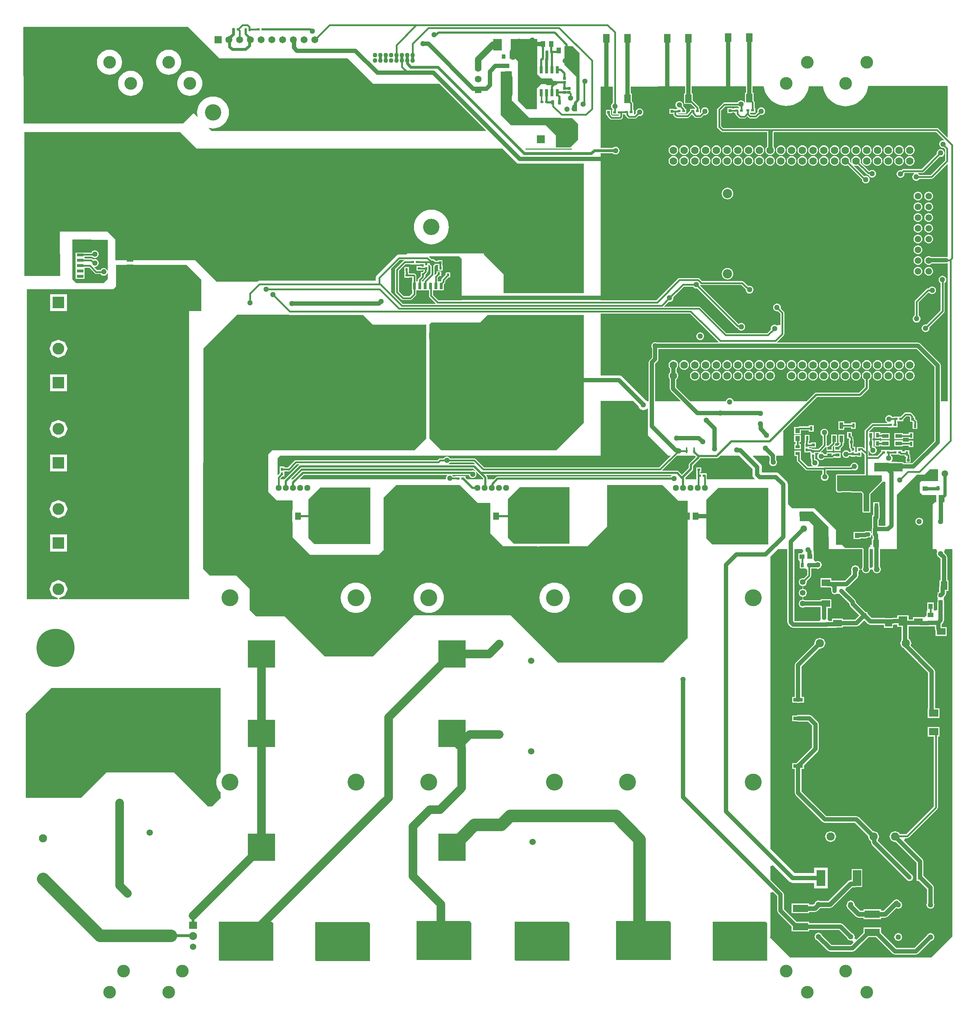
<source format=gtl>
G04*
G04 #@! TF.GenerationSoftware,Altium Limited,Altium Designer,20.2.4 (192)*
G04*
G04 Layer_Physical_Order=1*
G04 Layer_Color=255*
%FSLAX24Y24*%
%MOIN*%
G70*
G04*
G04 #@! TF.SameCoordinates,B9BB7F2B-B7AC-4897-A438-396A0F5AD448*
G04*
G04*
G04 #@! TF.FilePolarity,Positive*
G04*
G01*
G75*
%ADD10C,0.0079*%
%ADD11C,0.0787*%
%ADD12C,0.0197*%
%ADD14C,0.0315*%
%ADD15C,0.0157*%
%ADD16C,0.0100*%
%ADD21R,0.0236X0.0252*%
%ADD22R,0.0138X0.0531*%
%ADD23R,0.0394X0.0315*%
%ADD24R,0.0591X0.0787*%
%ADD25R,0.0236X0.0394*%
%ADD26R,0.0236X0.0276*%
%ADD27R,0.0567X0.0654*%
%ADD28R,0.0472X0.0413*%
%ADD29R,0.0315X0.0394*%
%ADD30R,0.0413X0.0472*%
%ADD31R,0.0315X0.0236*%
%ADD32R,0.0846X0.0866*%
%ADD33R,0.0638X0.0811*%
%ADD34R,0.0394X0.0354*%
%ADD35R,0.0906X0.0689*%
%ADD36R,0.0811X0.0638*%
%ADD37R,0.0571X0.0394*%
%ADD38R,0.0787X0.1476*%
%ADD39R,0.0626X0.1748*%
%ADD40R,0.0626X0.0252*%
%ADD41R,0.0394X0.0571*%
%ADD42R,0.0276X0.0236*%
%ADD43R,0.0256X0.0252*%
%ADD44R,0.0252X0.0626*%
%ADD45R,0.1748X0.0626*%
%ADD46R,0.1260X0.0689*%
%ADD47R,0.0374X0.0689*%
%ADD48R,0.2559X0.2559*%
%ADD49R,0.0236X0.0315*%
%ADD50R,0.0252X0.0256*%
%ADD51R,0.0283X0.0701*%
%ADD52R,0.0591X0.0354*%
%ADD53R,0.0354X0.0591*%
%ADD54R,0.0579X0.0402*%
%ADD55R,0.0402X0.0579*%
%ADD56R,0.0654X0.0567*%
%ADD57R,0.0874X0.0323*%
%ADD58R,0.0638X0.1185*%
%ADD59R,0.0335X0.0433*%
%ADD60R,0.0846X0.1102*%
%ADD61R,0.1417X0.0709*%
%ADD136C,0.0394*%
%ADD137C,0.0118*%
%ADD138C,0.0433*%
%ADD139C,0.0276*%
%ADD140C,0.0591*%
%ADD141C,0.1181*%
%ADD142C,0.0433*%
%ADD143C,0.3937*%
%ADD144C,0.2362*%
%ADD145C,0.1575*%
%ADD146O,0.0550X0.0570*%
%ADD147C,0.1520*%
%ADD148R,0.0744X0.0744*%
%ADD149O,0.0744X0.0744*%
%ADD150C,0.0610*%
%ADD151C,0.0866*%
%ADD152C,0.0700*%
%ADD153C,0.0531*%
%ADD154C,0.0768*%
%ADD155R,0.0433X0.0433*%
%ADD156R,0.0512X0.0512*%
%ADD157C,0.0512*%
%ADD158R,0.0700X0.0700*%
%ADD159R,0.0433X0.0433*%
%ADD160C,0.3543*%
%ADD161C,0.1181*%
%ADD162C,0.0630*%
%ADD163R,0.0630X0.0630*%
%ADD164C,0.0596*%
%ADD165R,0.0744X0.0650*%
%ADD166C,0.0736*%
%ADD167C,0.0591*%
%ADD168R,0.1098X0.1098*%
%ADD169C,0.1098*%
%ADD170R,0.0591X0.0591*%
%ADD171P,0.0835X4X360.0*%
%ADD172C,0.0650*%
%ADD173R,0.0650X0.0650*%
%ADD174C,0.0500*%
G36*
X86575Y88313D02*
X86575Y83561D01*
X86529Y83542D01*
X85700Y84371D01*
X85641Y84410D01*
X85571Y84424D01*
X85571Y84424D01*
X65676D01*
X65478Y84623D01*
Y86053D01*
X65866Y86442D01*
X67049D01*
X67089Y86390D01*
X67163Y86333D01*
X67180Y86326D01*
Y86261D01*
X66711D01*
Y86230D01*
X66527D01*
Y86279D01*
X66071D01*
Y85827D01*
X66527D01*
Y85866D01*
X66711D01*
Y85825D01*
X66826D01*
Y85758D01*
X66826Y85758D01*
X66839Y85688D01*
X66879Y85629D01*
X67145Y85363D01*
X67145Y85363D01*
X67204Y85324D01*
X67274Y85310D01*
X67274Y85310D01*
X67664D01*
X67664Y85310D01*
X67733Y85324D01*
X67793Y85363D01*
X67931Y85502D01*
X68064Y85369D01*
X68064Y85369D01*
X68123Y85330D01*
X68193Y85316D01*
X68193Y85316D01*
X68727D01*
X68727Y85316D01*
X68796Y85330D01*
X68856Y85369D01*
X69133Y85647D01*
X69222Y85635D01*
X69315Y85647D01*
X69402Y85683D01*
X69476Y85740D01*
X69533Y85815D01*
X69569Y85901D01*
X69581Y85994D01*
X69569Y86087D01*
X69533Y86174D01*
X69476Y86248D01*
X69402Y86305D01*
X69315Y86341D01*
X69222Y86353D01*
X69130Y86341D01*
X69043Y86305D01*
X68969Y86248D01*
X68912Y86174D01*
X68876Y86087D01*
X68863Y85994D01*
X68875Y85905D01*
X68651Y85681D01*
X68268D01*
X68174Y85775D01*
Y85846D01*
X68662D01*
Y86282D01*
X68607D01*
Y86802D01*
X68593Y86872D01*
X68553Y86931D01*
X68553Y86931D01*
X68506Y86979D01*
Y87708D01*
X68410D01*
Y88313D01*
X69443Y88315D01*
X69495Y88053D01*
X69585Y87790D01*
X69707Y87541D01*
X69862Y87310D01*
X70045Y87101D01*
X70254Y86918D01*
X70485Y86764D01*
X70734Y86641D01*
X70997Y86552D01*
X71269Y86497D01*
X71546Y86479D01*
X71823Y86497D01*
X72096Y86552D01*
X72359Y86641D01*
X72608Y86764D01*
X72839Y86918D01*
X73047Y87101D01*
X73230Y87310D01*
X73385Y87541D01*
X73508Y87790D01*
X73597Y88053D01*
X73651Y88323D01*
X74962Y88326D01*
X74963Y88306D01*
X75017Y88033D01*
X75106Y87770D01*
X75229Y87521D01*
X75383Y87290D01*
X75567Y87081D01*
X75775Y86898D01*
X76006Y86744D01*
X76255Y86621D01*
X76518Y86532D01*
X76791Y86478D01*
X77068Y86460D01*
X77345Y86478D01*
X77617Y86532D01*
X77880Y86621D01*
X78129Y86744D01*
X78360Y86898D01*
X78569Y87081D01*
X78752Y87290D01*
X78906Y87521D01*
X79029Y87770D01*
X79118Y88033D01*
X79173Y88306D01*
X79174Y88334D01*
X86539Y88349D01*
X86575Y88313D01*
D02*
G37*
G36*
X48386Y89409D02*
X48425D01*
X48780Y89055D01*
X49685D01*
X49843Y88898D01*
Y88583D01*
X49764Y88504D01*
X48740D01*
X48346Y88110D01*
Y86181D01*
X47362D01*
X46575Y86968D01*
Y90630D01*
X45906Y91299D01*
Y92717D01*
X48386D01*
Y89409D01*
D02*
G37*
G36*
X52323Y91401D02*
Y88925D01*
X52316Y88908D01*
X52299Y88780D01*
X52316Y88651D01*
X52323Y88634D01*
Y87040D01*
X52277Y87005D01*
X52198Y86902D01*
X52185Y86870D01*
X52087Y86772D01*
Y85987D01*
X51730D01*
X51654Y86063D01*
Y86496D01*
X52008Y86850D01*
Y89213D01*
X50906Y90315D01*
Y92047D01*
X51677D01*
X52323Y91401D01*
D02*
G37*
G36*
X67811Y88276D02*
Y87708D01*
X67715D01*
Y86805D01*
X67665Y86795D01*
X67653Y86823D01*
X67596Y86898D01*
X67522Y86955D01*
X67435Y86990D01*
X67343Y87003D01*
X67250Y86990D01*
X67163Y86955D01*
X67089Y86898D01*
X67032Y86823D01*
X67025Y86806D01*
X65791D01*
X65791Y86806D01*
X65721Y86792D01*
X65662Y86753D01*
X65662Y86753D01*
X65166Y86258D01*
X65127Y86199D01*
X65113Y86129D01*
X65113Y86129D01*
Y84547D01*
X65113Y84547D01*
X65127Y84478D01*
X65166Y84418D01*
X65472Y84113D01*
X65531Y84074D01*
X65600Y84060D01*
X65600Y84060D01*
X69779D01*
Y82715D01*
X69732Y82679D01*
X69660Y82585D01*
X69615Y82476D01*
X69599Y82358D01*
X69615Y82241D01*
X69660Y82131D01*
X69732Y82037D01*
X69826Y81965D01*
X69936Y81920D01*
X70053Y81904D01*
X70171Y81920D01*
X70280Y81965D01*
X70374Y82037D01*
X70446Y82131D01*
X70492Y82241D01*
X70507Y82358D01*
X70492Y82476D01*
X70446Y82585D01*
X70378Y82674D01*
Y84000D01*
X70397Y84047D01*
X70399Y84060D01*
X85495D01*
X86235Y83320D01*
X86212Y83273D01*
X86142Y83282D01*
X86049Y83270D01*
X85962Y83234D01*
X85888Y83177D01*
X85831Y83103D01*
X85795Y83016D01*
X85783Y82923D01*
X85795Y82830D01*
X85831Y82744D01*
X85888Y82669D01*
X85962Y82612D01*
X86049Y82576D01*
X86142Y82564D01*
X86196Y82571D01*
X86343Y82425D01*
Y81404D01*
X84993Y80054D01*
X83950D01*
X83896Y80126D01*
X83824Y80181D01*
X83823Y80186D01*
X83842Y80231D01*
X84232D01*
X84232Y80231D01*
X84302Y80245D01*
X84361Y80285D01*
X85826Y81749D01*
X85915Y81737D01*
X86008Y81750D01*
X86095Y81786D01*
X86169Y81843D01*
X86226Y81917D01*
X86262Y82004D01*
X86274Y82096D01*
X86262Y82189D01*
X86226Y82276D01*
X86169Y82350D01*
X86095Y82407D01*
X86008Y82443D01*
X85915Y82455D01*
X85822Y82443D01*
X85736Y82407D01*
X85662Y82350D01*
X85604Y82276D01*
X85569Y82189D01*
X85556Y82096D01*
X85568Y82007D01*
X84157Y80596D01*
X82454D01*
X82385Y80582D01*
X82326Y80542D01*
X82326Y80542D01*
X82278Y80494D01*
X82185Y80507D01*
X82092Y80494D01*
X82006Y80459D01*
X81931Y80401D01*
X81874Y80327D01*
X81838Y80241D01*
X81826Y80148D01*
X81838Y80055D01*
X81874Y79968D01*
X81931Y79894D01*
X82006Y79837D01*
X82092Y79801D01*
X82185Y79789D01*
X82278Y79801D01*
X82365Y79837D01*
X82439Y79894D01*
X82496Y79968D01*
X82532Y80055D01*
X82544Y80148D01*
X82538Y80194D01*
X82571Y80231D01*
X83441D01*
X83460Y80186D01*
X83460Y80181D01*
X83388Y80126D01*
X83331Y80052D01*
X83295Y79965D01*
X83283Y79872D01*
X83295Y79779D01*
X83331Y79693D01*
X83388Y79618D01*
X83462Y79561D01*
X83549Y79525D01*
X83642Y79513D01*
X83735Y79525D01*
X83821Y79561D01*
X83896Y79618D01*
X83950Y79690D01*
X85069D01*
X85069Y79690D01*
X85139Y79704D01*
X85198Y79743D01*
X86529Y81074D01*
X86575Y81055D01*
X86575Y72439D01*
X86533Y72412D01*
X86524Y72415D01*
X86447Y72425D01*
X85032D01*
X85010Y72443D01*
X84912Y72483D01*
X84806Y72497D01*
X84700Y72483D01*
X84601Y72443D01*
X84517Y72378D01*
X84452Y72293D01*
X84411Y72194D01*
X84397Y72089D01*
X84411Y71983D01*
X84452Y71884D01*
X84517Y71800D01*
X84601Y71735D01*
X84700Y71694D01*
X84806Y71680D01*
X84912Y71694D01*
X85010Y71735D01*
X85095Y71800D01*
X85115Y71827D01*
X86447D01*
X86524Y71837D01*
X86533Y71840D01*
X86575Y71813D01*
X86575Y58986D01*
X85929D01*
Y62323D01*
X85919Y62400D01*
X85902Y62443D01*
X85889Y62473D01*
X85842Y62535D01*
X84031Y64346D01*
X83969Y64393D01*
X83896Y64423D01*
X83819Y64433D01*
X70704D01*
X70690Y64459D01*
X70686Y64483D01*
X71310Y65107D01*
X71310Y65107D01*
X71349Y65166D01*
X71363Y65236D01*
Y67227D01*
X71363Y67227D01*
X71349Y67297D01*
X71310Y67356D01*
X71310Y67356D01*
X71039Y67627D01*
X71051Y67717D01*
X71039Y67809D01*
X71003Y67896D01*
X70946Y67970D01*
X70871Y68027D01*
X70785Y68063D01*
X70692Y68076D01*
X70599Y68063D01*
X70512Y68027D01*
X70438Y67970D01*
X70381Y67896D01*
X70345Y67809D01*
X70333Y67717D01*
X70345Y67624D01*
X70381Y67537D01*
X70438Y67463D01*
X70512Y67406D01*
X70599Y67370D01*
X70692Y67358D01*
X70781Y67369D01*
X70999Y67152D01*
Y66107D01*
X70949Y66066D01*
X70945Y66067D01*
X70787D01*
X70741Y66058D01*
X70701Y66031D01*
X70682Y66028D01*
X70642Y66059D01*
X70556Y66095D01*
X70463Y66107D01*
X70370Y66095D01*
X70283Y66059D01*
X70209Y66002D01*
X70152Y65928D01*
X70116Y65841D01*
X70104Y65748D01*
X70115Y65659D01*
X69773Y65316D01*
X65991D01*
X63580Y67727D01*
X63521Y67767D01*
X63451Y67781D01*
X63451Y67781D01*
X60199D01*
X60180Y67827D01*
X60600Y68248D01*
X60690Y68236D01*
X60783Y68248D01*
X60869Y68284D01*
X60944Y68341D01*
X61001Y68415D01*
X61037Y68502D01*
X61049Y68595D01*
X61037Y68684D01*
X62003Y69650D01*
X62870D01*
X62925Y69579D01*
X63000Y69522D01*
X63086Y69486D01*
X63179Y69474D01*
X63269Y69486D01*
X66900Y65854D01*
X66959Y65815D01*
X67025Y65802D01*
X67053Y65736D01*
X67110Y65662D01*
X67184Y65604D01*
X67271Y65569D01*
X67363Y65556D01*
X67456Y65569D01*
X67543Y65604D01*
X67617Y65662D01*
X67674Y65736D01*
X67710Y65822D01*
X67722Y65915D01*
X67710Y66008D01*
X67674Y66095D01*
X67617Y66169D01*
X67543Y66226D01*
X67456Y66262D01*
X67363Y66274D01*
X67271Y66262D01*
X67184Y66226D01*
X67110Y66169D01*
X67070Y66200D01*
X63526Y69743D01*
X63532Y69785D01*
X63539Y69793D01*
X63587Y69818D01*
X63636Y69808D01*
X67375D01*
X67785Y69399D01*
X67781Y69370D01*
X67793Y69277D01*
X67829Y69191D01*
X67886Y69116D01*
X67960Y69059D01*
X68047Y69023D01*
X68140Y69011D01*
X68233Y69023D01*
X68319Y69059D01*
X68394Y69116D01*
X68451Y69191D01*
X68486Y69277D01*
X68499Y69370D01*
X68486Y69463D01*
X68451Y69550D01*
X68394Y69624D01*
X68319Y69681D01*
X68233Y69717D01*
X68140Y69729D01*
X68047Y69717D01*
X68001Y69698D01*
X67580Y70119D01*
X67520Y70159D01*
X67451Y70172D01*
X67451Y70172D01*
X63712D01*
X63488Y70396D01*
X63429Y70436D01*
X63359Y70450D01*
X63359Y70450D01*
X61606D01*
X61606Y70450D01*
X61536Y70436D01*
X61477Y70396D01*
X59452Y68371D01*
X54262D01*
X54262Y82080D01*
X55407D01*
X55415Y82069D01*
X55490Y82012D01*
X55576Y81976D01*
X55669Y81964D01*
X55762Y81976D01*
X55849Y82012D01*
X55923Y82069D01*
X55980Y82143D01*
X56016Y82230D01*
X56028Y82323D01*
X56016Y82416D01*
X55980Y82502D01*
X55923Y82577D01*
X55849Y82634D01*
X55762Y82670D01*
X55669Y82682D01*
X55576Y82670D01*
X55490Y82634D01*
X55415Y82577D01*
X55407Y82565D01*
X54262D01*
X54262Y88285D01*
X55389Y88287D01*
X55425Y88252D01*
Y86765D01*
X55353Y86711D01*
X55296Y86636D01*
X55260Y86550D01*
X55248Y86457D01*
X55260Y86364D01*
X55296Y86277D01*
X55353Y86203D01*
X55417Y86154D01*
Y86104D01*
X55353D01*
Y85668D01*
X55989D01*
Y85566D01*
X55361D01*
X55228Y85699D01*
Y86102D01*
X54772D01*
Y85650D01*
X54805D01*
X54851Y85636D01*
X54865Y85566D01*
X54904Y85507D01*
X55157Y85255D01*
X55157Y85255D01*
X55216Y85215D01*
X55285Y85202D01*
X55285Y85202D01*
X56079D01*
X56079Y85202D01*
X56149Y85215D01*
X56208Y85255D01*
X56300Y85347D01*
X56300Y85347D01*
X56340Y85406D01*
X56354Y85476D01*
Y85713D01*
X56455D01*
Y85687D01*
X56539D01*
X56570Y85650D01*
X56584Y85580D01*
X56623Y85521D01*
X56781Y85363D01*
X56781Y85363D01*
X56840Y85324D01*
X56909Y85310D01*
X57490D01*
X57490Y85310D01*
X57560Y85324D01*
X57619Y85363D01*
X57804Y85548D01*
X57894Y85537D01*
X57987Y85549D01*
X58073Y85585D01*
X58148Y85642D01*
X58205Y85716D01*
X58240Y85803D01*
X58253Y85896D01*
X58240Y85989D01*
X58205Y86075D01*
X58148Y86150D01*
X58073Y86207D01*
X57987Y86242D01*
X57894Y86255D01*
X57801Y86242D01*
X57714Y86207D01*
X57640Y86150D01*
X57583Y86075D01*
X57547Y85989D01*
X57535Y85896D01*
X57547Y85806D01*
X57415Y85674D01*
X57408D01*
X57364Y85687D01*
Y86124D01*
X57308D01*
Y86721D01*
X57294Y86791D01*
X57255Y86850D01*
X57255Y86850D01*
X57185Y86920D01*
Y87649D01*
X57089D01*
Y88290D01*
X62106Y88300D01*
X62142Y88265D01*
Y87649D01*
X62046D01*
Y86662D01*
X62640D01*
X62657Y86658D01*
X62657Y86658D01*
X62680D01*
X63067Y86272D01*
X63046Y86222D01*
X62607D01*
Y86044D01*
X62287Y85724D01*
X61480D01*
X61472Y85736D01*
X61499Y85786D01*
X62236D01*
Y86222D01*
X62120D01*
X62107Y86283D01*
X62068Y86342D01*
X62068Y86342D01*
X61944Y86466D01*
X61951Y86482D01*
X61963Y86575D01*
X61951Y86668D01*
X61915Y86754D01*
X61858Y86829D01*
X61784Y86886D01*
X61697Y86922D01*
X61604Y86934D01*
X61511Y86922D01*
X61425Y86886D01*
X61350Y86829D01*
X61293Y86754D01*
X61258Y86668D01*
X61245Y86575D01*
X61258Y86482D01*
X61293Y86395D01*
X61350Y86321D01*
X61414Y86272D01*
X61404Y86226D01*
X61401Y86222D01*
X61327D01*
Y86171D01*
X61124D01*
Y86200D01*
X60668D01*
Y85748D01*
X61038D01*
Y85689D01*
X61038Y85689D01*
X61052Y85619D01*
X61092Y85560D01*
X61239Y85412D01*
X61239Y85412D01*
X61298Y85373D01*
X61368Y85359D01*
X61368Y85359D01*
X62362D01*
X62362Y85359D01*
X62432Y85373D01*
X62491Y85412D01*
X62749Y85671D01*
X62775Y85668D01*
X63024Y85419D01*
X63024Y85419D01*
X63084Y85379D01*
X63153Y85365D01*
X63153Y85365D01*
X63540D01*
X63540Y85365D01*
X63609Y85379D01*
X63668Y85419D01*
X63887Y85637D01*
X63976Y85625D01*
X64069Y85638D01*
X64156Y85673D01*
X64230Y85730D01*
X64287Y85805D01*
X64323Y85891D01*
X64335Y85984D01*
X64323Y86077D01*
X64287Y86164D01*
X64230Y86238D01*
X64156Y86295D01*
X64069Y86331D01*
X63976Y86343D01*
X63883Y86331D01*
X63797Y86295D01*
X63723Y86238D01*
X63665Y86164D01*
X63630Y86077D01*
X63617Y85984D01*
X63629Y85895D01*
X63565Y85831D01*
X63515Y85852D01*
Y86222D01*
X63460D01*
Y86319D01*
X63460Y86319D01*
X63446Y86389D01*
X63406Y86448D01*
X62885Y86969D01*
X62836Y87002D01*
Y87649D01*
X62740D01*
Y88302D01*
X67775Y88312D01*
X67811Y88276D01*
D02*
G37*
G36*
X18789Y90925D02*
X30719D01*
X33110Y88533D01*
X39272D01*
X43625Y84180D01*
X43606Y84134D01*
X18061D01*
X17790Y84405D01*
X17816Y84450D01*
X17972Y84412D01*
X18204Y84394D01*
X18436Y84412D01*
X18662Y84467D01*
X18877Y84556D01*
X19075Y84677D01*
X19252Y84828D01*
X19403Y85005D01*
X19525Y85204D01*
X19614Y85419D01*
X19668Y85645D01*
X19686Y85877D01*
X19668Y86109D01*
X19614Y86335D01*
X19525Y86550D01*
X19403Y86748D01*
X19252Y86925D01*
X19075Y87076D01*
X18877Y87198D01*
X18662Y87287D01*
X18436Y87341D01*
X18204Y87359D01*
X17972Y87341D01*
X17745Y87287D01*
X17531Y87198D01*
X17332Y87076D01*
X17155Y86925D01*
X17004Y86748D01*
X16883Y86550D01*
X16794Y86335D01*
X16739Y86109D01*
X16721Y85877D01*
X16739Y85645D01*
X16777Y85489D01*
X16731Y85463D01*
X16368Y85827D01*
X15394Y84852D01*
X582Y84852D01*
X540Y93803D01*
X575Y93839D01*
X15876Y93839D01*
X18789Y90925D01*
D02*
G37*
G36*
X46024Y86929D02*
X46063D01*
X47598Y85394D01*
X50472D01*
X50548Y85362D01*
X50630Y85352D01*
X51617D01*
X52165Y84803D01*
Y83307D01*
X51457Y82598D01*
X50118D01*
Y83740D01*
X49173Y84685D01*
X45906D01*
X44961Y85630D01*
Y89685D01*
X46024D01*
Y86929D01*
D02*
G37*
G36*
X51575Y82520D02*
X51624Y82471D01*
X51605Y82424D01*
X47322D01*
X47273Y82473D01*
X47292Y82520D01*
X51575Y82520D01*
D02*
G37*
G36*
X8417Y73995D02*
Y71158D01*
X8367Y71148D01*
X8339Y71213D01*
X8282Y71288D01*
X8208Y71345D01*
X8122Y71381D01*
X8029Y71393D01*
X7936Y71381D01*
X7849Y71345D01*
X7775Y71288D01*
X7718Y71213D01*
X7715Y71206D01*
X7398D01*
X7157Y71447D01*
X7180Y71495D01*
X7205Y71491D01*
X7298Y71504D01*
X7384Y71540D01*
X7459Y71597D01*
X7516Y71671D01*
X7551Y71757D01*
X7564Y71850D01*
X7551Y71943D01*
X7516Y72030D01*
X7459Y72104D01*
X7384Y72161D01*
X7298Y72197D01*
X7205Y72209D01*
X7112Y72197D01*
X7047Y72170D01*
X6988Y72229D01*
X6929Y72269D01*
X6859Y72283D01*
X6859Y72283D01*
X6262D01*
X6242Y72326D01*
Y72374D01*
X6242Y72376D01*
Y72457D01*
X6925D01*
X6951Y72423D01*
X7025Y72366D01*
X7112Y72330D01*
X7205Y72318D01*
X7298Y72330D01*
X7384Y72366D01*
X7459Y72423D01*
X7516Y72498D01*
X7551Y72584D01*
X7564Y72677D01*
X7551Y72770D01*
X7516Y72857D01*
X7459Y72931D01*
X7384Y72988D01*
X7298Y73024D01*
X7205Y73036D01*
X7112Y73024D01*
X7025Y72988D01*
X6951Y72931D01*
X6894Y72857D01*
X6879Y72821D01*
X6242D01*
Y72826D01*
X5416D01*
Y72376D01*
X5416Y72374D01*
Y72326D01*
X5416Y72324D01*
Y71874D01*
X5416D01*
Y71826D01*
X5416D01*
Y71376D01*
X5416Y71374D01*
Y71326D01*
X5416Y71324D01*
Y70876D01*
X5416Y70874D01*
Y70826D01*
X5416Y70824D01*
Y70374D01*
X6242D01*
Y70824D01*
X6242Y70826D01*
Y70874D01*
X6242Y70876D01*
Y71324D01*
X6242Y71326D01*
Y71374D01*
X6262Y71418D01*
X6671D01*
X7194Y70895D01*
X7194Y70895D01*
X7253Y70855D01*
X7323Y70841D01*
X7728D01*
X7775Y70780D01*
X7849Y70723D01*
X7936Y70687D01*
X8029Y70675D01*
X8122Y70687D01*
X8208Y70723D01*
X8282Y70780D01*
X8339Y70854D01*
X8367Y70920D01*
X8417Y70910D01*
Y70373D01*
X8023Y69979D01*
X5464D01*
X5109Y70334D01*
Y73999D01*
X5145Y74034D01*
X8417Y73995D01*
D02*
G37*
G36*
X37813Y71526D02*
X37620D01*
Y71577D01*
X37144D01*
Y71141D01*
X37620D01*
Y71162D01*
X37810D01*
Y71107D01*
X37716Y71013D01*
X37538D01*
Y70766D01*
X37534Y70748D01*
X37534Y70748D01*
Y70625D01*
X37310Y70401D01*
X37271Y70341D01*
X37257Y70272D01*
X37257Y70272D01*
Y70151D01*
X37213Y70135D01*
X37171D01*
X37121Y70151D01*
Y70641D01*
X37121Y70641D01*
X37107Y70710D01*
X37068Y70769D01*
X37068Y70769D01*
X37000Y70838D01*
X36941Y70877D01*
X36871Y70891D01*
X36871Y70891D01*
X36478D01*
Y70927D01*
X36444D01*
X36422Y70970D01*
X36415Y71005D01*
X36439Y71034D01*
X36439D01*
Y71486D01*
X36002D01*
Y71034D01*
X36026D01*
X36038Y70989D01*
X36043Y70965D01*
X36011Y70927D01*
X36002D01*
Y70491D01*
X36478D01*
Y70526D01*
X36757D01*
Y70135D01*
X36713D01*
Y69309D01*
X36757D01*
Y69036D01*
X36486Y68765D01*
X35942D01*
X35497Y69209D01*
Y71130D01*
X36114Y71747D01*
X36554D01*
Y71711D01*
X37462D01*
Y71747D01*
X37813D01*
Y71526D01*
D02*
G37*
G36*
X41339Y72244D02*
Y68371D01*
X39170D01*
X38668Y68873D01*
Y69296D01*
X38713Y69309D01*
X38718Y69309D01*
X39163D01*
X39165Y69309D01*
X39213D01*
X39215Y69309D01*
X39665D01*
Y69878D01*
X39763Y69976D01*
X39763Y69976D01*
X39803Y70035D01*
X39816Y70105D01*
X39816Y70105D01*
Y70219D01*
X40115Y70518D01*
X40294D01*
Y70970D01*
X39858D01*
Y70776D01*
X39505Y70423D01*
X39466Y70364D01*
X39452Y70294D01*
X39452Y70294D01*
Y70180D01*
X39407Y70135D01*
X39215D01*
X39213Y70135D01*
X39165D01*
X39121Y70155D01*
Y70509D01*
X39252Y70640D01*
X39431D01*
Y71092D01*
X38994D01*
Y70898D01*
X38848Y70752D01*
X38802Y70776D01*
X38804Y70787D01*
X38804Y70787D01*
Y71542D01*
X38876Y71597D01*
X38933Y71671D01*
X38940Y71688D01*
X39103D01*
Y71664D01*
X39168D01*
Y71611D01*
X39152D01*
Y71159D01*
X39588D01*
Y71611D01*
X39533D01*
Y71664D01*
X39559D01*
Y72116D01*
X39103D01*
Y72052D01*
X38916D01*
X38876Y72104D01*
X38802Y72161D01*
X38715Y72197D01*
X38622Y72209D01*
X38533Y72198D01*
X38317Y72413D01*
X38338Y72463D01*
X41102Y72480D01*
X41339Y72244D01*
D02*
G37*
G36*
X38311Y71671D02*
X38368Y71597D01*
X38440Y71542D01*
Y70863D01*
X37848Y70271D01*
X37809Y70212D01*
X37795Y70142D01*
X37762Y70138D01*
X37713Y70135D01*
X37671D01*
X37627Y70149D01*
X37622Y70197D01*
X37845Y70420D01*
X37845Y70420D01*
X37885Y70479D01*
X37899Y70549D01*
X37946Y70561D01*
X37974D01*
Y70756D01*
X38121Y70903D01*
X38121Y70903D01*
X38160Y70962D01*
X38174Y71031D01*
Y71091D01*
X38250D01*
Y71524D01*
Y71689D01*
X38300Y71699D01*
X38311Y71671D01*
D02*
G37*
G36*
X17126Y70315D02*
Y67362D01*
X15984D01*
X15984Y40551D01*
X3894Y40551D01*
X3874Y40651D01*
X4420Y40877D01*
X4669Y41478D01*
X4420Y42080D01*
X3819Y42329D01*
X3218Y42080D01*
X2969Y41478D01*
X3218Y40877D01*
X3763Y40651D01*
X3744Y40551D01*
X866Y40551D01*
X866Y69409D01*
X8898Y69409D01*
X9173Y69685D01*
Y71693D01*
X15748Y71693D01*
X17126Y70315D01*
D02*
G37*
G36*
X16693Y82520D02*
X38701D01*
X45130Y82520D01*
X46423Y81227D01*
X46514Y81157D01*
X46619Y81114D01*
X46732Y81099D01*
X52717D01*
X52717Y69059D01*
X45236D01*
Y70827D01*
X43425Y72638D01*
Y72756D01*
X36299Y72756D01*
X36184Y72641D01*
X35512D01*
X35430Y72630D01*
X35353Y72598D01*
X35287Y72547D01*
X33447Y70707D01*
X33396Y70641D01*
X33364Y70564D01*
X33354Y70482D01*
Y70200D01*
X22520D01*
X22437Y70189D01*
X22361Y70157D01*
X22310Y70118D01*
X18543Y70118D01*
X16535Y72126D01*
X9094D01*
X9094Y74055D01*
X8386Y74764D01*
X3955D01*
X3976Y70656D01*
X3926Y70630D01*
X630D01*
Y76496D01*
Y77756D01*
Y84055D01*
X15157D01*
X16693Y82520D01*
D02*
G37*
G36*
X35958Y72091D02*
X35910Y72058D01*
X35910Y72058D01*
X35186Y71334D01*
X35147Y71275D01*
X35133Y71206D01*
X35133Y71206D01*
Y69134D01*
X35133Y69134D01*
X35147Y69064D01*
X35186Y69005D01*
X35737Y68454D01*
X35737Y68454D01*
X35796Y68414D01*
X35866Y68400D01*
X35866Y68400D01*
X36561D01*
X36561Y68400D01*
X36631Y68414D01*
X36690Y68454D01*
X37068Y68831D01*
X37068Y68832D01*
X37107Y68891D01*
X37121Y68960D01*
Y69294D01*
X37165Y69309D01*
X37213D01*
Y69309D01*
X37665D01*
Y69309D01*
X37713D01*
Y69309D01*
X38163D01*
X38165Y69309D01*
Y69309D01*
X38213D01*
Y69309D01*
X38304D01*
Y68797D01*
X38304Y68797D01*
X38318Y68727D01*
X38357Y68668D01*
X38919Y68106D01*
X38899Y68056D01*
X35863D01*
X34764Y69155D01*
Y71317D01*
X35587Y72141D01*
X35949D01*
X35958Y72091D01*
D02*
G37*
G36*
X64300Y65442D02*
X64300Y65442D01*
X65259Y64483D01*
X65255Y64459D01*
X65241Y64433D01*
X59555D01*
X59540Y64445D01*
X59453Y64481D01*
X59360Y64493D01*
X59267Y64481D01*
X59181Y64445D01*
X59106Y64388D01*
X59049Y64313D01*
X59013Y64227D01*
X59001Y64134D01*
X59013Y64041D01*
X59049Y63954D01*
X59061Y63939D01*
Y63028D01*
X58843Y62810D01*
X58796Y62748D01*
X58766Y62676D01*
X58756Y62598D01*
Y58986D01*
X58614D01*
X58609Y58993D01*
X58506Y59072D01*
X58453Y59093D01*
X56283Y61264D01*
X56193Y61333D01*
X56087Y61377D01*
X55974Y61392D01*
X54262D01*
X54262Y67159D01*
X62584D01*
X64300Y65442D01*
D02*
G37*
G36*
X85331Y62199D02*
Y58986D01*
Y55282D01*
X83262Y53213D01*
X82474D01*
Y53219D01*
X82470Y53238D01*
X82466Y53258D01*
X82466Y53258D01*
X82466Y53258D01*
X82455Y53275D01*
X82445Y53291D01*
X82444Y53291D01*
X82444Y53291D01*
X82428Y53302D01*
X82412Y53313D01*
X82411Y53313D01*
X82411Y53314D01*
X82392Y53317D01*
X82373Y53321D01*
X81325Y53328D01*
X81308Y53378D01*
X81346Y53408D01*
X81403Y53482D01*
X81439Y53569D01*
X81451Y53661D01*
X81439Y53754D01*
X81403Y53841D01*
X81346Y53915D01*
X81295Y53954D01*
X81277Y53985D01*
X81294Y54035D01*
X81426D01*
Y54004D01*
X82077D01*
X82096Y53985D01*
X82096Y53985D01*
X82155Y53946D01*
X82224Y53932D01*
X82224Y53932D01*
X82570D01*
Y53817D01*
X82711D01*
Y53720D01*
X82666D01*
Y53268D01*
X83122D01*
Y53720D01*
X83076D01*
Y53929D01*
X83076Y53929D01*
X83062Y53999D01*
X83023Y54058D01*
X83023Y54058D01*
X83006Y54075D01*
Y54411D01*
X82570D01*
Y54296D01*
X82334D01*
Y54441D01*
X81426D01*
Y54400D01*
X81271D01*
Y54431D01*
X80363D01*
Y54252D01*
X80013Y53903D01*
X79210D01*
Y54388D01*
X79260Y54391D01*
X79269Y54318D01*
X79305Y54232D01*
X79362Y54157D01*
X79437Y54100D01*
X79523Y54064D01*
X79616Y54052D01*
X79709Y54064D01*
X79796Y54100D01*
X79870Y54157D01*
X79927Y54232D01*
X79963Y54318D01*
X79975Y54411D01*
X79963Y54504D01*
X79927Y54591D01*
X79870Y54665D01*
X79808Y54712D01*
X79824Y54762D01*
X79824Y54762D01*
X80297D01*
Y54877D01*
X80392D01*
Y54782D01*
X81183D01*
Y55336D01*
X80392D01*
Y55241D01*
X80297D01*
Y55356D01*
X79782D01*
Y54784D01*
X79782Y54784D01*
Y54784D01*
X79782Y54782D01*
X79776Y54777D01*
X79739Y54745D01*
X79709Y54758D01*
X79667Y54763D01*
Y55356D01*
X79592D01*
Y55510D01*
X79667D01*
Y56104D01*
X79257D01*
X79236Y56154D01*
X79672Y56589D01*
X81012D01*
Y56554D01*
X81921D01*
Y56990D01*
X81865D01*
Y57124D01*
X82452D01*
Y57302D01*
X82714Y57564D01*
X83011D01*
X83077Y57498D01*
Y57355D01*
X83077Y57355D01*
X83079Y57345D01*
Y57082D01*
X83277D01*
X83319Y57040D01*
X83318Y56990D01*
X83318D01*
Y56396D01*
X83754D01*
Y56990D01*
X83718D01*
Y57081D01*
X83718Y57081D01*
X83704Y57151D01*
X83665Y57210D01*
X83665Y57210D01*
X83535Y57340D01*
Y57534D01*
X83442D01*
Y57573D01*
X83428Y57643D01*
X83388Y57702D01*
X83388Y57702D01*
X83216Y57875D01*
X83157Y57914D01*
X83087Y57928D01*
X83087Y57928D01*
X82639D01*
X82639Y57928D01*
X82569Y57914D01*
X82510Y57875D01*
X82510Y57875D01*
X82195Y57560D01*
X81544D01*
Y57516D01*
X81425D01*
X81376Y57580D01*
X81302Y57637D01*
X81215Y57673D01*
X81122Y57685D01*
X81029Y57673D01*
X80943Y57637D01*
X80868Y57580D01*
X80811Y57505D01*
X80775Y57419D01*
X80763Y57326D01*
X80775Y57233D01*
X80811Y57147D01*
X80868Y57072D01*
X80943Y57015D01*
X80970Y57004D01*
X80960Y56954D01*
X79596D01*
X79596Y56954D01*
X79527Y56940D01*
X79468Y56901D01*
X79468Y56901D01*
X78899Y56332D01*
X78859Y56272D01*
X78845Y56203D01*
X78845Y56203D01*
Y54590D01*
X78802Y54563D01*
X78795Y54563D01*
X78692Y54666D01*
X78633Y54706D01*
X78563Y54720D01*
X78563Y54720D01*
X78376D01*
X78376Y54720D01*
X78358Y54716D01*
X78119D01*
Y54237D01*
X77974D01*
Y54736D01*
X77796D01*
X77781Y54751D01*
Y54951D01*
X77826D01*
Y55403D01*
X77781D01*
Y55562D01*
X77781Y55562D01*
X77767Y55632D01*
X77727Y55691D01*
X77727Y55691D01*
X77650Y55768D01*
Y56104D01*
X77214D01*
Y55510D01*
X77393D01*
X77416Y55487D01*
Y55403D01*
X77370D01*
Y54951D01*
X77416D01*
Y54675D01*
X77416Y54675D01*
X77430Y54605D01*
X77470Y54546D01*
X77538Y54478D01*
Y54244D01*
X77422D01*
X77370Y54312D01*
X77296Y54369D01*
X77209Y54405D01*
X77116Y54417D01*
X77023Y54405D01*
X76937Y54369D01*
X76862Y54312D01*
X76805Y54238D01*
X76769Y54151D01*
X76757Y54058D01*
X76769Y53965D01*
X76805Y53879D01*
X76862Y53804D01*
X76937Y53747D01*
X77023Y53712D01*
X77116Y53699D01*
X77209Y53712D01*
X77296Y53747D01*
X77370Y53804D01*
X77427Y53879D01*
X77427Y53879D01*
X77538D01*
Y53827D01*
X77974D01*
Y53873D01*
X78119D01*
Y53807D01*
X78555D01*
Y54219D01*
X78598Y54245D01*
X78605Y54246D01*
X78641Y54221D01*
X78653Y54219D01*
X78845Y54027D01*
Y53720D01*
Y52169D01*
X77769D01*
X77765Y52171D01*
X77726Y52179D01*
X76280D01*
X76241Y52171D01*
X76207Y52149D01*
X76185Y52116D01*
X76178Y52077D01*
Y50699D01*
X76185Y50660D01*
X76207Y50627D01*
X76326Y50509D01*
X76359Y50487D01*
X76398Y50479D01*
X76663D01*
X76683Y50483D01*
X76702Y50486D01*
X76702Y50486D01*
X76702Y50487D01*
X76718Y50497D01*
X76722Y50499D01*
X76723Y50499D01*
X76723Y50499D01*
X76723Y50499D01*
X76723Y50499D01*
X76731Y50505D01*
X76738Y50511D01*
X76748Y50511D01*
X76748D01*
X77559Y50502D01*
X77579Y50502D01*
X77585Y50496D01*
X77594Y50492D01*
X77602Y50487D01*
X77612Y50485D01*
X77621Y50481D01*
X77631Y50481D01*
X77641Y50479D01*
X78540D01*
X78658Y50361D01*
Y48711D01*
X78666Y48672D01*
X78688Y48639D01*
X78721Y48616D01*
X78760Y48609D01*
X79282D01*
X79299Y48612D01*
X79321Y48616D01*
X79321Y48616D01*
X79330Y48621D01*
X79363Y48643D01*
X79363Y48643D01*
X79386Y48676D01*
X79386Y48676D01*
X79393Y48715D01*
Y50332D01*
X80505Y51444D01*
X80527Y51477D01*
X80528Y51481D01*
X80546Y51492D01*
X80778Y51483D01*
Y47362D01*
X80152D01*
Y47583D01*
X80157D01*
Y47942D01*
X80192Y47988D01*
X80205Y48018D01*
X80222Y48060D01*
X80232Y48138D01*
Y49134D01*
X80222Y49211D01*
X80220Y49217D01*
Y49578D01*
X79646D01*
Y49217D01*
X79644Y49211D01*
X79634Y49134D01*
Y48362D01*
X79556D01*
Y47988D01*
X79553Y47969D01*
Y47187D01*
X79534Y47140D01*
X79523Y47063D01*
Y46703D01*
X79473Y46693D01*
X79452Y46744D01*
X79450Y46747D01*
Y46891D01*
X79212D01*
X79193Y46894D01*
X79009D01*
X78989Y46891D01*
X78935D01*
Y46884D01*
X78931Y46884D01*
X78889Y46866D01*
X78859Y46854D01*
X78805Y46812D01*
X78140D01*
X78120Y46810D01*
X77823D01*
Y46137D01*
X78437D01*
Y46214D01*
X78927D01*
X79005Y46224D01*
X79077Y46254D01*
X79131Y46295D01*
X79193D01*
X79212Y46298D01*
X79450D01*
Y46442D01*
X79452Y46445D01*
X79482Y46517D01*
X79483Y46521D01*
X79533D01*
X79534Y46517D01*
X79564Y46445D01*
X79565Y46442D01*
Y46298D01*
X79604D01*
Y46176D01*
X79520D01*
Y45620D01*
X79252D01*
Y45297D01*
X79224Y45279D01*
X79202Y45246D01*
X79194Y45207D01*
Y43559D01*
X79197Y43545D01*
X79198Y43530D01*
X79201Y43525D01*
X79202Y43520D01*
X79210Y43508D01*
X79217Y43495D01*
X79252Y43452D01*
Y43307D01*
X79176Y43125D01*
X79022Y43061D01*
X78928D01*
X78773Y43125D01*
X78689Y43327D01*
X78748Y43467D01*
X78755Y43506D01*
Y45207D01*
X78748Y45246D01*
X78726Y45279D01*
X78692Y45301D01*
X78653Y45309D01*
X77044D01*
X76732Y45620D01*
X76181D01*
Y47018D01*
X74193Y49006D01*
X72096D01*
X71706Y49396D01*
Y51230D01*
X71692Y51343D01*
X71648Y51449D01*
X71579Y51539D01*
X71412Y51706D01*
X70899Y52218D01*
X70809Y52288D01*
X70704Y52331D01*
X70591Y52346D01*
X69275D01*
Y52854D01*
X69261Y52967D01*
X69217Y53073D01*
X69147Y53163D01*
X68444Y53867D01*
X68463Y53913D01*
X69755D01*
X69873D01*
X70013Y53774D01*
Y53447D01*
X69988Y53387D01*
X69976Y53295D01*
X69988Y53202D01*
X70024Y53115D01*
X70081Y53041D01*
X70155Y52984D01*
X70242Y52948D01*
X70335Y52936D01*
X70428Y52948D01*
X70514Y52984D01*
X70588Y53041D01*
X70646Y53115D01*
X70681Y53202D01*
X70694Y53295D01*
X70681Y53387D01*
X70646Y53474D01*
X70611Y53518D01*
Y53863D01*
X70655Y53913D01*
X71270Y53913D01*
Y56210D01*
X74092Y59032D01*
X74444Y59384D01*
X78415D01*
X78493Y59400D01*
X78558Y59444D01*
X79196Y60081D01*
X79240Y60147D01*
X79255Y60224D01*
Y60955D01*
X79280Y60965D01*
X79374Y61037D01*
X79446Y61131D01*
X79492Y61241D01*
X79507Y61358D01*
X79492Y61476D01*
X79446Y61585D01*
X79374Y61679D01*
X79280Y61751D01*
X79171Y61797D01*
X79053Y61812D01*
X78936Y61797D01*
X78826Y61751D01*
X78732Y61679D01*
X78660Y61585D01*
X78615Y61476D01*
X78599Y61358D01*
X78615Y61241D01*
X78660Y61131D01*
X78732Y61037D01*
X78826Y60965D01*
X78851Y60955D01*
Y60308D01*
X78332Y59789D01*
X74360D01*
X74283Y59774D01*
X74217Y59730D01*
X73474Y58986D01*
X66640Y58986D01*
X66636Y59019D01*
X66600Y59106D01*
X66543Y59180D01*
X66469Y59237D01*
X66382Y59273D01*
X66289Y59285D01*
X66196Y59273D01*
X66110Y59237D01*
X66036Y59180D01*
X65978Y59106D01*
X65943Y59019D01*
X65938Y58986D01*
X62618Y58986D01*
X61323Y60282D01*
Y60998D01*
X61374Y61037D01*
X61446Y61131D01*
X61492Y61241D01*
X61507Y61358D01*
X61492Y61476D01*
X61446Y61585D01*
X61374Y61679D01*
X61353Y61696D01*
Y62021D01*
X61374Y62037D01*
X61446Y62131D01*
X61492Y62241D01*
X61507Y62358D01*
X61492Y62476D01*
X61446Y62585D01*
X61374Y62679D01*
X61280Y62751D01*
X61171Y62797D01*
X61053Y62812D01*
X60936Y62797D01*
X60826Y62751D01*
X60732Y62679D01*
X60660Y62585D01*
X60615Y62476D01*
X60599Y62358D01*
X60615Y62241D01*
X60660Y62131D01*
X60732Y62037D01*
X60754Y62021D01*
Y61696D01*
X60732Y61679D01*
X60660Y61585D01*
X60615Y61476D01*
X60599Y61358D01*
X60615Y61241D01*
X60660Y61131D01*
X60724Y61048D01*
Y60157D01*
X60734Y60080D01*
X60764Y60008D01*
X60812Y59946D01*
X61725Y59032D01*
X61706Y58986D01*
X59355Y58986D01*
Y62474D01*
X59572Y62692D01*
X59620Y62754D01*
X59632Y62784D01*
X59649Y62826D01*
X59660Y62904D01*
Y63834D01*
X83695D01*
X85331Y62199D01*
D02*
G37*
G36*
X52717Y56968D02*
X50157Y54409D01*
X39449D01*
X38346Y55512D01*
Y66142D01*
X38543Y66299D01*
X43032D01*
X43756Y67023D01*
X52717D01*
X52717Y56968D01*
D02*
G37*
G36*
X25256Y67034D02*
X25338Y67023D01*
X32150D01*
X33071Y66102D01*
X38031D01*
X38031Y55512D01*
X36929Y54409D01*
X23701Y54409D01*
X23346Y54055D01*
Y50532D01*
X24124Y49754D01*
X25591D01*
X25620Y49724D01*
Y48831D01*
X25583D01*
Y47705D01*
X25620D01*
Y46299D01*
X27234Y44685D01*
X33622D01*
X34114Y45177D01*
X34085Y45207D01*
Y50000D01*
X35246Y51161D01*
X41161D01*
X42815Y49508D01*
X43976D01*
X44006Y49478D01*
Y46673D01*
X45217Y45463D01*
X48382D01*
X48385Y45461D01*
X48385Y45461D01*
D01*
X48388Y45461D01*
X48396Y45460D01*
X48396D01*
X48514Y45445D01*
X48642Y45461D01*
X48642Y45461D01*
X48642Y45461D01*
X48646Y45463D01*
X53051D01*
X54872Y47283D01*
Y51161D01*
X60030D01*
X61526Y49665D01*
X61555Y49695D01*
X62382D01*
Y36939D01*
X60089Y34646D01*
X50285D01*
X45896Y39035D01*
X36919D01*
X33110Y35226D01*
X28612D01*
X24892Y38947D01*
X22205D01*
X21594Y39557D01*
Y41506D01*
X20364Y42736D01*
X17904D01*
X17264Y43376D01*
Y53209D01*
X17323Y53268D01*
Y63898D01*
X20472Y67047D01*
X25224D01*
X25256Y67034D01*
D02*
G37*
G36*
X42585Y53142D02*
X42560Y53096D01*
X42510Y53106D01*
X40148D01*
X40138Y53156D01*
X40150Y53161D01*
X40224Y53218D01*
X40279Y53289D01*
X42437D01*
X42585Y53142D01*
D02*
G37*
G36*
X57775Y58536D02*
X57778Y58513D01*
X57828Y58394D01*
X57907Y58291D01*
X58010Y58212D01*
X58129Y58162D01*
X58258Y58145D01*
X58386Y58162D01*
X58506Y58212D01*
X58609Y58291D01*
X58614Y58298D01*
X58661Y58281D01*
Y55827D01*
X59724Y54764D01*
X60575Y53913D01*
X60770D01*
X60789Y53867D01*
X59742Y52820D01*
X43422D01*
X42641Y53601D01*
X42582Y53640D01*
X42513Y53654D01*
X42513Y53654D01*
X40279D01*
X40224Y53726D01*
X40150Y53783D01*
X40063Y53818D01*
X39970Y53831D01*
X39878Y53818D01*
X39791Y53783D01*
X39717Y53726D01*
X39662Y53654D01*
X39338D01*
X39338Y53654D01*
X39268Y53640D01*
X39209Y53601D01*
X39209Y53601D01*
X39098Y53489D01*
X25918D01*
X25848Y53475D01*
X25789Y53436D01*
X25789Y53436D01*
X25177Y52824D01*
X24834D01*
Y52895D01*
X24398D01*
Y52420D01*
Y52244D01*
X24257Y52103D01*
X24211Y52122D01*
Y53674D01*
X24450Y53913D01*
X54291Y53913D01*
Y59016D01*
X57296D01*
X57775Y58536D01*
D02*
G37*
G36*
X42626Y52502D02*
X42593Y52464D01*
X42542Y52503D01*
X42455Y52539D01*
X42362Y52551D01*
X42269Y52539D01*
X42236Y52525D01*
X42234Y52525D01*
X26565D01*
X26488Y52510D01*
X26422Y52466D01*
X25662Y51706D01*
X25492D01*
X25473Y51752D01*
X26422Y52701D01*
X42426D01*
X42626Y52502D01*
D02*
G37*
G36*
X26238Y53075D02*
X26196Y53047D01*
X24855Y51706D01*
X24483D01*
Y51814D01*
X24656Y51987D01*
X24834D01*
Y52459D01*
X25163D01*
X25166Y52457D01*
X25236Y52443D01*
X25306Y52457D01*
X25365Y52496D01*
X25994Y53125D01*
X26223D01*
X26238Y53075D01*
D02*
G37*
G36*
X82372Y53219D02*
Y52470D01*
X82343Y52441D01*
X79789D01*
X79754Y52476D01*
X79754Y53201D01*
X79789Y53237D01*
X82372Y53219D01*
D02*
G37*
G36*
X63146Y53807D02*
X62544Y53204D01*
X62500Y53138D01*
X62485Y53061D01*
Y52771D01*
X61860Y52146D01*
X61551Y52456D01*
X61485Y52500D01*
X61407Y52515D01*
X60018D01*
X59999Y52561D01*
X61351Y53913D01*
X63040D01*
X63146Y53807D01*
D02*
G37*
G36*
X85689Y52648D02*
Y51535D01*
X84124D01*
X83976Y51388D01*
Y50492D01*
X84213Y50256D01*
X85482D01*
Y49675D01*
X85187Y49380D01*
Y45207D01*
X85506D01*
X85623Y44970D01*
X85542Y44774D01*
X85655Y44502D01*
X85755Y44461D01*
X85909Y44306D01*
Y42326D01*
X85811D01*
Y41758D01*
X85787Y41699D01*
Y41212D01*
X85748Y41173D01*
X85628D01*
Y40955D01*
X85604Y40896D01*
X85622Y40852D01*
X85628Y40619D01*
Y40543D01*
X85628D01*
Y40325D01*
X85604Y40266D01*
Y39559D01*
X85368Y39471D01*
X85277Y39576D01*
Y40228D01*
X84664D01*
Y39556D01*
X84664Y39556D01*
X84605Y39381D01*
X84605D01*
X84605Y39344D01*
Y39015D01*
X84385Y38857D01*
X84369Y38855D01*
X84346Y38864D01*
Y38864D01*
X83335D01*
Y38658D01*
X82935D01*
Y39037D01*
X81888D01*
Y38825D01*
X81540D01*
X81469Y38796D01*
X79501D01*
X79118Y39179D01*
Y39358D01*
X78940D01*
X78055Y40242D01*
Y40265D01*
X77961Y40492D01*
X77056Y41397D01*
X77152Y41633D01*
X77379Y41728D01*
X78176Y42524D01*
X78270Y42752D01*
Y43084D01*
X78361Y43304D01*
X78589D01*
X78695Y43047D01*
X78975Y42931D01*
X79255Y43047D01*
X79361Y43304D01*
X79589D01*
X79695Y43047D01*
X79975Y42931D01*
X80255Y43047D01*
X80370Y43327D01*
X80270Y43570D01*
Y45207D01*
X81860D01*
Y50266D01*
X83730Y52136D01*
X84409Y52136D01*
X84931Y52657D01*
X85679D01*
X85689Y52648D01*
D02*
G37*
G36*
X42957Y52170D02*
X43330Y51797D01*
Y51706D01*
X41828D01*
X41694Y51840D01*
Y52009D01*
X40786D01*
Y51977D01*
X40547D01*
X40547Y51978D01*
X40490Y52052D01*
X40466Y52071D01*
X40483Y52121D01*
X42013D01*
X42015Y52099D01*
X42051Y52013D01*
X42108Y51938D01*
X42183Y51881D01*
X42269Y51845D01*
X42362Y51833D01*
X42455Y51845D01*
X42542Y51881D01*
X42616Y51938D01*
X42673Y52013D01*
X42709Y52099D01*
X42721Y52192D01*
X42709Y52285D01*
X42673Y52372D01*
X42634Y52423D01*
X42672Y52456D01*
X42957Y52170D01*
D02*
G37*
G36*
X68402Y52673D02*
Y52156D01*
X68417Y52042D01*
X68460Y51937D01*
X68530Y51847D01*
X68624Y51752D01*
X68605Y51706D01*
X64149D01*
Y52008D01*
X64149Y52008D01*
X64145Y52025D01*
Y52265D01*
X63548D01*
Y52382D01*
X63643D01*
Y52818D01*
X63168D01*
Y52382D01*
X63184D01*
Y51706D01*
X62161D01*
Y51762D01*
X62146Y51839D01*
X62137Y51851D01*
X62830Y52544D01*
X62874Y52610D01*
X62889Y52687D01*
Y52977D01*
X63519Y53607D01*
X63555Y53661D01*
X65074D01*
X65151Y53676D01*
X65217Y53720D01*
X65410Y53913D01*
X67162Y53913D01*
X68402Y52673D01*
D02*
G37*
G36*
X60872Y52061D02*
X60849Y52042D01*
X60791Y51968D01*
X60790Y51964D01*
X44685D01*
X44608Y51949D01*
X44542Y51905D01*
X44343Y51706D01*
X43734D01*
Y51881D01*
X43719Y51959D01*
X43675Y52024D01*
X43635Y52064D01*
X43654Y52111D01*
X60855D01*
X60872Y52061D01*
D02*
G37*
G36*
X40006Y52071D02*
X39982Y52052D01*
X39925Y51978D01*
X39889Y51891D01*
X39877Y51798D01*
X39885Y51743D01*
X39852Y51706D01*
X26299D01*
X26280Y51752D01*
X26649Y52121D01*
X39989D01*
X40006Y52071D01*
D02*
G37*
G36*
X77736Y52067D02*
X80433D01*
Y51635D01*
X80429Y51619D01*
X80433Y51595D01*
Y51516D01*
X79291Y50374D01*
Y48715D01*
X79282Y48711D01*
X78760D01*
Y50404D01*
X78583Y50581D01*
X77641D01*
X77635Y50585D01*
X77619Y50596D01*
X77618Y50596D01*
X77618Y50596D01*
X77599Y50600D01*
X77580Y50604D01*
X76739Y50613D01*
X76739Y50613D01*
X76739Y50613D01*
X76720Y50610D01*
X76700Y50606D01*
X76700Y50606D01*
X76700Y50606D01*
X76683Y50595D01*
X76667Y50584D01*
X76667Y50584D01*
X76667Y50584D01*
X76663Y50581D01*
X76398D01*
X76280Y50699D01*
Y52077D01*
X77726D01*
X77736Y52067D01*
D02*
G37*
G36*
X51388Y45703D02*
X48645D01*
X48645Y45703D01*
X48645Y45703D01*
X48645D01*
X48625Y45699D01*
X48611Y45700D01*
X48600Y45699D01*
X48428D01*
X48417Y45700D01*
X48403Y45699D01*
X48383Y45703D01*
X48383D01*
X48383Y45703D01*
X48383Y45703D01*
X46206D01*
X45640Y46270D01*
X45640Y49872D01*
X46742Y50974D01*
X51388D01*
X51388Y45703D01*
D02*
G37*
G36*
X32835Y45677D02*
X27658Y45677D01*
X27087Y46248D01*
X27087Y49850D01*
X28189Y50953D01*
X32835D01*
X32835Y45677D01*
D02*
G37*
G36*
X69862Y45638D02*
X64685Y45638D01*
X64114Y46209D01*
X64114Y49811D01*
X65217Y50913D01*
X69862D01*
X69862Y45638D01*
D02*
G37*
G36*
X79627Y43528D02*
X79426Y43456D01*
X79378Y43459D01*
X79296Y43559D01*
Y45207D01*
X79627D01*
Y43528D01*
D02*
G37*
G36*
X75492Y47264D02*
Y46368D01*
X75502Y46358D01*
Y45207D01*
X78653D01*
Y43506D01*
X78589Y43350D01*
X78361D01*
X78255Y43607D01*
X77975Y43722D01*
X77695Y43607D01*
X77579Y43327D01*
X77627Y43211D01*
Y42885D01*
X77018Y42276D01*
X75752D01*
Y42496D01*
X74741D01*
Y41658D01*
X75309D01*
X75368Y41633D01*
X75692D01*
X75735Y41591D01*
Y41313D01*
X75829Y41086D01*
X75838Y41082D01*
Y41055D01*
X75902D01*
X76056Y40991D01*
X76210Y41055D01*
X76274D01*
X76274Y41055D01*
X76456Y41043D01*
X76515Y41029D01*
X77413Y40132D01*
Y40109D01*
X77507Y39882D01*
X78347Y39041D01*
X77944Y38638D01*
X76824D01*
Y38736D01*
X75813D01*
Y38516D01*
X75540D01*
X75493Y38534D01*
X75375Y38752D01*
X75400Y38813D01*
Y39713D01*
X75740D01*
Y40550D01*
X74729D01*
Y40453D01*
X73270D01*
X73114Y40518D01*
Y40746D01*
X73371Y40852D01*
X73486Y41132D01*
X73371Y41411D01*
X73114Y41518D01*
Y41746D01*
X73371Y41852D01*
X73486Y42132D01*
X73451Y42218D01*
X73827Y42594D01*
X73827Y42594D01*
X73884Y42731D01*
X73884Y42731D01*
Y43399D01*
X74373D01*
X74478Y43355D01*
X74751Y43468D01*
X74864Y43740D01*
X74751Y44013D01*
X74478Y44125D01*
X74275Y44041D01*
X74255D01*
X74096Y44212D01*
X74096Y44277D01*
Y44825D01*
X74096Y44825D01*
X74099Y45025D01*
X74075Y45049D01*
Y47411D01*
X73671Y47815D01*
X72825D01*
X72805Y47835D01*
X72786Y48675D01*
X72821Y48711D01*
X74045D01*
X75492Y47264D01*
D02*
G37*
G36*
X73144Y45030D02*
X73014Y44825D01*
X72676D01*
Y44212D01*
X72703D01*
X72803Y44017D01*
Y43423D01*
X73196D01*
X73318Y43423D01*
X73497Y43285D01*
Y42811D01*
X73177Y42492D01*
X73091Y42527D01*
X72811Y42411D01*
X72695Y42132D01*
X72811Y41852D01*
X73068Y41746D01*
Y41518D01*
X72811Y41411D01*
X72695Y41132D01*
X72811Y40852D01*
X73068Y40746D01*
Y40518D01*
X72811Y40411D01*
X72695Y40132D01*
X72811Y39852D01*
X73091Y39736D01*
X73270Y39810D01*
X74729D01*
Y39713D01*
X74757D01*
Y38813D01*
X74787Y38740D01*
X74681Y38531D01*
X74623Y38504D01*
X72342D01*
X72300Y38546D01*
Y45207D01*
X73052D01*
X73144Y45030D01*
D02*
G37*
G36*
X18898Y24417D02*
X18883Y24404D01*
X18753Y24253D01*
X18649Y24082D01*
X18572Y23897D01*
X18526Y23703D01*
X18510Y23504D01*
X18526Y23305D01*
X18572Y23110D01*
X18649Y22926D01*
X18753Y22755D01*
X18883Y22603D01*
X18898Y22591D01*
Y22047D01*
X18110Y21260D01*
X17717D01*
X14567Y24409D01*
X8268D01*
X5906Y22047D01*
X787D01*
Y29921D01*
X3150Y32283D01*
X18898D01*
Y24417D01*
D02*
G37*
G36*
X71657Y38413D02*
X71751Y38186D01*
X71982Y37956D01*
X72209Y37861D01*
X75311D01*
X75340Y37874D01*
X76197D01*
X76256Y37898D01*
X76824D01*
Y37996D01*
X78078D01*
X78305Y38090D01*
X78802Y38587D01*
X79141Y38248D01*
X79368Y38153D01*
X80634D01*
Y37892D01*
X81487D01*
Y38153D01*
X81510D01*
X81581Y38183D01*
X81888D01*
Y37971D01*
X82286D01*
Y36751D01*
X82155Y36435D01*
X82309Y36065D01*
X82449Y36007D01*
X82452Y35999D01*
X82500Y35979D01*
X82560Y35919D01*
X82580Y35871D01*
X84757Y33693D01*
Y30376D01*
X84714D01*
Y29487D01*
X85820D01*
Y30376D01*
X85400D01*
Y33826D01*
X85306Y34054D01*
X83121Y36238D01*
X83203Y36435D01*
X83049Y36805D01*
X82929Y36855D01*
Y37971D01*
X82935D01*
Y38015D01*
X83841D01*
X83867Y38026D01*
X83982D01*
X84056Y37996D01*
X84767D01*
X84814Y38015D01*
X85373D01*
Y37800D01*
X85459Y37592D01*
Y37111D01*
X86470D01*
Y37948D01*
X86016D01*
Y38204D01*
X86152Y38340D01*
X86247Y38567D01*
Y40266D01*
X86228Y40309D01*
X86222Y40543D01*
X86251Y40767D01*
X86335Y40852D01*
X86430Y41079D01*
Y41315D01*
X86649D01*
Y42326D01*
X86552D01*
Y44439D01*
X86458Y44667D01*
X86286Y44838D01*
X86231Y44970D01*
X86348Y45207D01*
X87018D01*
X87018Y9144D01*
X85049Y7175D01*
X71900D01*
X70010Y9065D01*
X70089Y9144D01*
Y13204D01*
X70307Y13294D01*
X70702Y12898D01*
Y11542D01*
X70796Y11315D01*
X72052Y10059D01*
Y9605D01*
X73670D01*
Y9738D01*
X76473D01*
X77213Y8998D01*
X77277Y8844D01*
X77549Y8731D01*
X77683Y8786D01*
X77817Y8586D01*
X77583Y8353D01*
X75767D01*
X74886Y9234D01*
X74822Y9389D01*
X74549Y9501D01*
X74277Y9389D01*
X74164Y9116D01*
X74277Y8844D01*
X74431Y8780D01*
X75407Y7804D01*
X75634Y7710D01*
X77717D01*
X77944Y7804D01*
X79203Y9063D01*
X79911D01*
X81446Y7529D01*
X81673Y7435D01*
X83608D01*
X83835Y7529D01*
X85032Y8726D01*
X85241Y8812D01*
X85354Y9085D01*
X85241Y9357D01*
X84969Y9470D01*
X84696Y9357D01*
X84655Y9257D01*
X83475Y8077D01*
X81806D01*
X80366Y9518D01*
Y9972D01*
X78748D01*
Y9518D01*
X78079Y8849D01*
X77879Y8983D01*
X77934Y9116D01*
X77822Y9389D01*
X77667Y9452D01*
X76834Y10286D01*
X76606Y10380D01*
X73670D01*
Y10513D01*
X72507D01*
X71893Y11128D01*
X72057Y11298D01*
X72287Y11298D01*
X73670D01*
Y11409D01*
X74211D01*
X74454Y11510D01*
X74718Y11774D01*
X75610D01*
X75852Y11874D01*
X77691Y13713D01*
X77953D01*
X78016Y13739D01*
X78624D01*
Y15415D01*
X77636D01*
Y14398D01*
X77549D01*
X77307Y14297D01*
X75468Y12459D01*
X74652D01*
X74549Y12501D01*
X74277Y12389D01*
X74215Y12240D01*
X74070Y12095D01*
X73670D01*
Y12206D01*
X72052D01*
Y11534D01*
X72052Y11302D01*
X71882Y11138D01*
X71345Y11675D01*
Y13032D01*
X71251Y13259D01*
X70089Y14421D01*
Y15672D01*
X70307Y15763D01*
X71824Y14245D01*
X71824Y14245D01*
X72156Y14108D01*
X74154D01*
Y13602D01*
X75413D01*
Y15551D01*
X74154D01*
Y15046D01*
X72350D01*
X70089Y17307D01*
Y44504D01*
X70791Y45207D01*
X71657D01*
Y38413D01*
D02*
G37*
G36*
X60797Y10433D02*
Y6949D01*
X55780D01*
X55709Y7018D01*
Y10571D01*
X60640D01*
X60650Y10581D01*
X60797Y10433D01*
D02*
G37*
G36*
X42234Y10423D02*
Y6939D01*
X37217D01*
X37146Y7008D01*
Y10571D01*
X42087D01*
X42234Y10423D01*
D02*
G37*
G36*
X51378Y10374D02*
Y6890D01*
X46361D01*
X46289Y6959D01*
Y10512D01*
X51220D01*
X51230Y10522D01*
X51378Y10374D01*
D02*
G37*
G36*
X69783Y10364D02*
Y6880D01*
X64766D01*
X64695Y6949D01*
Y10502D01*
X69626D01*
X69636Y10512D01*
X69783Y10364D01*
D02*
G37*
G36*
X23819D02*
Y6880D01*
X18802D01*
X18730Y6949D01*
Y10502D01*
X23661D01*
X23671Y10512D01*
X23819Y10364D01*
D02*
G37*
G36*
X32815Y10335D02*
Y6850D01*
X27798D01*
X27726Y6919D01*
Y10472D01*
X32657D01*
X32667Y10482D01*
X32815Y10335D01*
D02*
G37*
%LPC*%
G36*
X83053Y82812D02*
X82936Y82797D01*
X82826Y82751D01*
X82732Y82679D01*
X82660Y82585D01*
X82615Y82476D01*
X82599Y82358D01*
X82615Y82241D01*
X82660Y82131D01*
X82732Y82037D01*
X82826Y81965D01*
X82936Y81920D01*
X83053Y81904D01*
X83171Y81920D01*
X83280Y81965D01*
X83374Y82037D01*
X83446Y82131D01*
X83492Y82241D01*
X83507Y82358D01*
X83492Y82476D01*
X83446Y82585D01*
X83374Y82679D01*
X83280Y82751D01*
X83171Y82797D01*
X83053Y82812D01*
D02*
G37*
G36*
X82053D02*
X81936Y82797D01*
X81826Y82751D01*
X81732Y82679D01*
X81660Y82585D01*
X81615Y82476D01*
X81599Y82358D01*
X81615Y82241D01*
X81660Y82131D01*
X81732Y82037D01*
X81826Y81965D01*
X81936Y81920D01*
X82053Y81904D01*
X82171Y81920D01*
X82280Y81965D01*
X82374Y82037D01*
X82446Y82131D01*
X82492Y82241D01*
X82507Y82358D01*
X82492Y82476D01*
X82446Y82585D01*
X82374Y82679D01*
X82280Y82751D01*
X82171Y82797D01*
X82053Y82812D01*
D02*
G37*
G36*
X81053D02*
X80936Y82797D01*
X80826Y82751D01*
X80732Y82679D01*
X80660Y82585D01*
X80615Y82476D01*
X80599Y82358D01*
X80615Y82241D01*
X80660Y82131D01*
X80732Y82037D01*
X80826Y81965D01*
X80936Y81920D01*
X81053Y81904D01*
X81171Y81920D01*
X81280Y81965D01*
X81374Y82037D01*
X81446Y82131D01*
X81492Y82241D01*
X81507Y82358D01*
X81492Y82476D01*
X81446Y82585D01*
X81374Y82679D01*
X81280Y82751D01*
X81171Y82797D01*
X81053Y82812D01*
D02*
G37*
G36*
X80053D02*
X79936Y82797D01*
X79826Y82751D01*
X79732Y82679D01*
X79660Y82585D01*
X79615Y82476D01*
X79599Y82358D01*
X79615Y82241D01*
X79660Y82131D01*
X79732Y82037D01*
X79826Y81965D01*
X79936Y81920D01*
X80053Y81904D01*
X80171Y81920D01*
X80280Y81965D01*
X80374Y82037D01*
X80446Y82131D01*
X80492Y82241D01*
X80507Y82358D01*
X80492Y82476D01*
X80446Y82585D01*
X80374Y82679D01*
X80280Y82751D01*
X80171Y82797D01*
X80053Y82812D01*
D02*
G37*
G36*
X79053D02*
X78936Y82797D01*
X78826Y82751D01*
X78732Y82679D01*
X78660Y82585D01*
X78615Y82476D01*
X78599Y82358D01*
X78615Y82241D01*
X78660Y82131D01*
X78732Y82037D01*
X78826Y81965D01*
X78936Y81920D01*
X79053Y81904D01*
X79171Y81920D01*
X79280Y81965D01*
X79374Y82037D01*
X79446Y82131D01*
X79492Y82241D01*
X79507Y82358D01*
X79492Y82476D01*
X79446Y82585D01*
X79374Y82679D01*
X79280Y82751D01*
X79171Y82797D01*
X79053Y82812D01*
D02*
G37*
G36*
X78053D02*
X77936Y82797D01*
X77826Y82751D01*
X77732Y82679D01*
X77660Y82585D01*
X77615Y82476D01*
X77599Y82358D01*
X77615Y82241D01*
X77660Y82131D01*
X77732Y82037D01*
X77826Y81965D01*
X77936Y81920D01*
X78053Y81904D01*
X78171Y81920D01*
X78280Y81965D01*
X78374Y82037D01*
X78446Y82131D01*
X78492Y82241D01*
X78507Y82358D01*
X78492Y82476D01*
X78446Y82585D01*
X78374Y82679D01*
X78280Y82751D01*
X78171Y82797D01*
X78053Y82812D01*
D02*
G37*
G36*
X77053D02*
X76936Y82797D01*
X76826Y82751D01*
X76732Y82679D01*
X76660Y82585D01*
X76615Y82476D01*
X76599Y82358D01*
X76615Y82241D01*
X76660Y82131D01*
X76732Y82037D01*
X76826Y81965D01*
X76936Y81920D01*
X77053Y81904D01*
X77171Y81920D01*
X77280Y81965D01*
X77374Y82037D01*
X77446Y82131D01*
X77492Y82241D01*
X77507Y82358D01*
X77492Y82476D01*
X77446Y82585D01*
X77374Y82679D01*
X77280Y82751D01*
X77171Y82797D01*
X77053Y82812D01*
D02*
G37*
G36*
X76053D02*
X75936Y82797D01*
X75826Y82751D01*
X75732Y82679D01*
X75660Y82585D01*
X75615Y82476D01*
X75599Y82358D01*
X75615Y82241D01*
X75660Y82131D01*
X75732Y82037D01*
X75826Y81965D01*
X75936Y81920D01*
X76053Y81904D01*
X76171Y81920D01*
X76280Y81965D01*
X76374Y82037D01*
X76446Y82131D01*
X76492Y82241D01*
X76507Y82358D01*
X76492Y82476D01*
X76446Y82585D01*
X76374Y82679D01*
X76280Y82751D01*
X76171Y82797D01*
X76053Y82812D01*
D02*
G37*
G36*
X75053D02*
X74936Y82797D01*
X74826Y82751D01*
X74732Y82679D01*
X74660Y82585D01*
X74615Y82476D01*
X74599Y82358D01*
X74615Y82241D01*
X74660Y82131D01*
X74732Y82037D01*
X74826Y81965D01*
X74936Y81920D01*
X75053Y81904D01*
X75171Y81920D01*
X75280Y81965D01*
X75374Y82037D01*
X75446Y82131D01*
X75492Y82241D01*
X75507Y82358D01*
X75492Y82476D01*
X75446Y82585D01*
X75374Y82679D01*
X75280Y82751D01*
X75171Y82797D01*
X75053Y82812D01*
D02*
G37*
G36*
X74053D02*
X73936Y82797D01*
X73826Y82751D01*
X73732Y82679D01*
X73660Y82585D01*
X73615Y82476D01*
X73599Y82358D01*
X73615Y82241D01*
X73660Y82131D01*
X73732Y82037D01*
X73826Y81965D01*
X73936Y81920D01*
X74053Y81904D01*
X74171Y81920D01*
X74280Y81965D01*
X74374Y82037D01*
X74446Y82131D01*
X74492Y82241D01*
X74507Y82358D01*
X74492Y82476D01*
X74446Y82585D01*
X74374Y82679D01*
X74280Y82751D01*
X74171Y82797D01*
X74053Y82812D01*
D02*
G37*
G36*
X73053D02*
X72936Y82797D01*
X72826Y82751D01*
X72732Y82679D01*
X72660Y82585D01*
X72615Y82476D01*
X72599Y82358D01*
X72615Y82241D01*
X72660Y82131D01*
X72732Y82037D01*
X72826Y81965D01*
X72936Y81920D01*
X73053Y81904D01*
X73171Y81920D01*
X73280Y81965D01*
X73374Y82037D01*
X73446Y82131D01*
X73492Y82241D01*
X73507Y82358D01*
X73492Y82476D01*
X73446Y82585D01*
X73374Y82679D01*
X73280Y82751D01*
X73171Y82797D01*
X73053Y82812D01*
D02*
G37*
G36*
X72053D02*
X71936Y82797D01*
X71826Y82751D01*
X71732Y82679D01*
X71660Y82585D01*
X71615Y82476D01*
X71599Y82358D01*
X71615Y82241D01*
X71660Y82131D01*
X71732Y82037D01*
X71826Y81965D01*
X71936Y81920D01*
X72053Y81904D01*
X72171Y81920D01*
X72280Y81965D01*
X72374Y82037D01*
X72446Y82131D01*
X72492Y82241D01*
X72507Y82358D01*
X72492Y82476D01*
X72446Y82585D01*
X72374Y82679D01*
X72280Y82751D01*
X72171Y82797D01*
X72053Y82812D01*
D02*
G37*
G36*
X71053D02*
X70936Y82797D01*
X70826Y82751D01*
X70732Y82679D01*
X70660Y82585D01*
X70615Y82476D01*
X70599Y82358D01*
X70615Y82241D01*
X70660Y82131D01*
X70732Y82037D01*
X70826Y81965D01*
X70936Y81920D01*
X71053Y81904D01*
X71171Y81920D01*
X71280Y81965D01*
X71374Y82037D01*
X71446Y82131D01*
X71492Y82241D01*
X71507Y82358D01*
X71492Y82476D01*
X71446Y82585D01*
X71374Y82679D01*
X71280Y82751D01*
X71171Y82797D01*
X71053Y82812D01*
D02*
G37*
G36*
X69053D02*
X68936Y82797D01*
X68826Y82751D01*
X68732Y82679D01*
X68660Y82585D01*
X68615Y82476D01*
X68599Y82358D01*
X68615Y82241D01*
X68660Y82131D01*
X68732Y82037D01*
X68826Y81965D01*
X68936Y81920D01*
X69053Y81904D01*
X69171Y81920D01*
X69280Y81965D01*
X69374Y82037D01*
X69446Y82131D01*
X69492Y82241D01*
X69507Y82358D01*
X69492Y82476D01*
X69446Y82585D01*
X69374Y82679D01*
X69280Y82751D01*
X69171Y82797D01*
X69053Y82812D01*
D02*
G37*
G36*
X68053D02*
X67936Y82797D01*
X67826Y82751D01*
X67732Y82679D01*
X67660Y82585D01*
X67615Y82476D01*
X67599Y82358D01*
X67615Y82241D01*
X67660Y82131D01*
X67732Y82037D01*
X67826Y81965D01*
X67936Y81920D01*
X68053Y81904D01*
X68171Y81920D01*
X68280Y81965D01*
X68374Y82037D01*
X68446Y82131D01*
X68492Y82241D01*
X68507Y82358D01*
X68492Y82476D01*
X68446Y82585D01*
X68374Y82679D01*
X68280Y82751D01*
X68171Y82797D01*
X68053Y82812D01*
D02*
G37*
G36*
X67053D02*
X66936Y82797D01*
X66826Y82751D01*
X66732Y82679D01*
X66660Y82585D01*
X66615Y82476D01*
X66599Y82358D01*
X66615Y82241D01*
X66660Y82131D01*
X66732Y82037D01*
X66826Y81965D01*
X66936Y81920D01*
X67053Y81904D01*
X67171Y81920D01*
X67280Y81965D01*
X67374Y82037D01*
X67446Y82131D01*
X67492Y82241D01*
X67507Y82358D01*
X67492Y82476D01*
X67446Y82585D01*
X67374Y82679D01*
X67280Y82751D01*
X67171Y82797D01*
X67053Y82812D01*
D02*
G37*
G36*
X66053D02*
X65936Y82797D01*
X65826Y82751D01*
X65732Y82679D01*
X65660Y82585D01*
X65615Y82476D01*
X65599Y82358D01*
X65615Y82241D01*
X65660Y82131D01*
X65732Y82037D01*
X65826Y81965D01*
X65936Y81920D01*
X66053Y81904D01*
X66171Y81920D01*
X66280Y81965D01*
X66374Y82037D01*
X66446Y82131D01*
X66492Y82241D01*
X66507Y82358D01*
X66492Y82476D01*
X66446Y82585D01*
X66374Y82679D01*
X66280Y82751D01*
X66171Y82797D01*
X66053Y82812D01*
D02*
G37*
G36*
X65053D02*
X64936Y82797D01*
X64826Y82751D01*
X64732Y82679D01*
X64660Y82585D01*
X64615Y82476D01*
X64599Y82358D01*
X64615Y82241D01*
X64660Y82131D01*
X64732Y82037D01*
X64826Y81965D01*
X64936Y81920D01*
X65053Y81904D01*
X65171Y81920D01*
X65280Y81965D01*
X65374Y82037D01*
X65446Y82131D01*
X65492Y82241D01*
X65507Y82358D01*
X65492Y82476D01*
X65446Y82585D01*
X65374Y82679D01*
X65280Y82751D01*
X65171Y82797D01*
X65053Y82812D01*
D02*
G37*
G36*
X64053D02*
X63936Y82797D01*
X63826Y82751D01*
X63732Y82679D01*
X63660Y82585D01*
X63615Y82476D01*
X63599Y82358D01*
X63615Y82241D01*
X63660Y82131D01*
X63732Y82037D01*
X63826Y81965D01*
X63936Y81920D01*
X64053Y81904D01*
X64171Y81920D01*
X64280Y81965D01*
X64374Y82037D01*
X64446Y82131D01*
X64492Y82241D01*
X64507Y82358D01*
X64492Y82476D01*
X64446Y82585D01*
X64374Y82679D01*
X64280Y82751D01*
X64171Y82797D01*
X64053Y82812D01*
D02*
G37*
G36*
X63053D02*
X62936Y82797D01*
X62826Y82751D01*
X62732Y82679D01*
X62660Y82585D01*
X62615Y82476D01*
X62599Y82358D01*
X62615Y82241D01*
X62660Y82131D01*
X62732Y82037D01*
X62826Y81965D01*
X62936Y81920D01*
X63053Y81904D01*
X63171Y81920D01*
X63280Y81965D01*
X63374Y82037D01*
X63446Y82131D01*
X63492Y82241D01*
X63507Y82358D01*
X63492Y82476D01*
X63446Y82585D01*
X63374Y82679D01*
X63280Y82751D01*
X63171Y82797D01*
X63053Y82812D01*
D02*
G37*
G36*
X62053D02*
X61936Y82797D01*
X61826Y82751D01*
X61732Y82679D01*
X61660Y82585D01*
X61615Y82476D01*
X61599Y82358D01*
X61615Y82241D01*
X61660Y82131D01*
X61732Y82037D01*
X61826Y81965D01*
X61936Y81920D01*
X62053Y81904D01*
X62171Y81920D01*
X62280Y81965D01*
X62374Y82037D01*
X62446Y82131D01*
X62492Y82241D01*
X62507Y82358D01*
X62492Y82476D01*
X62446Y82585D01*
X62374Y82679D01*
X62280Y82751D01*
X62171Y82797D01*
X62053Y82812D01*
D02*
G37*
G36*
X61053D02*
X60936Y82797D01*
X60826Y82751D01*
X60732Y82679D01*
X60660Y82585D01*
X60615Y82476D01*
X60599Y82358D01*
X60615Y82241D01*
X60660Y82131D01*
X60732Y82037D01*
X60826Y81965D01*
X60936Y81920D01*
X61053Y81904D01*
X61171Y81920D01*
X61280Y81965D01*
X61374Y82037D01*
X61446Y82131D01*
X61492Y82241D01*
X61507Y82358D01*
X61492Y82476D01*
X61446Y82585D01*
X61374Y82679D01*
X61280Y82751D01*
X61171Y82797D01*
X61053Y82812D01*
D02*
G37*
G36*
X78053Y81812D02*
X77936Y81797D01*
X77826Y81751D01*
X77732Y81679D01*
X77660Y81585D01*
X77615Y81476D01*
X77599Y81358D01*
X77615Y81241D01*
X77636Y81189D01*
X77594Y81161D01*
X77494Y81261D01*
X77507Y81358D01*
X77492Y81476D01*
X77446Y81585D01*
X77374Y81679D01*
X77280Y81751D01*
X77171Y81797D01*
X77053Y81812D01*
X76936Y81797D01*
X76826Y81751D01*
X76732Y81679D01*
X76660Y81585D01*
X76615Y81476D01*
X76599Y81358D01*
X76615Y81241D01*
X76660Y81131D01*
X76732Y81037D01*
X76826Y80965D01*
X76936Y80920D01*
X77053Y80904D01*
X77171Y80920D01*
X77276Y80963D01*
X78600Y79640D01*
X78598Y79626D01*
X78610Y79533D01*
X78646Y79447D01*
X78703Y79372D01*
X78777Y79315D01*
X78864Y79279D01*
X78957Y79267D01*
X79050Y79279D01*
X79136Y79315D01*
X79211Y79372D01*
X79268Y79447D01*
X79303Y79533D01*
X79316Y79626D01*
X79303Y79719D01*
X79268Y79805D01*
X79211Y79880D01*
X79136Y79937D01*
X79050Y79973D01*
X78957Y79985D01*
X78864Y79973D01*
X78806Y79949D01*
X77856Y80899D01*
X77884Y80941D01*
X77936Y80920D01*
X78053Y80904D01*
X78171Y80920D01*
X78215Y80938D01*
X79047Y80106D01*
X79047Y80106D01*
X79107Y80067D01*
X79176Y80053D01*
X79176Y80053D01*
X79209D01*
X79236Y79988D01*
X79293Y79913D01*
X79368Y79856D01*
X79454Y79821D01*
X79547Y79808D01*
X79640Y79821D01*
X79727Y79856D01*
X79801Y79913D01*
X79858Y79988D01*
X79894Y80074D01*
X79906Y80167D01*
X79894Y80260D01*
X79858Y80347D01*
X79801Y80421D01*
X79727Y80478D01*
X79640Y80514D01*
X79547Y80526D01*
X79454Y80514D01*
X79368Y80478D01*
X79293Y80421D01*
X79245Y80425D01*
X78473Y81196D01*
X78492Y81241D01*
X78507Y81358D01*
X78492Y81476D01*
X78446Y81585D01*
X78374Y81679D01*
X78280Y81751D01*
X78171Y81797D01*
X78053Y81812D01*
D02*
G37*
G36*
X83053D02*
X82936Y81797D01*
X82826Y81751D01*
X82732Y81679D01*
X82660Y81585D01*
X82615Y81476D01*
X82599Y81358D01*
X82615Y81241D01*
X82660Y81131D01*
X82732Y81037D01*
X82826Y80965D01*
X82936Y80920D01*
X83053Y80904D01*
X83171Y80920D01*
X83280Y80965D01*
X83374Y81037D01*
X83446Y81131D01*
X83492Y81241D01*
X83507Y81358D01*
X83492Y81476D01*
X83446Y81585D01*
X83374Y81679D01*
X83280Y81751D01*
X83171Y81797D01*
X83053Y81812D01*
D02*
G37*
G36*
X82053D02*
X81936Y81797D01*
X81826Y81751D01*
X81732Y81679D01*
X81660Y81585D01*
X81615Y81476D01*
X81599Y81358D01*
X81615Y81241D01*
X81660Y81131D01*
X81732Y81037D01*
X81826Y80965D01*
X81936Y80920D01*
X82053Y80904D01*
X82171Y80920D01*
X82280Y80965D01*
X82374Y81037D01*
X82446Y81131D01*
X82492Y81241D01*
X82507Y81358D01*
X82492Y81476D01*
X82446Y81585D01*
X82374Y81679D01*
X82280Y81751D01*
X82171Y81797D01*
X82053Y81812D01*
D02*
G37*
G36*
X81053D02*
X80936Y81797D01*
X80826Y81751D01*
X80732Y81679D01*
X80660Y81585D01*
X80615Y81476D01*
X80599Y81358D01*
X80615Y81241D01*
X80660Y81131D01*
X80732Y81037D01*
X80826Y80965D01*
X80936Y80920D01*
X81053Y80904D01*
X81171Y80920D01*
X81280Y80965D01*
X81374Y81037D01*
X81446Y81131D01*
X81492Y81241D01*
X81507Y81358D01*
X81492Y81476D01*
X81446Y81585D01*
X81374Y81679D01*
X81280Y81751D01*
X81171Y81797D01*
X81053Y81812D01*
D02*
G37*
G36*
X80053D02*
X79936Y81797D01*
X79826Y81751D01*
X79732Y81679D01*
X79660Y81585D01*
X79615Y81476D01*
X79599Y81358D01*
X79615Y81241D01*
X79660Y81131D01*
X79732Y81037D01*
X79826Y80965D01*
X79936Y80920D01*
X80053Y80904D01*
X80171Y80920D01*
X80280Y80965D01*
X80374Y81037D01*
X80446Y81131D01*
X80492Y81241D01*
X80507Y81358D01*
X80492Y81476D01*
X80446Y81585D01*
X80374Y81679D01*
X80280Y81751D01*
X80171Y81797D01*
X80053Y81812D01*
D02*
G37*
G36*
X79053D02*
X78936Y81797D01*
X78826Y81751D01*
X78732Y81679D01*
X78660Y81585D01*
X78615Y81476D01*
X78599Y81358D01*
X78615Y81241D01*
X78660Y81131D01*
X78732Y81037D01*
X78826Y80965D01*
X78936Y80920D01*
X79053Y80904D01*
X79171Y80920D01*
X79280Y80965D01*
X79374Y81037D01*
X79446Y81131D01*
X79492Y81241D01*
X79507Y81358D01*
X79492Y81476D01*
X79446Y81585D01*
X79374Y81679D01*
X79280Y81751D01*
X79171Y81797D01*
X79053Y81812D01*
D02*
G37*
G36*
X76053D02*
X75936Y81797D01*
X75826Y81751D01*
X75732Y81679D01*
X75660Y81585D01*
X75615Y81476D01*
X75599Y81358D01*
X75615Y81241D01*
X75660Y81131D01*
X75732Y81037D01*
X75826Y80965D01*
X75936Y80920D01*
X76053Y80904D01*
X76171Y80920D01*
X76280Y80965D01*
X76374Y81037D01*
X76446Y81131D01*
X76492Y81241D01*
X76507Y81358D01*
X76492Y81476D01*
X76446Y81585D01*
X76374Y81679D01*
X76280Y81751D01*
X76171Y81797D01*
X76053Y81812D01*
D02*
G37*
G36*
X75053D02*
X74936Y81797D01*
X74826Y81751D01*
X74732Y81679D01*
X74660Y81585D01*
X74615Y81476D01*
X74599Y81358D01*
X74615Y81241D01*
X74660Y81131D01*
X74732Y81037D01*
X74826Y80965D01*
X74936Y80920D01*
X75053Y80904D01*
X75171Y80920D01*
X75280Y80965D01*
X75374Y81037D01*
X75446Y81131D01*
X75492Y81241D01*
X75507Y81358D01*
X75492Y81476D01*
X75446Y81585D01*
X75374Y81679D01*
X75280Y81751D01*
X75171Y81797D01*
X75053Y81812D01*
D02*
G37*
G36*
X74053D02*
X73936Y81797D01*
X73826Y81751D01*
X73732Y81679D01*
X73660Y81585D01*
X73615Y81476D01*
X73599Y81358D01*
X73615Y81241D01*
X73660Y81131D01*
X73732Y81037D01*
X73826Y80965D01*
X73936Y80920D01*
X74053Y80904D01*
X74171Y80920D01*
X74280Y80965D01*
X74374Y81037D01*
X74446Y81131D01*
X74492Y81241D01*
X74507Y81358D01*
X74492Y81476D01*
X74446Y81585D01*
X74374Y81679D01*
X74280Y81751D01*
X74171Y81797D01*
X74053Y81812D01*
D02*
G37*
G36*
X73053D02*
X72936Y81797D01*
X72826Y81751D01*
X72732Y81679D01*
X72660Y81585D01*
X72615Y81476D01*
X72599Y81358D01*
X72615Y81241D01*
X72660Y81131D01*
X72732Y81037D01*
X72826Y80965D01*
X72936Y80920D01*
X73053Y80904D01*
X73171Y80920D01*
X73280Y80965D01*
X73374Y81037D01*
X73446Y81131D01*
X73492Y81241D01*
X73507Y81358D01*
X73492Y81476D01*
X73446Y81585D01*
X73374Y81679D01*
X73280Y81751D01*
X73171Y81797D01*
X73053Y81812D01*
D02*
G37*
G36*
X72053D02*
X71936Y81797D01*
X71826Y81751D01*
X71732Y81679D01*
X71660Y81585D01*
X71615Y81476D01*
X71599Y81358D01*
X71615Y81241D01*
X71660Y81131D01*
X71732Y81037D01*
X71826Y80965D01*
X71936Y80920D01*
X72053Y80904D01*
X72171Y80920D01*
X72280Y80965D01*
X72374Y81037D01*
X72446Y81131D01*
X72492Y81241D01*
X72507Y81358D01*
X72492Y81476D01*
X72446Y81585D01*
X72374Y81679D01*
X72280Y81751D01*
X72171Y81797D01*
X72053Y81812D01*
D02*
G37*
G36*
X71053D02*
X70936Y81797D01*
X70826Y81751D01*
X70732Y81679D01*
X70660Y81585D01*
X70615Y81476D01*
X70599Y81358D01*
X70615Y81241D01*
X70660Y81131D01*
X70732Y81037D01*
X70826Y80965D01*
X70936Y80920D01*
X71053Y80904D01*
X71171Y80920D01*
X71280Y80965D01*
X71374Y81037D01*
X71446Y81131D01*
X71492Y81241D01*
X71507Y81358D01*
X71492Y81476D01*
X71446Y81585D01*
X71374Y81679D01*
X71280Y81751D01*
X71171Y81797D01*
X71053Y81812D01*
D02*
G37*
G36*
X70053D02*
X69936Y81797D01*
X69826Y81751D01*
X69732Y81679D01*
X69660Y81585D01*
X69615Y81476D01*
X69599Y81358D01*
X69615Y81241D01*
X69660Y81131D01*
X69732Y81037D01*
X69826Y80965D01*
X69936Y80920D01*
X70053Y80904D01*
X70171Y80920D01*
X70280Y80965D01*
X70374Y81037D01*
X70446Y81131D01*
X70492Y81241D01*
X70507Y81358D01*
X70492Y81476D01*
X70446Y81585D01*
X70374Y81679D01*
X70280Y81751D01*
X70171Y81797D01*
X70053Y81812D01*
D02*
G37*
G36*
X69053D02*
X68936Y81797D01*
X68826Y81751D01*
X68732Y81679D01*
X68660Y81585D01*
X68615Y81476D01*
X68599Y81358D01*
X68615Y81241D01*
X68660Y81131D01*
X68732Y81037D01*
X68826Y80965D01*
X68936Y80920D01*
X69053Y80904D01*
X69171Y80920D01*
X69280Y80965D01*
X69374Y81037D01*
X69446Y81131D01*
X69492Y81241D01*
X69507Y81358D01*
X69492Y81476D01*
X69446Y81585D01*
X69374Y81679D01*
X69280Y81751D01*
X69171Y81797D01*
X69053Y81812D01*
D02*
G37*
G36*
X68053D02*
X67936Y81797D01*
X67826Y81751D01*
X67732Y81679D01*
X67660Y81585D01*
X67615Y81476D01*
X67599Y81358D01*
X67615Y81241D01*
X67660Y81131D01*
X67732Y81037D01*
X67826Y80965D01*
X67936Y80920D01*
X68053Y80904D01*
X68171Y80920D01*
X68280Y80965D01*
X68374Y81037D01*
X68446Y81131D01*
X68492Y81241D01*
X68507Y81358D01*
X68492Y81476D01*
X68446Y81585D01*
X68374Y81679D01*
X68280Y81751D01*
X68171Y81797D01*
X68053Y81812D01*
D02*
G37*
G36*
X67053D02*
X66936Y81797D01*
X66826Y81751D01*
X66732Y81679D01*
X66660Y81585D01*
X66615Y81476D01*
X66599Y81358D01*
X66615Y81241D01*
X66660Y81131D01*
X66732Y81037D01*
X66826Y80965D01*
X66936Y80920D01*
X67053Y80904D01*
X67171Y80920D01*
X67280Y80965D01*
X67374Y81037D01*
X67446Y81131D01*
X67492Y81241D01*
X67507Y81358D01*
X67492Y81476D01*
X67446Y81585D01*
X67374Y81679D01*
X67280Y81751D01*
X67171Y81797D01*
X67053Y81812D01*
D02*
G37*
G36*
X66053D02*
X65936Y81797D01*
X65826Y81751D01*
X65732Y81679D01*
X65660Y81585D01*
X65615Y81476D01*
X65599Y81358D01*
X65615Y81241D01*
X65660Y81131D01*
X65732Y81037D01*
X65826Y80965D01*
X65936Y80920D01*
X66053Y80904D01*
X66171Y80920D01*
X66280Y80965D01*
X66374Y81037D01*
X66446Y81131D01*
X66492Y81241D01*
X66507Y81358D01*
X66492Y81476D01*
X66446Y81585D01*
X66374Y81679D01*
X66280Y81751D01*
X66171Y81797D01*
X66053Y81812D01*
D02*
G37*
G36*
X65053D02*
X64936Y81797D01*
X64826Y81751D01*
X64732Y81679D01*
X64660Y81585D01*
X64615Y81476D01*
X64599Y81358D01*
X64615Y81241D01*
X64660Y81131D01*
X64732Y81037D01*
X64826Y80965D01*
X64936Y80920D01*
X65053Y80904D01*
X65171Y80920D01*
X65280Y80965D01*
X65374Y81037D01*
X65446Y81131D01*
X65492Y81241D01*
X65507Y81358D01*
X65492Y81476D01*
X65446Y81585D01*
X65374Y81679D01*
X65280Y81751D01*
X65171Y81797D01*
X65053Y81812D01*
D02*
G37*
G36*
X64053D02*
X63936Y81797D01*
X63826Y81751D01*
X63732Y81679D01*
X63660Y81585D01*
X63615Y81476D01*
X63599Y81358D01*
X63615Y81241D01*
X63660Y81131D01*
X63732Y81037D01*
X63826Y80965D01*
X63936Y80920D01*
X64053Y80904D01*
X64171Y80920D01*
X64280Y80965D01*
X64374Y81037D01*
X64446Y81131D01*
X64492Y81241D01*
X64507Y81358D01*
X64492Y81476D01*
X64446Y81585D01*
X64374Y81679D01*
X64280Y81751D01*
X64171Y81797D01*
X64053Y81812D01*
D02*
G37*
G36*
X63053D02*
X62936Y81797D01*
X62826Y81751D01*
X62732Y81679D01*
X62660Y81585D01*
X62615Y81476D01*
X62599Y81358D01*
X62615Y81241D01*
X62660Y81131D01*
X62732Y81037D01*
X62826Y80965D01*
X62936Y80920D01*
X63053Y80904D01*
X63171Y80920D01*
X63280Y80965D01*
X63374Y81037D01*
X63446Y81131D01*
X63492Y81241D01*
X63507Y81358D01*
X63492Y81476D01*
X63446Y81585D01*
X63374Y81679D01*
X63280Y81751D01*
X63171Y81797D01*
X63053Y81812D01*
D02*
G37*
G36*
X62053D02*
X61936Y81797D01*
X61826Y81751D01*
X61732Y81679D01*
X61660Y81585D01*
X61615Y81476D01*
X61599Y81358D01*
X61615Y81241D01*
X61660Y81131D01*
X61732Y81037D01*
X61826Y80965D01*
X61936Y80920D01*
X62053Y80904D01*
X62171Y80920D01*
X62280Y80965D01*
X62374Y81037D01*
X62446Y81131D01*
X62492Y81241D01*
X62507Y81358D01*
X62492Y81476D01*
X62446Y81585D01*
X62374Y81679D01*
X62280Y81751D01*
X62171Y81797D01*
X62053Y81812D01*
D02*
G37*
G36*
X61053D02*
X60936Y81797D01*
X60826Y81751D01*
X60732Y81679D01*
X60660Y81585D01*
X60615Y81476D01*
X60599Y81358D01*
X60615Y81241D01*
X60660Y81131D01*
X60732Y81037D01*
X60826Y80965D01*
X60936Y80920D01*
X61053Y80904D01*
X61171Y80920D01*
X61280Y80965D01*
X61374Y81037D01*
X61446Y81131D01*
X61492Y81241D01*
X61507Y81358D01*
X61492Y81476D01*
X61446Y81585D01*
X61374Y81679D01*
X61280Y81751D01*
X61171Y81797D01*
X61053Y81812D01*
D02*
G37*
G36*
X66089Y78863D02*
X65950Y78844D01*
X65820Y78791D01*
X65709Y78705D01*
X65624Y78594D01*
X65570Y78464D01*
X65552Y78325D01*
X65570Y78186D01*
X65624Y78056D01*
X65709Y77945D01*
X65820Y77859D01*
X65950Y77806D01*
X66089Y77787D01*
X66228Y77806D01*
X66358Y77859D01*
X66469Y77945D01*
X66555Y78056D01*
X66609Y78186D01*
X66627Y78325D01*
X66609Y78464D01*
X66555Y78594D01*
X66469Y78705D01*
X66358Y78791D01*
X66228Y78844D01*
X66089Y78863D01*
D02*
G37*
G36*
X84806Y78497D02*
X84700Y78483D01*
X84601Y78443D01*
X84517Y78378D01*
X84452Y78293D01*
X84411Y78194D01*
X84397Y78089D01*
X84411Y77983D01*
X84452Y77884D01*
X84517Y77800D01*
X84601Y77735D01*
X84700Y77694D01*
X84806Y77680D01*
X84912Y77694D01*
X85010Y77735D01*
X85095Y77800D01*
X85160Y77884D01*
X85200Y77983D01*
X85214Y78089D01*
X85200Y78194D01*
X85160Y78293D01*
X85095Y78378D01*
X85010Y78443D01*
X84912Y78483D01*
X84806Y78497D01*
D02*
G37*
G36*
X83806D02*
X83700Y78483D01*
X83601Y78443D01*
X83517Y78378D01*
X83452Y78293D01*
X83411Y78194D01*
X83397Y78089D01*
X83411Y77983D01*
X83452Y77884D01*
X83517Y77800D01*
X83601Y77735D01*
X83700Y77694D01*
X83806Y77680D01*
X83912Y77694D01*
X84010Y77735D01*
X84095Y77800D01*
X84160Y77884D01*
X84200Y77983D01*
X84214Y78089D01*
X84200Y78194D01*
X84160Y78293D01*
X84095Y78378D01*
X84010Y78443D01*
X83912Y78483D01*
X83806Y78497D01*
D02*
G37*
G36*
X84806Y77497D02*
X84700Y77483D01*
X84601Y77443D01*
X84517Y77378D01*
X84452Y77293D01*
X84411Y77194D01*
X84397Y77089D01*
X84411Y76983D01*
X84452Y76884D01*
X84517Y76800D01*
X84601Y76735D01*
X84700Y76694D01*
X84806Y76680D01*
X84912Y76694D01*
X85010Y76735D01*
X85095Y76800D01*
X85160Y76884D01*
X85200Y76983D01*
X85214Y77089D01*
X85200Y77194D01*
X85160Y77293D01*
X85095Y77378D01*
X85010Y77443D01*
X84912Y77483D01*
X84806Y77497D01*
D02*
G37*
G36*
X83806D02*
X83700Y77483D01*
X83601Y77443D01*
X83517Y77378D01*
X83452Y77293D01*
X83411Y77194D01*
X83397Y77089D01*
X83411Y76983D01*
X83452Y76884D01*
X83517Y76800D01*
X83601Y76735D01*
X83700Y76694D01*
X83806Y76680D01*
X83912Y76694D01*
X84010Y76735D01*
X84095Y76800D01*
X84160Y76884D01*
X84200Y76983D01*
X84214Y77089D01*
X84200Y77194D01*
X84160Y77293D01*
X84095Y77378D01*
X84010Y77443D01*
X83912Y77483D01*
X83806Y77497D01*
D02*
G37*
G36*
X84806Y76497D02*
X84700Y76483D01*
X84601Y76443D01*
X84517Y76378D01*
X84452Y76293D01*
X84411Y76194D01*
X84397Y76089D01*
X84411Y75983D01*
X84452Y75884D01*
X84517Y75800D01*
X84601Y75735D01*
X84700Y75694D01*
X84806Y75680D01*
X84912Y75694D01*
X85010Y75735D01*
X85095Y75800D01*
X85160Y75884D01*
X85200Y75983D01*
X85214Y76089D01*
X85200Y76194D01*
X85160Y76293D01*
X85095Y76378D01*
X85010Y76443D01*
X84912Y76483D01*
X84806Y76497D01*
D02*
G37*
G36*
X83806D02*
X83700Y76483D01*
X83601Y76443D01*
X83517Y76378D01*
X83452Y76293D01*
X83411Y76194D01*
X83397Y76089D01*
X83411Y75983D01*
X83452Y75884D01*
X83517Y75800D01*
X83601Y75735D01*
X83700Y75694D01*
X83806Y75680D01*
X83912Y75694D01*
X84010Y75735D01*
X84095Y75800D01*
X84160Y75884D01*
X84200Y75983D01*
X84214Y76089D01*
X84200Y76194D01*
X84160Y76293D01*
X84095Y76378D01*
X84010Y76443D01*
X83912Y76483D01*
X83806Y76497D01*
D02*
G37*
G36*
X84806Y75497D02*
X84700Y75483D01*
X84601Y75443D01*
X84517Y75378D01*
X84452Y75293D01*
X84411Y75194D01*
X84397Y75089D01*
X84411Y74983D01*
X84452Y74884D01*
X84517Y74800D01*
X84601Y74735D01*
X84700Y74694D01*
X84806Y74680D01*
X84912Y74694D01*
X85010Y74735D01*
X85095Y74800D01*
X85160Y74884D01*
X85200Y74983D01*
X85214Y75089D01*
X85200Y75194D01*
X85160Y75293D01*
X85095Y75378D01*
X85010Y75443D01*
X84912Y75483D01*
X84806Y75497D01*
D02*
G37*
G36*
X83806D02*
X83700Y75483D01*
X83601Y75443D01*
X83517Y75378D01*
X83452Y75293D01*
X83411Y75194D01*
X83397Y75089D01*
X83411Y74983D01*
X83452Y74884D01*
X83517Y74800D01*
X83601Y74735D01*
X83700Y74694D01*
X83806Y74680D01*
X83912Y74694D01*
X84010Y74735D01*
X84095Y74800D01*
X84160Y74884D01*
X84200Y74983D01*
X84214Y75089D01*
X84200Y75194D01*
X84160Y75293D01*
X84095Y75378D01*
X84010Y75443D01*
X83912Y75483D01*
X83806Y75497D01*
D02*
G37*
G36*
X84806Y74497D02*
X84700Y74483D01*
X84601Y74443D01*
X84517Y74378D01*
X84452Y74293D01*
X84411Y74194D01*
X84397Y74089D01*
X84411Y73983D01*
X84452Y73884D01*
X84517Y73800D01*
X84601Y73735D01*
X84700Y73694D01*
X84806Y73680D01*
X84912Y73694D01*
X85010Y73735D01*
X85095Y73800D01*
X85160Y73884D01*
X85200Y73983D01*
X85214Y74089D01*
X85200Y74194D01*
X85160Y74293D01*
X85095Y74378D01*
X85010Y74443D01*
X84912Y74483D01*
X84806Y74497D01*
D02*
G37*
G36*
X83806D02*
X83700Y74483D01*
X83601Y74443D01*
X83517Y74378D01*
X83452Y74293D01*
X83411Y74194D01*
X83397Y74089D01*
X83411Y73983D01*
X83452Y73884D01*
X83517Y73800D01*
X83601Y73735D01*
X83700Y73694D01*
X83806Y73680D01*
X83912Y73694D01*
X84010Y73735D01*
X84095Y73800D01*
X84160Y73884D01*
X84200Y73983D01*
X84214Y74089D01*
X84200Y74194D01*
X84160Y74293D01*
X84095Y74378D01*
X84010Y74443D01*
X83912Y74483D01*
X83806Y74497D01*
D02*
G37*
G36*
Y73497D02*
X83700Y73483D01*
X83601Y73443D01*
X83517Y73378D01*
X83452Y73293D01*
X83411Y73194D01*
X83397Y73089D01*
X83411Y72983D01*
X83452Y72884D01*
X83517Y72800D01*
X83601Y72735D01*
X83700Y72694D01*
X83806Y72680D01*
X83912Y72694D01*
X84010Y72735D01*
X84095Y72800D01*
X84160Y72884D01*
X84200Y72983D01*
X84214Y73089D01*
X84200Y73194D01*
X84160Y73293D01*
X84095Y73378D01*
X84010Y73443D01*
X83912Y73483D01*
X83806Y73497D01*
D02*
G37*
G36*
Y72497D02*
X83700Y72483D01*
X83601Y72443D01*
X83517Y72378D01*
X83452Y72293D01*
X83411Y72194D01*
X83397Y72089D01*
X83411Y71983D01*
X83452Y71884D01*
X83517Y71800D01*
X83601Y71735D01*
X83700Y71694D01*
X83806Y71680D01*
X83912Y71694D01*
X84010Y71735D01*
X84095Y71800D01*
X84160Y71884D01*
X84200Y71983D01*
X84214Y72089D01*
X84200Y72194D01*
X84160Y72293D01*
X84095Y72378D01*
X84010Y72443D01*
X83912Y72483D01*
X83806Y72497D01*
D02*
G37*
G36*
X84806Y71497D02*
X84700Y71483D01*
X84601Y71443D01*
X84517Y71378D01*
X84452Y71293D01*
X84411Y71194D01*
X84397Y71089D01*
X84411Y70983D01*
X84452Y70884D01*
X84517Y70800D01*
X84601Y70735D01*
X84700Y70694D01*
X84806Y70680D01*
X84912Y70694D01*
X85010Y70735D01*
X85095Y70800D01*
X85160Y70884D01*
X85200Y70983D01*
X85214Y71089D01*
X85200Y71194D01*
X85160Y71293D01*
X85095Y71378D01*
X85010Y71443D01*
X84912Y71483D01*
X84806Y71497D01*
D02*
G37*
G36*
X83806D02*
X83700Y71483D01*
X83601Y71443D01*
X83517Y71378D01*
X83452Y71293D01*
X83411Y71194D01*
X83397Y71089D01*
X83411Y70983D01*
X83452Y70884D01*
X83517Y70800D01*
X83601Y70735D01*
X83700Y70694D01*
X83806Y70680D01*
X83912Y70694D01*
X84010Y70735D01*
X84095Y70800D01*
X84160Y70884D01*
X84200Y70983D01*
X84214Y71089D01*
X84200Y71194D01*
X84160Y71293D01*
X84095Y71378D01*
X84010Y71443D01*
X83912Y71483D01*
X83806Y71497D01*
D02*
G37*
G36*
X66089Y71390D02*
X65950Y71372D01*
X65820Y71318D01*
X65709Y71233D01*
X65624Y71121D01*
X65570Y70992D01*
X65552Y70852D01*
X65570Y70713D01*
X65624Y70584D01*
X65709Y70472D01*
X65820Y70387D01*
X65950Y70333D01*
X66089Y70315D01*
X66228Y70333D01*
X66358Y70387D01*
X66469Y70472D01*
X66555Y70584D01*
X66609Y70713D01*
X66627Y70852D01*
X66609Y70992D01*
X66555Y71121D01*
X66469Y71233D01*
X66358Y71318D01*
X66228Y71372D01*
X66089Y71390D01*
D02*
G37*
G36*
X85128Y69670D02*
X85035Y69658D01*
X84948Y69622D01*
X84874Y69565D01*
X84817Y69491D01*
X84814Y69483D01*
X84734D01*
X84734Y69483D01*
X84665Y69470D01*
X84605Y69430D01*
X84605Y69430D01*
X83552Y68377D01*
X83513Y68318D01*
X83499Y68248D01*
X83499Y68248D01*
Y66972D01*
X83427Y66917D01*
X83370Y66843D01*
X83334Y66756D01*
X83322Y66663D01*
X83334Y66570D01*
X83370Y66484D01*
X83427Y66410D01*
X83502Y66353D01*
X83588Y66317D01*
X83681Y66304D01*
X83774Y66317D01*
X83861Y66353D01*
X83935Y66410D01*
X83992Y66484D01*
X84028Y66570D01*
X84040Y66663D01*
X84028Y66756D01*
X83992Y66843D01*
X83935Y66917D01*
X83863Y66972D01*
Y68173D01*
X84785Y69095D01*
X84848Y69091D01*
X84874Y69057D01*
X84948Y69000D01*
X85035Y68964D01*
X85128Y68952D01*
X85221Y68964D01*
X85307Y69000D01*
X85382Y69057D01*
X85439Y69132D01*
X85475Y69218D01*
X85487Y69311D01*
X85475Y69404D01*
X85439Y69491D01*
X85382Y69565D01*
X85307Y69622D01*
X85221Y69658D01*
X85128Y69670D01*
D02*
G37*
G36*
X86093Y70664D02*
X86000Y70652D01*
X85913Y70616D01*
X85839Y70559D01*
X85782Y70485D01*
X85746Y70398D01*
X85734Y70305D01*
X85746Y70212D01*
X85782Y70126D01*
X85839Y70051D01*
X85913Y69994D01*
X85926Y69989D01*
Y67443D01*
X84607Y66125D01*
X84518Y66137D01*
X84425Y66124D01*
X84338Y66088D01*
X84264Y66031D01*
X84207Y65957D01*
X84171Y65870D01*
X84159Y65778D01*
X84171Y65685D01*
X84207Y65598D01*
X84264Y65524D01*
X84338Y65467D01*
X84425Y65431D01*
X84518Y65419D01*
X84611Y65431D01*
X84697Y65467D01*
X84772Y65524D01*
X84829Y65598D01*
X84864Y65685D01*
X84877Y65778D01*
X84865Y65867D01*
X86237Y67239D01*
X86237Y67239D01*
X86276Y67298D01*
X86290Y67368D01*
X86290Y67368D01*
Y70008D01*
X86346Y70051D01*
X86403Y70126D01*
X86439Y70212D01*
X86452Y70305D01*
X86439Y70398D01*
X86403Y70485D01*
X86346Y70559D01*
X86272Y70616D01*
X86185Y70652D01*
X86093Y70664D01*
D02*
G37*
G36*
X14076Y91720D02*
X13893Y91706D01*
X13714Y91663D01*
X13545Y91593D01*
X13388Y91497D01*
X13249Y91378D01*
X13130Y91238D01*
X13034Y91082D01*
X12964Y90912D01*
X12921Y90734D01*
X12907Y90551D01*
X12921Y90368D01*
X12964Y90190D01*
X13034Y90020D01*
X13130Y89864D01*
X13249Y89725D01*
X13388Y89605D01*
X13545Y89510D01*
X13714Y89439D01*
X13893Y89397D01*
X14076Y89382D01*
X14258Y89397D01*
X14437Y89439D01*
X14606Y89510D01*
X14763Y89605D01*
X14902Y89725D01*
X15021Y89864D01*
X15117Y90020D01*
X15187Y90190D01*
X15230Y90368D01*
X15245Y90551D01*
X15230Y90734D01*
X15187Y90912D01*
X15117Y91082D01*
X15021Y91238D01*
X14902Y91378D01*
X14763Y91497D01*
X14606Y91593D01*
X14437Y91663D01*
X14258Y91706D01*
X14076Y91720D01*
D02*
G37*
G36*
X8564D02*
X8381Y91706D01*
X8203Y91663D01*
X8033Y91593D01*
X7877Y91497D01*
X7737Y91378D01*
X7618Y91238D01*
X7522Y91082D01*
X7452Y90912D01*
X7409Y90734D01*
X7395Y90551D01*
X7409Y90368D01*
X7452Y90190D01*
X7522Y90020D01*
X7618Y89864D01*
X7737Y89725D01*
X7877Y89605D01*
X8033Y89510D01*
X8203Y89439D01*
X8381Y89397D01*
X8564Y89382D01*
X8747Y89397D01*
X8925Y89439D01*
X9095Y89510D01*
X9251Y89605D01*
X9390Y89725D01*
X9510Y89864D01*
X9605Y90020D01*
X9676Y90190D01*
X9718Y90368D01*
X9733Y90551D01*
X9718Y90734D01*
X9676Y90912D01*
X9605Y91082D01*
X9510Y91238D01*
X9390Y91378D01*
X9251Y91497D01*
X9095Y91593D01*
X8925Y91663D01*
X8747Y91706D01*
X8564Y91720D01*
D02*
G37*
G36*
X16044Y89752D02*
X15861Y89737D01*
X15683Y89695D01*
X15513Y89624D01*
X15357Y89528D01*
X15217Y89409D01*
X15098Y89270D01*
X15002Y89113D01*
X14932Y88944D01*
X14889Y88766D01*
X14875Y88583D01*
X14889Y88400D01*
X14932Y88221D01*
X15002Y88052D01*
X15098Y87896D01*
X15217Y87756D01*
X15357Y87637D01*
X15513Y87541D01*
X15683Y87471D01*
X15861Y87428D01*
X16044Y87414D01*
X16227Y87428D01*
X16405Y87471D01*
X16575Y87541D01*
X16731Y87637D01*
X16871Y87756D01*
X16990Y87896D01*
X17086Y88052D01*
X17156Y88221D01*
X17199Y88400D01*
X17213Y88583D01*
X17199Y88766D01*
X17156Y88944D01*
X17086Y89113D01*
X16990Y89270D01*
X16871Y89409D01*
X16731Y89528D01*
X16575Y89624D01*
X16405Y89695D01*
X16227Y89737D01*
X16044Y89752D01*
D02*
G37*
G36*
X10532D02*
X10349Y89737D01*
X10171Y89695D01*
X10002Y89624D01*
X9845Y89528D01*
X9706Y89409D01*
X9586Y89270D01*
X9491Y89113D01*
X9420Y88944D01*
X9378Y88766D01*
X9363Y88583D01*
X9378Y88400D01*
X9420Y88221D01*
X9491Y88052D01*
X9586Y87896D01*
X9706Y87756D01*
X9845Y87637D01*
X10002Y87541D01*
X10171Y87471D01*
X10349Y87428D01*
X10532Y87414D01*
X10715Y87428D01*
X10894Y87471D01*
X11063Y87541D01*
X11219Y87637D01*
X11359Y87756D01*
X11478Y87896D01*
X11574Y88052D01*
X11644Y88221D01*
X11687Y88400D01*
X11701Y88583D01*
X11687Y88766D01*
X11644Y88944D01*
X11574Y89113D01*
X11478Y89270D01*
X11359Y89409D01*
X11219Y89528D01*
X11063Y89624D01*
X10894Y89695D01*
X10715Y89737D01*
X10532Y89752D01*
D02*
G37*
G36*
X4604Y68949D02*
X3033D01*
Y67378D01*
X4604D01*
Y68949D01*
D02*
G37*
G36*
X3819Y64714D02*
X3218Y64465D01*
X2969Y63864D01*
X3218Y63263D01*
X3819Y63014D01*
X4420Y63263D01*
X4669Y63864D01*
X4420Y64465D01*
X3819Y64714D01*
D02*
G37*
G36*
X4604Y61487D02*
X3033D01*
Y59916D01*
X4604D01*
Y61487D01*
D02*
G37*
G36*
X3819Y57252D02*
X3218Y57003D01*
X2969Y56402D01*
X3218Y55801D01*
X3819Y55552D01*
X4420Y55801D01*
X4669Y56402D01*
X4420Y57003D01*
X3819Y57252D01*
D02*
G37*
G36*
X4604Y54025D02*
X3033D01*
Y52454D01*
X4604D01*
Y54025D01*
D02*
G37*
G36*
X3819Y49790D02*
X3218Y49541D01*
X2969Y48940D01*
X3218Y48339D01*
X3819Y48090D01*
X4420Y48339D01*
X4669Y48940D01*
X4420Y49541D01*
X3819Y49790D01*
D02*
G37*
G36*
X4604Y46563D02*
X3033D01*
Y44992D01*
X4604D01*
Y46563D01*
D02*
G37*
G36*
X38524Y76826D02*
X38270Y76806D01*
X38023Y76747D01*
X37789Y76649D01*
X37572Y76517D01*
X37379Y76352D01*
X37214Y76158D01*
X37081Y75942D01*
X36984Y75707D01*
X36924Y75460D01*
X36904Y75207D01*
X36924Y74953D01*
X36984Y74706D01*
X37081Y74472D01*
X37214Y74255D01*
X37379Y74062D01*
X37572Y73897D01*
X37789Y73764D01*
X38023Y73667D01*
X38270Y73607D01*
X38524Y73588D01*
X38777Y73607D01*
X39024Y73667D01*
X39259Y73764D01*
X39475Y73897D01*
X39669Y74062D01*
X39834Y74255D01*
X39966Y74472D01*
X40064Y74706D01*
X40123Y74953D01*
X40143Y75207D01*
X40123Y75460D01*
X40064Y75707D01*
X39966Y75942D01*
X39834Y76158D01*
X39669Y76352D01*
X39475Y76517D01*
X39259Y76649D01*
X39024Y76747D01*
X38777Y76806D01*
X38524Y76826D01*
D02*
G37*
G36*
X63543Y65398D02*
X63450Y65386D01*
X63364Y65350D01*
X63289Y65293D01*
X63232Y65219D01*
X63197Y65132D01*
X63184Y65039D01*
X63197Y64946D01*
X63232Y64860D01*
X63289Y64786D01*
X63364Y64728D01*
X63450Y64693D01*
X63543Y64680D01*
X63636Y64693D01*
X63723Y64728D01*
X63797Y64786D01*
X63854Y64860D01*
X63890Y64946D01*
X63902Y65039D01*
X63890Y65132D01*
X63854Y65219D01*
X63797Y65293D01*
X63723Y65350D01*
X63636Y65386D01*
X63543Y65398D01*
D02*
G37*
G36*
X83053Y62812D02*
X82936Y62797D01*
X82826Y62751D01*
X82732Y62679D01*
X82660Y62585D01*
X82615Y62476D01*
X82599Y62358D01*
X82615Y62241D01*
X82660Y62131D01*
X82732Y62037D01*
X82826Y61965D01*
X82936Y61920D01*
X83053Y61904D01*
X83171Y61920D01*
X83280Y61965D01*
X83374Y62037D01*
X83446Y62131D01*
X83492Y62241D01*
X83507Y62358D01*
X83492Y62476D01*
X83446Y62585D01*
X83374Y62679D01*
X83280Y62751D01*
X83171Y62797D01*
X83053Y62812D01*
D02*
G37*
G36*
X82053D02*
X81936Y62797D01*
X81826Y62751D01*
X81732Y62679D01*
X81660Y62585D01*
X81615Y62476D01*
X81599Y62358D01*
X81615Y62241D01*
X81660Y62131D01*
X81732Y62037D01*
X81826Y61965D01*
X81936Y61920D01*
X82053Y61904D01*
X82171Y61920D01*
X82280Y61965D01*
X82374Y62037D01*
X82446Y62131D01*
X82492Y62241D01*
X82507Y62358D01*
X82492Y62476D01*
X82446Y62585D01*
X82374Y62679D01*
X82280Y62751D01*
X82171Y62797D01*
X82053Y62812D01*
D02*
G37*
G36*
X81053D02*
X80936Y62797D01*
X80826Y62751D01*
X80732Y62679D01*
X80660Y62585D01*
X80615Y62476D01*
X80599Y62358D01*
X80615Y62241D01*
X80660Y62131D01*
X80732Y62037D01*
X80826Y61965D01*
X80936Y61920D01*
X81053Y61904D01*
X81171Y61920D01*
X81280Y61965D01*
X81374Y62037D01*
X81446Y62131D01*
X81492Y62241D01*
X81507Y62358D01*
X81492Y62476D01*
X81446Y62585D01*
X81374Y62679D01*
X81280Y62751D01*
X81171Y62797D01*
X81053Y62812D01*
D02*
G37*
G36*
X80053D02*
X79936Y62797D01*
X79826Y62751D01*
X79732Y62679D01*
X79660Y62585D01*
X79615Y62476D01*
X79599Y62358D01*
X79615Y62241D01*
X79660Y62131D01*
X79732Y62037D01*
X79826Y61965D01*
X79936Y61920D01*
X80053Y61904D01*
X80171Y61920D01*
X80280Y61965D01*
X80374Y62037D01*
X80446Y62131D01*
X80492Y62241D01*
X80507Y62358D01*
X80492Y62476D01*
X80446Y62585D01*
X80374Y62679D01*
X80280Y62751D01*
X80171Y62797D01*
X80053Y62812D01*
D02*
G37*
G36*
X79053D02*
X78936Y62797D01*
X78826Y62751D01*
X78732Y62679D01*
X78660Y62585D01*
X78615Y62476D01*
X78599Y62358D01*
X78615Y62241D01*
X78660Y62131D01*
X78732Y62037D01*
X78826Y61965D01*
X78936Y61920D01*
X79053Y61904D01*
X79171Y61920D01*
X79280Y61965D01*
X79374Y62037D01*
X79446Y62131D01*
X79492Y62241D01*
X79507Y62358D01*
X79492Y62476D01*
X79446Y62585D01*
X79374Y62679D01*
X79280Y62751D01*
X79171Y62797D01*
X79053Y62812D01*
D02*
G37*
G36*
X78053D02*
X77936Y62797D01*
X77826Y62751D01*
X77732Y62679D01*
X77660Y62585D01*
X77615Y62476D01*
X77599Y62358D01*
X77615Y62241D01*
X77660Y62131D01*
X77732Y62037D01*
X77826Y61965D01*
X77936Y61920D01*
X78053Y61904D01*
X78171Y61920D01*
X78280Y61965D01*
X78374Y62037D01*
X78446Y62131D01*
X78492Y62241D01*
X78507Y62358D01*
X78492Y62476D01*
X78446Y62585D01*
X78374Y62679D01*
X78280Y62751D01*
X78171Y62797D01*
X78053Y62812D01*
D02*
G37*
G36*
X77053D02*
X76936Y62797D01*
X76826Y62751D01*
X76732Y62679D01*
X76660Y62585D01*
X76615Y62476D01*
X76599Y62358D01*
X76615Y62241D01*
X76660Y62131D01*
X76732Y62037D01*
X76826Y61965D01*
X76936Y61920D01*
X77053Y61904D01*
X77171Y61920D01*
X77280Y61965D01*
X77374Y62037D01*
X77446Y62131D01*
X77492Y62241D01*
X77507Y62358D01*
X77492Y62476D01*
X77446Y62585D01*
X77374Y62679D01*
X77280Y62751D01*
X77171Y62797D01*
X77053Y62812D01*
D02*
G37*
G36*
X76053D02*
X75936Y62797D01*
X75826Y62751D01*
X75732Y62679D01*
X75660Y62585D01*
X75615Y62476D01*
X75599Y62358D01*
X75615Y62241D01*
X75660Y62131D01*
X75732Y62037D01*
X75826Y61965D01*
X75936Y61920D01*
X76053Y61904D01*
X76171Y61920D01*
X76280Y61965D01*
X76374Y62037D01*
X76446Y62131D01*
X76492Y62241D01*
X76507Y62358D01*
X76492Y62476D01*
X76446Y62585D01*
X76374Y62679D01*
X76280Y62751D01*
X76171Y62797D01*
X76053Y62812D01*
D02*
G37*
G36*
X75053D02*
X74936Y62797D01*
X74826Y62751D01*
X74732Y62679D01*
X74660Y62585D01*
X74615Y62476D01*
X74599Y62358D01*
X74615Y62241D01*
X74660Y62131D01*
X74732Y62037D01*
X74826Y61965D01*
X74936Y61920D01*
X75053Y61904D01*
X75171Y61920D01*
X75280Y61965D01*
X75374Y62037D01*
X75446Y62131D01*
X75492Y62241D01*
X75507Y62358D01*
X75492Y62476D01*
X75446Y62585D01*
X75374Y62679D01*
X75280Y62751D01*
X75171Y62797D01*
X75053Y62812D01*
D02*
G37*
G36*
X74053D02*
X73936Y62797D01*
X73826Y62751D01*
X73732Y62679D01*
X73660Y62585D01*
X73615Y62476D01*
X73599Y62358D01*
X73615Y62241D01*
X73660Y62131D01*
X73732Y62037D01*
X73826Y61965D01*
X73936Y61920D01*
X74053Y61904D01*
X74171Y61920D01*
X74280Y61965D01*
X74374Y62037D01*
X74446Y62131D01*
X74492Y62241D01*
X74507Y62358D01*
X74492Y62476D01*
X74446Y62585D01*
X74374Y62679D01*
X74280Y62751D01*
X74171Y62797D01*
X74053Y62812D01*
D02*
G37*
G36*
X73053D02*
X72936Y62797D01*
X72826Y62751D01*
X72732Y62679D01*
X72660Y62585D01*
X72615Y62476D01*
X72599Y62358D01*
X72615Y62241D01*
X72660Y62131D01*
X72732Y62037D01*
X72826Y61965D01*
X72936Y61920D01*
X73053Y61904D01*
X73171Y61920D01*
X73280Y61965D01*
X73374Y62037D01*
X73446Y62131D01*
X73492Y62241D01*
X73507Y62358D01*
X73492Y62476D01*
X73446Y62585D01*
X73374Y62679D01*
X73280Y62751D01*
X73171Y62797D01*
X73053Y62812D01*
D02*
G37*
G36*
X72053D02*
X71936Y62797D01*
X71826Y62751D01*
X71732Y62679D01*
X71660Y62585D01*
X71615Y62476D01*
X71599Y62358D01*
X71615Y62241D01*
X71660Y62131D01*
X71732Y62037D01*
X71826Y61965D01*
X71936Y61920D01*
X72053Y61904D01*
X72171Y61920D01*
X72280Y61965D01*
X72374Y62037D01*
X72446Y62131D01*
X72492Y62241D01*
X72507Y62358D01*
X72492Y62476D01*
X72446Y62585D01*
X72374Y62679D01*
X72280Y62751D01*
X72171Y62797D01*
X72053Y62812D01*
D02*
G37*
G36*
X71053D02*
X70936Y62797D01*
X70826Y62751D01*
X70732Y62679D01*
X70660Y62585D01*
X70615Y62476D01*
X70599Y62358D01*
X70615Y62241D01*
X70660Y62131D01*
X70732Y62037D01*
X70826Y61965D01*
X70936Y61920D01*
X71053Y61904D01*
X71171Y61920D01*
X71280Y61965D01*
X71374Y62037D01*
X71446Y62131D01*
X71492Y62241D01*
X71507Y62358D01*
X71492Y62476D01*
X71446Y62585D01*
X71374Y62679D01*
X71280Y62751D01*
X71171Y62797D01*
X71053Y62812D01*
D02*
G37*
G36*
X70053D02*
X69936Y62797D01*
X69826Y62751D01*
X69732Y62679D01*
X69660Y62585D01*
X69615Y62476D01*
X69599Y62358D01*
X69615Y62241D01*
X69660Y62131D01*
X69732Y62037D01*
X69826Y61965D01*
X69936Y61920D01*
X70053Y61904D01*
X70171Y61920D01*
X70280Y61965D01*
X70374Y62037D01*
X70446Y62131D01*
X70492Y62241D01*
X70507Y62358D01*
X70492Y62476D01*
X70446Y62585D01*
X70374Y62679D01*
X70280Y62751D01*
X70171Y62797D01*
X70053Y62812D01*
D02*
G37*
G36*
X69053D02*
X68936Y62797D01*
X68826Y62751D01*
X68732Y62679D01*
X68660Y62585D01*
X68615Y62476D01*
X68599Y62358D01*
X68615Y62241D01*
X68660Y62131D01*
X68732Y62037D01*
X68826Y61965D01*
X68936Y61920D01*
X69053Y61904D01*
X69171Y61920D01*
X69280Y61965D01*
X69374Y62037D01*
X69446Y62131D01*
X69492Y62241D01*
X69507Y62358D01*
X69492Y62476D01*
X69446Y62585D01*
X69374Y62679D01*
X69280Y62751D01*
X69171Y62797D01*
X69053Y62812D01*
D02*
G37*
G36*
X68053D02*
X67936Y62797D01*
X67826Y62751D01*
X67732Y62679D01*
X67660Y62585D01*
X67615Y62476D01*
X67599Y62358D01*
X67615Y62241D01*
X67660Y62131D01*
X67732Y62037D01*
X67826Y61965D01*
X67936Y61920D01*
X68053Y61904D01*
X68171Y61920D01*
X68280Y61965D01*
X68374Y62037D01*
X68446Y62131D01*
X68492Y62241D01*
X68507Y62358D01*
X68492Y62476D01*
X68446Y62585D01*
X68374Y62679D01*
X68280Y62751D01*
X68171Y62797D01*
X68053Y62812D01*
D02*
G37*
G36*
X67053D02*
X66936Y62797D01*
X66826Y62751D01*
X66732Y62679D01*
X66660Y62585D01*
X66615Y62476D01*
X66599Y62358D01*
X66615Y62241D01*
X66660Y62131D01*
X66732Y62037D01*
X66826Y61965D01*
X66936Y61920D01*
X67053Y61904D01*
X67171Y61920D01*
X67280Y61965D01*
X67374Y62037D01*
X67446Y62131D01*
X67492Y62241D01*
X67507Y62358D01*
X67492Y62476D01*
X67446Y62585D01*
X67374Y62679D01*
X67280Y62751D01*
X67171Y62797D01*
X67053Y62812D01*
D02*
G37*
G36*
X66053D02*
X65936Y62797D01*
X65826Y62751D01*
X65732Y62679D01*
X65660Y62585D01*
X65615Y62476D01*
X65599Y62358D01*
X65615Y62241D01*
X65660Y62131D01*
X65732Y62037D01*
X65826Y61965D01*
X65936Y61920D01*
X66053Y61904D01*
X66171Y61920D01*
X66280Y61965D01*
X66374Y62037D01*
X66446Y62131D01*
X66492Y62241D01*
X66507Y62358D01*
X66492Y62476D01*
X66446Y62585D01*
X66374Y62679D01*
X66280Y62751D01*
X66171Y62797D01*
X66053Y62812D01*
D02*
G37*
G36*
X65053D02*
X64936Y62797D01*
X64826Y62751D01*
X64732Y62679D01*
X64660Y62585D01*
X64615Y62476D01*
X64599Y62358D01*
X64615Y62241D01*
X64660Y62131D01*
X64732Y62037D01*
X64826Y61965D01*
X64936Y61920D01*
X65053Y61904D01*
X65171Y61920D01*
X65280Y61965D01*
X65374Y62037D01*
X65446Y62131D01*
X65492Y62241D01*
X65507Y62358D01*
X65492Y62476D01*
X65446Y62585D01*
X65374Y62679D01*
X65280Y62751D01*
X65171Y62797D01*
X65053Y62812D01*
D02*
G37*
G36*
X64053D02*
X63936Y62797D01*
X63826Y62751D01*
X63732Y62679D01*
X63660Y62585D01*
X63615Y62476D01*
X63599Y62358D01*
X63615Y62241D01*
X63660Y62131D01*
X63732Y62037D01*
X63826Y61965D01*
X63936Y61920D01*
X64053Y61904D01*
X64171Y61920D01*
X64280Y61965D01*
X64374Y62037D01*
X64446Y62131D01*
X64492Y62241D01*
X64507Y62358D01*
X64492Y62476D01*
X64446Y62585D01*
X64374Y62679D01*
X64280Y62751D01*
X64171Y62797D01*
X64053Y62812D01*
D02*
G37*
G36*
X63053D02*
X62936Y62797D01*
X62826Y62751D01*
X62732Y62679D01*
X62660Y62585D01*
X62615Y62476D01*
X62599Y62358D01*
X62615Y62241D01*
X62660Y62131D01*
X62732Y62037D01*
X62826Y61965D01*
X62936Y61920D01*
X63053Y61904D01*
X63171Y61920D01*
X63280Y61965D01*
X63374Y62037D01*
X63446Y62131D01*
X63492Y62241D01*
X63507Y62358D01*
X63492Y62476D01*
X63446Y62585D01*
X63374Y62679D01*
X63280Y62751D01*
X63171Y62797D01*
X63053Y62812D01*
D02*
G37*
G36*
X62053D02*
X61936Y62797D01*
X61826Y62751D01*
X61732Y62679D01*
X61660Y62585D01*
X61615Y62476D01*
X61599Y62358D01*
X61615Y62241D01*
X61660Y62131D01*
X61732Y62037D01*
X61826Y61965D01*
X61936Y61920D01*
X62053Y61904D01*
X62171Y61920D01*
X62280Y61965D01*
X62374Y62037D01*
X62446Y62131D01*
X62492Y62241D01*
X62507Y62358D01*
X62492Y62476D01*
X62446Y62585D01*
X62374Y62679D01*
X62280Y62751D01*
X62171Y62797D01*
X62053Y62812D01*
D02*
G37*
G36*
X83053Y61812D02*
X82936Y61797D01*
X82826Y61751D01*
X82732Y61679D01*
X82660Y61585D01*
X82615Y61476D01*
X82599Y61358D01*
X82615Y61241D01*
X82660Y61131D01*
X82732Y61037D01*
X82826Y60965D01*
X82936Y60920D01*
X83053Y60904D01*
X83171Y60920D01*
X83280Y60965D01*
X83374Y61037D01*
X83446Y61131D01*
X83492Y61241D01*
X83507Y61358D01*
X83492Y61476D01*
X83446Y61585D01*
X83374Y61679D01*
X83280Y61751D01*
X83171Y61797D01*
X83053Y61812D01*
D02*
G37*
G36*
X82053D02*
X81936Y61797D01*
X81826Y61751D01*
X81732Y61679D01*
X81660Y61585D01*
X81615Y61476D01*
X81599Y61358D01*
X81615Y61241D01*
X81660Y61131D01*
X81732Y61037D01*
X81826Y60965D01*
X81936Y60920D01*
X82053Y60904D01*
X82171Y60920D01*
X82280Y60965D01*
X82374Y61037D01*
X82446Y61131D01*
X82492Y61241D01*
X82507Y61358D01*
X82492Y61476D01*
X82446Y61585D01*
X82374Y61679D01*
X82280Y61751D01*
X82171Y61797D01*
X82053Y61812D01*
D02*
G37*
G36*
X81053D02*
X80936Y61797D01*
X80826Y61751D01*
X80732Y61679D01*
X80660Y61585D01*
X80615Y61476D01*
X80599Y61358D01*
X80615Y61241D01*
X80660Y61131D01*
X80732Y61037D01*
X80826Y60965D01*
X80936Y60920D01*
X81053Y60904D01*
X81171Y60920D01*
X81280Y60965D01*
X81374Y61037D01*
X81446Y61131D01*
X81492Y61241D01*
X81507Y61358D01*
X81492Y61476D01*
X81446Y61585D01*
X81374Y61679D01*
X81280Y61751D01*
X81171Y61797D01*
X81053Y61812D01*
D02*
G37*
G36*
X80053D02*
X79936Y61797D01*
X79826Y61751D01*
X79732Y61679D01*
X79660Y61585D01*
X79615Y61476D01*
X79599Y61358D01*
X79615Y61241D01*
X79660Y61131D01*
X79732Y61037D01*
X79826Y60965D01*
X79936Y60920D01*
X80053Y60904D01*
X80171Y60920D01*
X80280Y60965D01*
X80374Y61037D01*
X80446Y61131D01*
X80492Y61241D01*
X80507Y61358D01*
X80492Y61476D01*
X80446Y61585D01*
X80374Y61679D01*
X80280Y61751D01*
X80171Y61797D01*
X80053Y61812D01*
D02*
G37*
G36*
X78053D02*
X77936Y61797D01*
X77826Y61751D01*
X77732Y61679D01*
X77660Y61585D01*
X77615Y61476D01*
X77599Y61358D01*
X77615Y61241D01*
X77660Y61131D01*
X77732Y61037D01*
X77826Y60965D01*
X77936Y60920D01*
X78053Y60904D01*
X78171Y60920D01*
X78280Y60965D01*
X78374Y61037D01*
X78446Y61131D01*
X78492Y61241D01*
X78507Y61358D01*
X78492Y61476D01*
X78446Y61585D01*
X78374Y61679D01*
X78280Y61751D01*
X78171Y61797D01*
X78053Y61812D01*
D02*
G37*
G36*
X77053D02*
X76936Y61797D01*
X76826Y61751D01*
X76732Y61679D01*
X76660Y61585D01*
X76615Y61476D01*
X76599Y61358D01*
X76615Y61241D01*
X76660Y61131D01*
X76732Y61037D01*
X76826Y60965D01*
X76936Y60920D01*
X77053Y60904D01*
X77171Y60920D01*
X77280Y60965D01*
X77374Y61037D01*
X77446Y61131D01*
X77492Y61241D01*
X77507Y61358D01*
X77492Y61476D01*
X77446Y61585D01*
X77374Y61679D01*
X77280Y61751D01*
X77171Y61797D01*
X77053Y61812D01*
D02*
G37*
G36*
X76053D02*
X75936Y61797D01*
X75826Y61751D01*
X75732Y61679D01*
X75660Y61585D01*
X75615Y61476D01*
X75599Y61358D01*
X75615Y61241D01*
X75660Y61131D01*
X75732Y61037D01*
X75826Y60965D01*
X75936Y60920D01*
X76053Y60904D01*
X76171Y60920D01*
X76280Y60965D01*
X76374Y61037D01*
X76446Y61131D01*
X76492Y61241D01*
X76507Y61358D01*
X76492Y61476D01*
X76446Y61585D01*
X76374Y61679D01*
X76280Y61751D01*
X76171Y61797D01*
X76053Y61812D01*
D02*
G37*
G36*
X75053D02*
X74936Y61797D01*
X74826Y61751D01*
X74732Y61679D01*
X74660Y61585D01*
X74615Y61476D01*
X74599Y61358D01*
X74615Y61241D01*
X74660Y61131D01*
X74732Y61037D01*
X74826Y60965D01*
X74936Y60920D01*
X75053Y60904D01*
X75171Y60920D01*
X75280Y60965D01*
X75374Y61037D01*
X75446Y61131D01*
X75492Y61241D01*
X75507Y61358D01*
X75492Y61476D01*
X75446Y61585D01*
X75374Y61679D01*
X75280Y61751D01*
X75171Y61797D01*
X75053Y61812D01*
D02*
G37*
G36*
X74053D02*
X73936Y61797D01*
X73826Y61751D01*
X73732Y61679D01*
X73660Y61585D01*
X73615Y61476D01*
X73599Y61358D01*
X73615Y61241D01*
X73660Y61131D01*
X73732Y61037D01*
X73826Y60965D01*
X73936Y60920D01*
X74053Y60904D01*
X74171Y60920D01*
X74280Y60965D01*
X74374Y61037D01*
X74446Y61131D01*
X74492Y61241D01*
X74507Y61358D01*
X74492Y61476D01*
X74446Y61585D01*
X74374Y61679D01*
X74280Y61751D01*
X74171Y61797D01*
X74053Y61812D01*
D02*
G37*
G36*
X73053D02*
X72936Y61797D01*
X72826Y61751D01*
X72732Y61679D01*
X72660Y61585D01*
X72615Y61476D01*
X72599Y61358D01*
X72615Y61241D01*
X72660Y61131D01*
X72732Y61037D01*
X72826Y60965D01*
X72936Y60920D01*
X73053Y60904D01*
X73171Y60920D01*
X73280Y60965D01*
X73374Y61037D01*
X73446Y61131D01*
X73492Y61241D01*
X73507Y61358D01*
X73492Y61476D01*
X73446Y61585D01*
X73374Y61679D01*
X73280Y61751D01*
X73171Y61797D01*
X73053Y61812D01*
D02*
G37*
G36*
X72053D02*
X71936Y61797D01*
X71826Y61751D01*
X71732Y61679D01*
X71660Y61585D01*
X71615Y61476D01*
X71599Y61358D01*
X71615Y61241D01*
X71660Y61131D01*
X71732Y61037D01*
X71826Y60965D01*
X71936Y60920D01*
X72053Y60904D01*
X72171Y60920D01*
X72280Y60965D01*
X72374Y61037D01*
X72446Y61131D01*
X72492Y61241D01*
X72507Y61358D01*
X72492Y61476D01*
X72446Y61585D01*
X72374Y61679D01*
X72280Y61751D01*
X72171Y61797D01*
X72053Y61812D01*
D02*
G37*
G36*
X70053D02*
X69936Y61797D01*
X69826Y61751D01*
X69732Y61679D01*
X69660Y61585D01*
X69615Y61476D01*
X69599Y61358D01*
X69615Y61241D01*
X69660Y61131D01*
X69732Y61037D01*
X69826Y60965D01*
X69936Y60920D01*
X70053Y60904D01*
X70171Y60920D01*
X70280Y60965D01*
X70374Y61037D01*
X70446Y61131D01*
X70492Y61241D01*
X70507Y61358D01*
X70492Y61476D01*
X70446Y61585D01*
X70374Y61679D01*
X70280Y61751D01*
X70171Y61797D01*
X70053Y61812D01*
D02*
G37*
G36*
X69053D02*
X68936Y61797D01*
X68826Y61751D01*
X68732Y61679D01*
X68660Y61585D01*
X68615Y61476D01*
X68599Y61358D01*
X68615Y61241D01*
X68660Y61131D01*
X68732Y61037D01*
X68826Y60965D01*
X68936Y60920D01*
X69053Y60904D01*
X69171Y60920D01*
X69280Y60965D01*
X69374Y61037D01*
X69446Y61131D01*
X69492Y61241D01*
X69507Y61358D01*
X69492Y61476D01*
X69446Y61585D01*
X69374Y61679D01*
X69280Y61751D01*
X69171Y61797D01*
X69053Y61812D01*
D02*
G37*
G36*
X68053D02*
X67936Y61797D01*
X67826Y61751D01*
X67732Y61679D01*
X67660Y61585D01*
X67615Y61476D01*
X67599Y61358D01*
X67615Y61241D01*
X67660Y61131D01*
X67732Y61037D01*
X67826Y60965D01*
X67936Y60920D01*
X68053Y60904D01*
X68171Y60920D01*
X68280Y60965D01*
X68374Y61037D01*
X68446Y61131D01*
X68492Y61241D01*
X68507Y61358D01*
X68492Y61476D01*
X68446Y61585D01*
X68374Y61679D01*
X68280Y61751D01*
X68171Y61797D01*
X68053Y61812D01*
D02*
G37*
G36*
X67053D02*
X66936Y61797D01*
X66826Y61751D01*
X66732Y61679D01*
X66660Y61585D01*
X66615Y61476D01*
X66599Y61358D01*
X66615Y61241D01*
X66660Y61131D01*
X66732Y61037D01*
X66826Y60965D01*
X66936Y60920D01*
X67053Y60904D01*
X67171Y60920D01*
X67280Y60965D01*
X67374Y61037D01*
X67446Y61131D01*
X67492Y61241D01*
X67507Y61358D01*
X67492Y61476D01*
X67446Y61585D01*
X67374Y61679D01*
X67280Y61751D01*
X67171Y61797D01*
X67053Y61812D01*
D02*
G37*
G36*
X66053D02*
X65936Y61797D01*
X65826Y61751D01*
X65732Y61679D01*
X65660Y61585D01*
X65615Y61476D01*
X65599Y61358D01*
X65615Y61241D01*
X65660Y61131D01*
X65732Y61037D01*
X65826Y60965D01*
X65936Y60920D01*
X66053Y60904D01*
X66171Y60920D01*
X66280Y60965D01*
X66374Y61037D01*
X66446Y61131D01*
X66492Y61241D01*
X66507Y61358D01*
X66492Y61476D01*
X66446Y61585D01*
X66374Y61679D01*
X66280Y61751D01*
X66171Y61797D01*
X66053Y61812D01*
D02*
G37*
G36*
X65053D02*
X64936Y61797D01*
X64826Y61751D01*
X64732Y61679D01*
X64660Y61585D01*
X64615Y61476D01*
X64599Y61358D01*
X64615Y61241D01*
X64660Y61131D01*
X64732Y61037D01*
X64826Y60965D01*
X64936Y60920D01*
X65053Y60904D01*
X65171Y60920D01*
X65280Y60965D01*
X65374Y61037D01*
X65446Y61131D01*
X65492Y61241D01*
X65507Y61358D01*
X65492Y61476D01*
X65446Y61585D01*
X65374Y61679D01*
X65280Y61751D01*
X65171Y61797D01*
X65053Y61812D01*
D02*
G37*
G36*
X64053D02*
X63936Y61797D01*
X63826Y61751D01*
X63732Y61679D01*
X63660Y61585D01*
X63615Y61476D01*
X63599Y61358D01*
X63615Y61241D01*
X63660Y61131D01*
X63732Y61037D01*
X63826Y60965D01*
X63936Y60920D01*
X64053Y60904D01*
X64171Y60920D01*
X64280Y60965D01*
X64374Y61037D01*
X64446Y61131D01*
X64492Y61241D01*
X64507Y61358D01*
X64492Y61476D01*
X64446Y61585D01*
X64374Y61679D01*
X64280Y61751D01*
X64171Y61797D01*
X64053Y61812D01*
D02*
G37*
G36*
X63053D02*
X62936Y61797D01*
X62826Y61751D01*
X62732Y61679D01*
X62660Y61585D01*
X62615Y61476D01*
X62599Y61358D01*
X62615Y61241D01*
X62660Y61131D01*
X62732Y61037D01*
X62826Y60965D01*
X62936Y60920D01*
X63053Y60904D01*
X63171Y60920D01*
X63280Y60965D01*
X63374Y61037D01*
X63446Y61131D01*
X63492Y61241D01*
X63507Y61358D01*
X63492Y61476D01*
X63446Y61585D01*
X63374Y61679D01*
X63280Y61751D01*
X63171Y61797D01*
X63053Y61812D01*
D02*
G37*
G36*
X74096Y56754D02*
X73660D01*
Y56639D01*
X72776D01*
X72776Y56639D01*
X72706Y56625D01*
X72648Y56586D01*
X72292D01*
Y55914D01*
X72905D01*
Y56274D01*
X73660D01*
Y56160D01*
X74096D01*
Y56754D01*
D02*
G37*
G36*
X76960Y57098D02*
X76406D01*
Y56307D01*
X76960D01*
Y56530D01*
X77588D01*
Y56416D01*
X78025D01*
Y57009D01*
X77588D01*
Y56895D01*
X76960D01*
Y57098D01*
D02*
G37*
G36*
X83380Y56084D02*
X82944D01*
Y55940D01*
X82403D01*
Y56006D01*
X81613D01*
Y55451D01*
X82403D01*
Y55576D01*
X82944D01*
Y55491D01*
X83380D01*
Y56084D01*
D02*
G37*
G36*
X80297Y56104D02*
X79782D01*
Y55510D01*
X80297D01*
Y55585D01*
X80392D01*
Y55451D01*
X81183D01*
Y56006D01*
X80392D01*
Y55950D01*
X80297D01*
Y56104D01*
D02*
G37*
G36*
X82403Y55336D02*
X81613D01*
Y54782D01*
X82403D01*
Y54857D01*
X82944D01*
Y54723D01*
X83380D01*
Y55317D01*
X82944D01*
Y55222D01*
X82403D01*
Y55336D01*
D02*
G37*
G36*
X75098Y56422D02*
X75006Y56410D01*
X74919Y56374D01*
X74845Y56317D01*
X74788Y56242D01*
X74752Y56156D01*
X74739Y56063D01*
X74752Y55970D01*
X74788Y55883D01*
X74845Y55809D01*
X74919Y55752D01*
X74936Y55745D01*
Y54948D01*
X74531Y54543D01*
X74254D01*
Y54559D01*
X73967D01*
X73958Y54568D01*
X73898Y54607D01*
X73829Y54621D01*
X73829Y54621D01*
X73673D01*
Y54709D01*
X73857D01*
Y54684D01*
X74313D01*
Y55136D01*
X73857D01*
Y55073D01*
X73673D01*
Y55110D01*
X73637D01*
Y55206D01*
X73646Y55254D01*
X73722D01*
Y55848D01*
X73286D01*
Y55529D01*
X73282Y55512D01*
X73282Y55512D01*
Y55296D01*
X73272Y55246D01*
X73272Y55246D01*
Y55110D01*
X73237D01*
Y54634D01*
Y54201D01*
X73673D01*
Y54257D01*
X73753D01*
X73817Y54193D01*
Y53650D01*
X73853D01*
Y53514D01*
X73853Y53514D01*
X73867Y53444D01*
X73901Y53393D01*
X73876Y53331D01*
X73863Y53238D01*
X73876Y53145D01*
X73912Y53059D01*
X73969Y52984D01*
X74002Y52959D01*
X73985Y52909D01*
X73560D01*
X72899Y53570D01*
Y54045D01*
X72899Y54045D01*
X72895Y54063D01*
Y54381D01*
X72302D01*
Y53867D01*
X72534D01*
Y53494D01*
X72534Y53494D01*
X72548Y53424D01*
X72588Y53365D01*
X73355Y52598D01*
X73355Y52598D01*
X73415Y52558D01*
X73484Y52544D01*
X73484Y52544D01*
X74916D01*
Y52208D01*
X74884Y52183D01*
X74827Y52109D01*
X74791Y52022D01*
X74779Y51929D01*
X74791Y51836D01*
X74827Y51750D01*
X74884Y51675D01*
X74958Y51618D01*
X75045Y51582D01*
X75138Y51570D01*
X75231Y51582D01*
X75317Y51618D01*
X75392Y51675D01*
X75449Y51750D01*
X75485Y51836D01*
X75497Y51929D01*
X75485Y52022D01*
X75449Y52109D01*
X75392Y52183D01*
X75317Y52240D01*
X75281Y52255D01*
Y52554D01*
X77621D01*
X77621Y52554D01*
X77690Y52568D01*
X77719Y52587D01*
X77791Y52557D01*
X77884Y52545D01*
X77977Y52557D01*
X78063Y52593D01*
X78138Y52650D01*
X78195Y52724D01*
X78231Y52811D01*
X78243Y52904D01*
X78231Y52996D01*
X78195Y53083D01*
X78138Y53157D01*
X78063Y53214D01*
X77977Y53250D01*
X77884Y53263D01*
X77791Y53250D01*
X77704Y53214D01*
X77630Y53157D01*
X77573Y53083D01*
X77537Y52996D01*
X77527Y52918D01*
X75108D01*
X75108Y52918D01*
X75059Y52909D01*
X74460D01*
X74443Y52959D01*
X74476Y52984D01*
X74533Y53059D01*
X74569Y53145D01*
X74581Y53238D01*
X74569Y53331D01*
X74533Y53418D01*
X74476Y53492D01*
X74402Y53549D01*
X74315Y53585D01*
X74222Y53597D01*
X74219Y53600D01*
X74219Y53615D01*
X74254Y53650D01*
X74254D01*
Y54178D01*
X74553D01*
X74570Y54128D01*
X74549Y54112D01*
X74492Y54038D01*
X74456Y53951D01*
X74444Y53858D01*
X74456Y53765D01*
X74492Y53679D01*
X74549Y53604D01*
X74624Y53547D01*
X74710Y53512D01*
X74803Y53499D01*
X74896Y53512D01*
X74983Y53547D01*
X75057Y53604D01*
X75112Y53676D01*
X75807D01*
X75807Y53676D01*
X75877Y53690D01*
X75936Y53729D01*
X75973Y53767D01*
X76023Y53746D01*
Y53709D01*
X76617D01*
Y54224D01*
X76023D01*
Y54168D01*
X75935D01*
X75935Y54168D01*
X75926Y54167D01*
X75887Y54198D01*
Y54224D01*
X75294D01*
Y54041D01*
X75112D01*
X75057Y54112D01*
X74983Y54169D01*
X74896Y54205D01*
X74803Y54217D01*
X74790Y54216D01*
X74767Y54263D01*
X75244Y54740D01*
X75258Y54739D01*
X75294Y54723D01*
Y54339D01*
X75887D01*
Y54754D01*
X75973Y54839D01*
X76023Y54819D01*
Y54339D01*
X76617D01*
Y54596D01*
X76812Y54791D01*
X76812Y54791D01*
X76851Y54850D01*
X76865Y54920D01*
X76865Y54920D01*
Y55087D01*
X76960D01*
Y55878D01*
X76406D01*
Y55087D01*
X76501D01*
Y54996D01*
X76359Y54854D01*
X76058D01*
X76038Y54904D01*
X76064Y54930D01*
X76064Y54930D01*
X76103Y54989D01*
X76117Y55059D01*
Y55087D01*
X76291D01*
Y55878D01*
X75737D01*
Y55118D01*
X75472Y54854D01*
X75315D01*
X75300Y54872D01*
X75300Y54872D01*
X75300Y54886D01*
Y55769D01*
X75352Y55809D01*
X75409Y55883D01*
X75445Y55970D01*
X75457Y56063D01*
X75445Y56156D01*
X75409Y56242D01*
X75352Y56317D01*
X75278Y56374D01*
X75191Y56410D01*
X75098Y56422D01*
D02*
G37*
G36*
X72905Y55838D02*
X72292D01*
Y55166D01*
X72416D01*
Y55011D01*
X72302D01*
Y54496D01*
X72895D01*
Y55011D01*
X72781D01*
Y55166D01*
X72905D01*
Y55838D01*
D02*
G37*
G36*
X56772Y42089D02*
X56551Y42072D01*
X56336Y42020D01*
X56131Y41936D01*
X55943Y41820D01*
X55774Y41676D01*
X55631Y41508D01*
X55515Y41319D01*
X55430Y41115D01*
X55379Y40900D01*
X55361Y40679D01*
X55379Y40459D01*
X55430Y40243D01*
X55515Y40039D01*
X55631Y39850D01*
X55774Y39682D01*
X55943Y39538D01*
X56131Y39423D01*
X56336Y39338D01*
X56551Y39286D01*
X56772Y39269D01*
X56992Y39286D01*
X57207Y39338D01*
X57412Y39423D01*
X57601Y39538D01*
X57769Y39682D01*
X57913Y39850D01*
X58028Y40039D01*
X58113Y40243D01*
X58165Y40459D01*
X58182Y40679D01*
X58165Y40900D01*
X58113Y41115D01*
X58028Y41319D01*
X57913Y41508D01*
X57769Y41676D01*
X57601Y41820D01*
X57412Y41936D01*
X57207Y42020D01*
X56992Y42072D01*
X56772Y42089D01*
D02*
G37*
G36*
X49990D02*
X49770Y42072D01*
X49554Y42020D01*
X49350Y41936D01*
X49161Y41820D01*
X48993Y41676D01*
X48849Y41508D01*
X48734Y41319D01*
X48649Y41115D01*
X48597Y40900D01*
X48580Y40679D01*
X48597Y40459D01*
X48649Y40243D01*
X48734Y40039D01*
X48849Y39850D01*
X48993Y39682D01*
X49161Y39538D01*
X49350Y39423D01*
X49554Y39338D01*
X49770Y39286D01*
X49990Y39269D01*
X50211Y39286D01*
X50426Y39338D01*
X50630Y39423D01*
X50819Y39538D01*
X50987Y39682D01*
X51131Y39850D01*
X51247Y40039D01*
X51331Y40243D01*
X51383Y40459D01*
X51400Y40679D01*
X51383Y40900D01*
X51331Y41115D01*
X51247Y41319D01*
X51131Y41508D01*
X50987Y41676D01*
X50819Y41820D01*
X50630Y41936D01*
X50426Y42020D01*
X50211Y42072D01*
X49990Y42089D01*
D02*
G37*
G36*
X38278D02*
X38057Y42072D01*
X37842Y42020D01*
X37637Y41936D01*
X37449Y41820D01*
X37280Y41676D01*
X37137Y41508D01*
X37021Y41319D01*
X36936Y41115D01*
X36885Y40900D01*
X36867Y40679D01*
X36885Y40459D01*
X36936Y40243D01*
X37021Y40039D01*
X37137Y39850D01*
X37280Y39682D01*
X37449Y39538D01*
X37637Y39423D01*
X37842Y39338D01*
X38057Y39286D01*
X38278Y39269D01*
X38498Y39286D01*
X38713Y39338D01*
X38918Y39423D01*
X39106Y39538D01*
X39275Y39682D01*
X39418Y39850D01*
X39534Y40039D01*
X39619Y40243D01*
X39670Y40459D01*
X39688Y40679D01*
X39670Y40900D01*
X39619Y41115D01*
X39534Y41319D01*
X39418Y41508D01*
X39275Y41676D01*
X39106Y41820D01*
X38918Y41936D01*
X38713Y42020D01*
X38498Y42072D01*
X38278Y42089D01*
D02*
G37*
G36*
X31496D02*
X31275Y42072D01*
X31060Y42020D01*
X30856Y41936D01*
X30667Y41820D01*
X30499Y41676D01*
X30355Y41508D01*
X30240Y41319D01*
X30155Y41115D01*
X30103Y40900D01*
X30086Y40679D01*
X30103Y40459D01*
X30155Y40243D01*
X30240Y40039D01*
X30355Y39850D01*
X30499Y39682D01*
X30667Y39538D01*
X30856Y39423D01*
X31060Y39338D01*
X31275Y39286D01*
X31496Y39269D01*
X31717Y39286D01*
X31932Y39338D01*
X32136Y39423D01*
X32325Y39538D01*
X32493Y39682D01*
X32637Y39850D01*
X32753Y40039D01*
X32837Y40243D01*
X32889Y40459D01*
X32906Y40679D01*
X32889Y40900D01*
X32837Y41115D01*
X32753Y41319D01*
X32637Y41508D01*
X32493Y41676D01*
X32325Y41820D01*
X32136Y41936D01*
X31932Y42020D01*
X31717Y42072D01*
X31496Y42089D01*
D02*
G37*
G36*
X83927Y48133D02*
X83834Y48121D01*
X83748Y48085D01*
X83673Y48028D01*
X83616Y47954D01*
X83580Y47867D01*
X83568Y47774D01*
X83580Y47682D01*
X83616Y47595D01*
X83673Y47521D01*
X83748Y47464D01*
X83834Y47428D01*
X83927Y47415D01*
X84020Y47428D01*
X84107Y47464D01*
X84181Y47521D01*
X84238Y47595D01*
X84274Y47682D01*
X84286Y47774D01*
X84274Y47867D01*
X84238Y47954D01*
X84181Y48028D01*
X84107Y48085D01*
X84020Y48121D01*
X83927Y48133D01*
D02*
G37*
G36*
X74679Y36959D02*
X74309Y36805D01*
X74155Y36435D01*
X74176Y36386D01*
X72433Y34643D01*
X72338Y34416D01*
Y31449D01*
X72123D01*
Y30927D01*
X72515D01*
X72660Y30867D01*
X72804Y30927D01*
X73197D01*
Y31449D01*
X72981D01*
Y34283D01*
X74630Y35932D01*
X74679Y35911D01*
X75049Y36065D01*
X75203Y36435D01*
X75049Y36805D01*
X74679Y36959D01*
D02*
G37*
G36*
X85820Y28643D02*
X84714D01*
Y27754D01*
X85289D01*
Y21232D01*
X82725Y18668D01*
X82106D01*
X82049Y18805D01*
X81679Y18959D01*
X81309Y18805D01*
X81155Y18435D01*
X81309Y18065D01*
X81679Y17911D01*
X81728Y17932D01*
X83685Y15975D01*
Y14636D01*
X83689Y14624D01*
Y14319D01*
X83868D01*
X84647Y13540D01*
Y12239D01*
X84583Y12085D01*
X84696Y11812D01*
X84969Y11699D01*
X85241Y11812D01*
X85354Y12085D01*
X85290Y12239D01*
Y13673D01*
X85196Y13900D01*
X84327Y14769D01*
Y16108D01*
X84233Y16335D01*
X82506Y18063D01*
X82596Y18281D01*
X82805D01*
X82942Y18338D01*
X85619Y21015D01*
X85676Y21152D01*
Y27754D01*
X85820D01*
Y28643D01*
D02*
G37*
G36*
X75679Y18959D02*
X75309Y18805D01*
X75155Y18435D01*
X75309Y18065D01*
X75679Y17911D01*
X76049Y18065D01*
X76203Y18435D01*
X76049Y18805D01*
X75679Y18959D01*
D02*
G37*
G36*
X73707Y29777D02*
X72660D01*
X72515Y29717D01*
X72123D01*
Y29194D01*
X72515D01*
X72660Y29134D01*
X73574D01*
X73950Y28758D01*
Y26745D01*
X72708Y25503D01*
X72708Y25503D01*
X72467Y25261D01*
X72123D01*
Y24739D01*
X72338D01*
Y22498D01*
X72433Y22271D01*
X74901Y19802D01*
X75128Y19708D01*
X77952D01*
X79176Y18484D01*
X79155Y18435D01*
X79309Y18065D01*
X79429Y18015D01*
Y17907D01*
X79524Y17680D01*
X82758Y14445D01*
X82779Y14394D01*
X83022Y14293D01*
X83264Y14394D01*
X83364Y14636D01*
X83264Y14878D01*
X83212Y14899D01*
X80072Y18040D01*
Y18119D01*
X80203Y18435D01*
X80049Y18805D01*
X79679Y18959D01*
X79630Y18938D01*
X78312Y20257D01*
X78085Y20351D01*
X75261D01*
X72981Y22631D01*
Y24739D01*
X73197D01*
Y25083D01*
X74499Y26385D01*
X74593Y26612D01*
Y28891D01*
X74499Y29118D01*
X73934Y29683D01*
X73707Y29777D01*
D02*
G37*
G36*
X81804Y12608D02*
X81562Y12507D01*
X80608Y11553D01*
X80366D01*
Y11665D01*
X78748D01*
Y11553D01*
X78429D01*
X77915Y12068D01*
X77934Y12116D01*
X77822Y12389D01*
X77549Y12501D01*
X77277Y12389D01*
X77164Y12116D01*
X77168Y12107D01*
X77133Y12023D01*
X77233Y11780D01*
X78045Y10968D01*
X78287Y10868D01*
X78748D01*
Y10756D01*
X80366D01*
Y10868D01*
X80750D01*
X80992Y10968D01*
X81795Y11771D01*
X81968Y11699D01*
X82241Y11812D01*
X82354Y12085D01*
X82241Y12357D01*
X82082Y12423D01*
X82047Y12507D01*
X81804Y12608D01*
D02*
G37*
G36*
X81968Y9470D02*
X81696Y9357D01*
X81583Y9085D01*
X81696Y8812D01*
X81968Y8699D01*
X82241Y8812D01*
X82354Y9085D01*
X82241Y9357D01*
X81968Y9470D01*
D02*
G37*
%LPD*%
D10*
X5907Y72600D02*
X5909Y72598D01*
D11*
X41339Y22962D02*
Y26683D01*
X41068Y26954D02*
X42067Y27953D01*
X45693Y87589D02*
Y89124D01*
X39333Y20956D02*
X41339Y22962D01*
X38378Y20956D02*
X39333D01*
X36811Y19390D02*
X38378Y20956D01*
X36811Y14744D02*
Y19390D01*
Y14744D02*
X39398Y12157D01*
X9519Y13867D02*
Y21583D01*
Y13867D02*
X10236Y13150D01*
X43898Y35433D02*
X44843Y36378D01*
X40433Y35433D02*
X43898D01*
X39398Y8706D02*
Y12157D01*
X34528Y22047D02*
Y29528D01*
X21187Y8706D02*
X34528Y22047D01*
Y29528D02*
X40433Y35433D01*
X42067Y27953D02*
X44843D01*
X22717Y26319D02*
Y35433D01*
Y17441D02*
Y26319D01*
X16339Y11063D02*
X22717Y17441D01*
D12*
X27402Y93474D02*
X27431Y93445D01*
X27402Y93474D02*
Y93504D01*
X22854Y93622D02*
X27283D01*
X27402Y93504D01*
X65074Y53863D02*
X66447Y55236D01*
X70010D02*
X74360Y59587D01*
X66447Y55236D02*
X70010D01*
X74360Y59587D02*
X78415D01*
X63376Y53863D02*
X65074D01*
X62687Y52687D02*
Y53061D01*
X43100Y52313D02*
X61407D01*
X44197Y51273D02*
X44685Y51762D01*
X44197Y50976D02*
Y51273D01*
X61407Y52313D02*
X61860Y51860D01*
X61076Y51762D02*
X61102Y51789D01*
X44685Y51762D02*
X61076D01*
X44134Y50913D02*
X44197Y50976D01*
X38976Y93110D02*
X39173Y93307D01*
X38780Y93110D02*
X38976D01*
X39173Y93307D02*
X50000D01*
X51122Y92185D01*
Y91644D02*
Y92185D01*
X51045Y91566D02*
X51122Y91644D01*
X51045Y90730D02*
Y91566D01*
X50984Y90669D02*
X51045Y90730D01*
X51491Y90197D02*
X51526D01*
X51019Y90669D02*
X51491Y90197D01*
X50984Y90669D02*
X51019D01*
X51526Y90197D02*
X52205Y89518D01*
Y87087D02*
Y89518D01*
X51801Y86220D02*
X51861Y86281D01*
Y86743D01*
X52205Y87087D01*
X21260Y93176D02*
Y93583D01*
Y93176D02*
X21687Y92749D01*
X49757Y88291D02*
X50157Y88691D01*
X62687Y53061D02*
X63376Y53750D01*
X62982Y54257D02*
Y54395D01*
Y54257D02*
X63376Y53863D01*
Y53750D02*
Y53863D01*
X61860Y51860D02*
X61959Y51762D01*
X79053Y60224D02*
Y61358D01*
X78415Y59587D02*
X79053Y60224D01*
X61860Y51860D02*
X62687Y52687D01*
X24970Y51535D02*
X26339Y52904D01*
X25640Y51398D02*
X26565Y52323D01*
X26339Y52904D02*
X42510D01*
X26565Y52323D02*
X42234D01*
X42352Y52205D01*
X42510Y52904D02*
X43100Y52313D01*
X42335Y50913D02*
X42795D01*
X41496Y51752D02*
X42335Y50913D01*
X41496Y51752D02*
Y51772D01*
X41476Y51791D02*
X41496Y51772D01*
X41457Y51791D02*
X41476D01*
X61959Y50913D02*
Y51762D01*
X43100Y52313D02*
X43532Y51881D01*
Y50981D02*
Y51881D01*
X25640Y50913D02*
Y51398D01*
X24970Y50913D02*
Y51535D01*
X43465Y50913D02*
X43532Y50981D01*
X44540Y48280D02*
X48427D01*
X44528Y48268D02*
X44540Y48280D01*
X26115D02*
X29933D01*
X26102Y48268D02*
X26115Y48280D01*
X77000Y39159D02*
X77272D01*
X49291Y86801D02*
X49803D01*
X49252Y86841D02*
X49291Y86801D01*
X49232Y86841D02*
X49252D01*
X50433Y86801D02*
Y87335D01*
X50284Y87484D02*
X50433Y87335D01*
X49232Y86841D02*
X49245Y86853D01*
Y87707D01*
X49257Y87719D01*
X50284Y87746D02*
X50906D01*
X51339D01*
X50906Y88100D02*
X50906Y88100D01*
X50906Y88100D02*
Y88691D01*
X50905Y88691D02*
X50906Y88691D01*
X50906Y88100D02*
X51339D01*
X50157Y88691D02*
X50905D01*
X49757Y87719D02*
Y88291D01*
X50257Y89855D02*
X50279Y89833D01*
X50591D01*
X50905Y89045D02*
Y89518D01*
X50591Y89833D02*
X50905Y89518D01*
X49724Y91526D02*
X50276D01*
X49705D02*
X49724D01*
X50374Y91624D02*
Y91644D01*
X50276Y91526D02*
X50374Y91624D01*
X49685Y91545D02*
X49705Y91526D01*
X49685Y91545D02*
Y92215D01*
X49665Y92234D02*
X49685Y92215D01*
X49757Y89855D02*
Y91493D01*
X49724Y91526D02*
X49757Y91493D01*
X48839Y90856D02*
X48858D01*
X48878Y90876D01*
Y90896D01*
X48917Y90935D01*
Y92234D01*
X48757Y89855D02*
Y90794D01*
X48819Y90856D01*
X48839D01*
X75079Y38813D02*
X75079Y38813D01*
D14*
X86309Y50866D02*
Y52240D01*
X86305Y52244D02*
X86309Y52240D01*
X84503Y50851D02*
X85679D01*
Y50866D01*
X84488Y50837D02*
X84503Y50851D01*
X86016Y49921D02*
Y49965D01*
X86309Y50258D01*
Y50866D01*
D15*
X70079Y84242D02*
X85571D01*
X65600D02*
X70079D01*
X86782Y72126D02*
X86968Y72313D01*
Y82844D01*
X86447Y72126D02*
X86841D01*
Y55305D02*
Y72126D01*
X83945Y52410D02*
X86841Y55305D01*
X84518Y65778D02*
X86108Y67368D01*
Y70290D01*
X86093Y70305D02*
X86108Y70290D01*
X84734Y69301D02*
X85197D01*
X83681Y68248D02*
X84734Y69301D01*
X83681Y66663D02*
Y68248D01*
X67029Y65983D02*
X67296D01*
X63179Y69833D02*
X67029Y65983D01*
X63359Y70267D02*
X63636Y69990D01*
X61606Y70267D02*
X63359D01*
X59528Y68189D02*
X61606Y70267D01*
X63636Y69990D02*
X67451D01*
X60690Y68595D02*
X61928Y69833D01*
X63179D01*
X67451Y69990D02*
X68105Y69336D01*
X39634Y70105D02*
Y70294D01*
X40076Y70736D02*
Y70744D01*
X39439Y69909D02*
X39634Y70105D01*
X39439Y69722D02*
Y69909D01*
X39634Y70294D02*
X40076Y70736D01*
X38495Y71977D02*
X38622Y71850D01*
X8018Y71024D02*
X8029Y71034D01*
X7323Y71024D02*
X8018D01*
X37224Y71929D02*
X38447D01*
X33671Y69882D02*
X33780D01*
X22520D02*
X33671D01*
X38150Y72323D02*
X38495Y71977D01*
X35512Y72323D02*
X38150D01*
X33671Y70482D02*
X35512Y72323D01*
X33671Y69882D02*
Y70482D01*
X59818Y52638D02*
X61535Y54355D01*
X62293Y54365D02*
Y54395D01*
X62283Y54355D02*
X62293Y54365D01*
X61535Y54355D02*
X62283D01*
X61468Y54423D02*
X61535Y54355D01*
X42513Y53472D02*
X43346Y52638D01*
X59818D01*
X39970Y53472D02*
X42513D01*
X6746Y71600D02*
X7323Y71024D01*
X5829Y72100D02*
X6859D01*
X35315Y69134D02*
X35866Y68583D01*
X35315Y71206D02*
X36039Y71929D01*
X35315Y69134D02*
Y71206D01*
X39094Y68189D02*
X59528D01*
X38486Y68797D02*
X39094Y68189D01*
X74803Y53858D02*
X75807D01*
X82096Y51644D02*
X82863Y52410D01*
X83945D01*
X38240Y93752D02*
X50421D01*
X36767Y92279D02*
X38240Y93752D01*
X37126Y94016D02*
X54921D01*
X55607Y93330D01*
X36767Y91209D02*
Y92279D01*
X50421Y93752D02*
X53465Y90709D01*
X52756Y86877D02*
Y88740D01*
X52795Y88780D01*
X49843Y86457D02*
X50630Y85669D01*
X52913D02*
X53465Y86220D01*
X51488Y87205D02*
Y87597D01*
X53465Y86220D02*
Y90709D01*
X52628Y86654D02*
Y86749D01*
X52756Y86877D01*
X50630Y85669D02*
X52913D01*
X51339Y87746D02*
X51488Y87597D01*
X54646Y85876D02*
Y86959D01*
X64429Y65571D02*
Y65571D01*
X25338Y67341D02*
X62659D01*
X64429Y65571D01*
Y65571D02*
X65394Y64606D01*
X70551D01*
X71181Y65236D02*
Y67227D01*
X70551Y64606D02*
X71181Y65236D01*
X69849Y65134D02*
X70463Y65748D01*
X70692Y67717D02*
X71181Y67227D01*
X65915Y65134D02*
X69849D01*
X59969Y67874D02*
X60690Y68595D01*
X33780Y69882D02*
X35787Y67874D01*
X21654Y69016D02*
X22520Y69882D01*
X23150Y69409D02*
X33701D01*
X21654Y68150D02*
Y69016D01*
X23780Y68899D02*
X25338Y67341D01*
X35512Y67598D02*
X63451D01*
X33701Y69409D02*
X35512Y67598D01*
X63451D02*
X65915Y65134D01*
X39439Y69535D02*
Y69722D01*
X38486Y68797D02*
Y69675D01*
X35787Y67874D02*
X59969D01*
X35767Y90709D02*
X35787Y90688D01*
Y90118D02*
Y90688D01*
Y90118D02*
X36339Y89567D01*
X49843Y86457D02*
Y86762D01*
X49803Y86801D02*
X49843Y86762D01*
X21575Y93622D02*
X21614Y93583D01*
X21575Y93622D02*
Y93858D01*
X21614Y93583D02*
X21634Y93602D01*
X22402D01*
X22402Y93602D01*
X21417Y94016D02*
X21575Y93858D01*
X20532Y93622D02*
X20551D01*
X20945Y94016D01*
X21417D01*
X20687Y92648D02*
Y93486D01*
X20551Y93622D02*
X20687Y93486D01*
X27687Y92648D02*
X29055Y94016D01*
X37126D01*
X35267Y91209D02*
Y92157D01*
X37126Y94016D01*
X55607Y86457D02*
Y93330D01*
X81033Y54213D02*
X81063Y54183D01*
Y53691D02*
Y54183D01*
Y53691D02*
X81093Y53661D01*
X5829Y71600D02*
X6746D01*
X6859Y72100D02*
X7109Y71850D01*
X7205D01*
X5829Y72600D02*
X5867Y72639D01*
X7166D01*
X7205Y72677D01*
X35866Y68583D02*
X36561D01*
X36939Y68960D02*
Y69722D01*
X36561Y68583D02*
X36939Y68960D01*
X36039Y71929D02*
X36791D01*
X38016Y71344D02*
X38031Y71328D01*
X37397Y71344D02*
X38016D01*
X37382Y71359D02*
X37397Y71344D01*
X37756Y70787D02*
Y70795D01*
X37992Y71031D01*
Y71289D01*
X38031Y71328D01*
X37439Y69722D02*
Y70272D01*
X37717Y70549D01*
Y70748D01*
X37756Y70787D01*
X38939Y69722D02*
Y70585D01*
X39213Y70858D01*
Y70866D01*
X39311Y71870D02*
X39331Y71890D01*
X38642Y71870D02*
X39311D01*
X39350Y71405D02*
X39370Y71385D01*
X39350Y71405D02*
Y71870D01*
X39331Y71890D02*
X39350Y71870D01*
X38622Y70787D02*
Y71850D01*
X38571Y71806D02*
X38578D01*
X37977Y70142D02*
X38622Y70787D01*
X37939Y69722D02*
X37977Y69761D01*
Y70142D01*
X38439Y69722D02*
X38486Y69675D01*
X78053Y81358D02*
X79176Y80235D01*
X79479D01*
X79547Y80167D01*
X77053Y81358D02*
X77139D01*
X78871Y79626D01*
X78957D01*
X83642Y79872D02*
X85069D01*
X84232Y80413D02*
X85915Y82096D01*
X82185Y80148D02*
X82189D01*
X82454Y80413D01*
X84232D01*
X86526Y81329D02*
Y82500D01*
X85069Y79872D02*
X86526Y81329D01*
X86142Y82884D02*
Y82923D01*
Y82884D02*
X86526Y82500D01*
X85571Y84242D02*
X86968Y82844D01*
X41020Y51795D02*
X41024Y51791D01*
X40240Y51795D02*
X41020D01*
X40236Y51798D02*
X40240Y51795D01*
X39338Y53472D02*
X39970D01*
X39173Y53307D02*
X39338Y53472D01*
X25236Y52625D02*
X25918Y53307D01*
X39173D01*
X24616Y52657D02*
X24632Y52641D01*
X25220D01*
X25236Y52625D01*
X24301Y50913D02*
Y51890D01*
X24616Y52205D01*
Y52224D01*
X63366Y50982D02*
Y52561D01*
X63406Y52600D01*
X63297Y50913D02*
X63366Y50982D01*
X63967Y50913D02*
Y52008D01*
X63907Y52047D02*
X63927D01*
X63967Y52008D01*
X65295Y84547D02*
X65600Y84242D01*
X65295Y86129D02*
X65791Y86624D01*
X65295Y84547D02*
Y86129D01*
X65791Y86624D02*
X67323D01*
X67343Y86644D01*
X79596Y56772D02*
X81250D01*
X79028Y56203D02*
X79596Y56772D01*
X79028Y54102D02*
Y56203D01*
Y53720D02*
Y54102D01*
Y51614D02*
Y53720D01*
X80581Y54213D02*
X80600D01*
X80089Y53720D02*
X80581Y54213D01*
X79028Y53720D02*
X80089D01*
X78337Y54478D02*
Y54498D01*
X78376Y54537D01*
X78563D01*
X78711Y54390D02*
X78740D01*
X78563Y54537D02*
X78711Y54390D01*
X78740D02*
X79028Y54102D01*
X74035Y53514D02*
Y53888D01*
Y53514D02*
X74222Y53327D01*
Y53238D02*
Y53327D01*
X77788Y52904D02*
X77884D01*
X77621Y52736D02*
X77788Y52904D01*
X75108Y52736D02*
X77621D01*
X75098Y52726D02*
X75108Y52736D01*
X72717Y53494D02*
X73484Y52726D01*
X75098D01*
Y51968D02*
Y52726D01*
Y51968D02*
X75138Y51929D01*
X63540Y85548D02*
X63976Y85984D01*
X55591Y85886D02*
X55599Y85894D01*
Y86448D01*
X55607Y86457D01*
X61978Y86004D02*
X61998D01*
X61939Y86043D02*
X61978Y86004D01*
X61939Y86043D02*
Y86213D01*
X61604Y86548D02*
X61939Y86213D01*
X61604Y86548D02*
Y86575D01*
X67362Y86063D02*
X67382Y86043D01*
X67362Y86063D02*
Y86624D01*
X67343Y86644D02*
X67362Y86624D01*
X67296Y65983D02*
X67363Y65915D01*
X67991Y85700D02*
X68193Y85498D01*
X68727D02*
X69222Y85994D01*
X68193Y85498D02*
X68727D01*
X67991Y85700D02*
Y86064D01*
X62904Y85797D02*
X63153Y85548D01*
X63540D01*
X62844Y86004D02*
X62864D01*
X62904Y85965D01*
Y85797D02*
Y85965D01*
X57490Y85492D02*
X57894Y85896D01*
X56909Y85492D02*
X57490D01*
X56693Y85906D02*
X56713D01*
X56752Y85866D01*
Y85650D02*
Y85866D01*
Y85650D02*
X56909Y85492D01*
X67664D02*
X67976Y85804D01*
X67274Y85492D02*
X67664D01*
X66944Y86048D02*
X66949Y86043D01*
X66304Y86048D02*
X66944D01*
X66299Y86053D02*
X66304Y86048D01*
X66949Y86043D02*
X66968D01*
X67008Y86004D01*
Y85758D02*
Y86004D01*
Y85758D02*
X67274Y85492D01*
X68424Y86064D02*
Y86802D01*
X68110Y87116D02*
X68424Y86802D01*
X68110Y87116D02*
Y87215D01*
X55033Y85636D02*
X55285Y85384D01*
X56079D01*
X55000Y85876D02*
X55033Y85843D01*
Y85636D02*
Y85843D01*
X56171Y85896D02*
X56683D01*
X56171Y85476D02*
Y85896D01*
X56079Y85384D02*
X56171Y85476D01*
X56683Y85896D02*
X56693Y85906D01*
X57126D02*
Y86721D01*
X56790Y87057D02*
X57126Y86721D01*
X56790Y87057D02*
Y87156D01*
X60472Y86041D02*
Y87156D01*
Y86041D02*
X60539Y85974D01*
X60541D01*
X63278Y86004D02*
Y86319D01*
X62756Y86841D02*
X63278Y86319D01*
X62657Y86841D02*
X62756D01*
X62441Y87057D02*
X62657Y86841D01*
X62441Y87057D02*
Y87156D01*
X61220Y85989D02*
X61550D01*
X60910D02*
X61220D01*
Y85689D02*
X61368Y85541D01*
X61220Y85689D02*
Y85989D01*
X61368Y85541D02*
X62362D01*
X62825Y86004D02*
X62844D01*
X62362Y85541D02*
X62825Y86004D01*
X61550Y85989D02*
X61565Y86004D01*
X60896Y85974D02*
X60910Y85989D01*
X73445Y54429D02*
X73455Y54439D01*
X72717Y53494D02*
Y54045D01*
X72638Y54124D02*
X72717Y54045D01*
X72598Y54124D02*
X72638D01*
X81683Y57263D02*
X81754Y57334D01*
X81774D01*
X81130D02*
X81754D01*
X81774D02*
X81781Y57342D01*
X81122Y57326D02*
X81130Y57334D01*
X79409Y54667D02*
Y55059D01*
Y54667D02*
X79616Y54460D01*
Y54411D02*
Y54460D01*
X77753Y54062D02*
X77756Y54065D01*
X77119Y54062D02*
X77753D01*
X77116Y54058D02*
X77119Y54062D01*
X76320Y54596D02*
X76359D01*
X76683Y54920D01*
Y55482D01*
X75571Y54695D02*
X75935Y55059D01*
Y55404D01*
X76014Y55482D01*
X74606Y54360D02*
X75118Y54872D01*
X73829Y54439D02*
X73991Y54277D01*
X74035Y54321D02*
Y54321D01*
X74075Y54360D01*
X74606D01*
X75807Y53858D02*
X75935Y53986D01*
X77756Y54065D02*
X77766Y54055D01*
X78327D01*
X78337Y54045D01*
X77598Y54675D02*
X77776Y54498D01*
X75098Y56063D02*
X75118Y56043D01*
Y54872D02*
Y56043D01*
X82639Y57746D02*
X83087D01*
X83307Y57308D02*
X83307D01*
X83259Y57355D02*
X83307Y57308D01*
X83259Y57355D02*
Y57573D01*
X83087Y57746D02*
X83259Y57573D01*
X82215Y57342D02*
X82234D01*
X82639Y57746D01*
X81683Y56772D02*
Y57263D01*
X73060Y43720D02*
Y44470D01*
X73012Y44518D02*
X73060Y44470D01*
X83536Y56693D02*
Y57081D01*
X83309Y57308D02*
X83536Y57081D01*
X83307Y57308D02*
X83309D01*
X79409Y55059D02*
Y55807D01*
X80039Y55059D02*
X80787D01*
X80748Y55768D02*
X80787Y55728D01*
X80079Y55768D02*
X80748D01*
X80039Y55807D02*
X80079Y55768D01*
X83132Y55758D02*
X83162Y55787D01*
X82037Y55758D02*
X83132D01*
X82008Y55728D02*
X82037Y55758D01*
X83142Y55039D02*
X83162Y55020D01*
X82028Y55039D02*
X83142D01*
X82008Y55059D02*
X82028Y55039D01*
X81658Y54218D02*
X81663Y54222D01*
X81038Y54218D02*
X81658D01*
X81033Y54213D02*
X81038Y54218D01*
X82224Y54114D02*
X82788D01*
X82116Y54222D02*
X82224Y54114D01*
X82096Y54222D02*
X82116D01*
X83496Y53742D02*
Y54075D01*
X83248Y53494D02*
X83250D01*
X83297Y53541D01*
Y53543D01*
X83496Y53742D01*
Y54075D02*
X83536Y54114D01*
X82894Y53494D02*
Y53929D01*
X82788Y54035D02*
X82894Y53929D01*
X82788Y54035D02*
Y54114D01*
X73455Y54439D02*
X73829D01*
X74252Y55472D02*
Y55551D01*
Y55472D02*
X74439Y55285D01*
Y54910D02*
Y55285D01*
X74066Y54891D02*
X74085Y54910D01*
X73474Y54891D02*
X74066D01*
X73455Y54872D02*
X73474Y54891D01*
X73465Y55512D02*
X73504Y55551D01*
X73465Y55256D02*
Y55512D01*
X73455Y55246D02*
X73465Y55256D01*
X73455Y54872D02*
Y55246D01*
X72776Y56457D02*
X73878D01*
X72598Y56280D02*
X72776Y56457D01*
X72598Y56250D02*
Y56280D01*
Y54754D02*
Y55502D01*
X78180Y55403D02*
Y55807D01*
X77955Y55177D02*
X78180Y55403D01*
X77953Y55177D02*
X77955D01*
X75935Y53986D02*
X76319D01*
X76693Y56713D02*
X77806D01*
X76683Y56703D02*
X76693Y56713D01*
X76683Y55482D02*
X76683Y55482D01*
X77598Y54675D02*
Y55177D01*
Y55562D01*
X77432Y55728D02*
X77598Y55562D01*
X77432Y55728D02*
Y55807D01*
X73690Y42731D02*
Y43720D01*
X73091Y42132D02*
X73690Y42731D01*
X73026Y43754D02*
X73060Y43720D01*
X74912Y40629D02*
X75714D01*
X76103Y40240D01*
X74587Y40955D02*
X74912Y40629D01*
X76103Y39548D02*
Y40240D01*
Y39548D02*
X76492Y39159D01*
X84971Y39104D02*
Y39892D01*
X26978Y50913D02*
Y50913D01*
X78651Y36226D02*
X78679D01*
X78551Y36127D02*
X78651Y36226D01*
X78551Y36098D02*
Y36127D01*
X73120Y30667D02*
X78551Y36098D01*
X73120Y30167D02*
Y30667D01*
X78679Y36226D02*
Y36435D01*
X36939Y69722D02*
Y70641D01*
X36871Y70709D02*
X36939Y70641D01*
X36240Y70709D02*
X36871D01*
X76492Y39159D02*
X77000D01*
X81979Y18474D02*
X82805D01*
X85482Y21152D02*
Y28173D01*
X82805Y18474D02*
X85482Y21152D01*
X36220Y70989D02*
Y71260D01*
Y70989D02*
X36240Y70970D01*
Y70709D02*
Y70970D01*
D16*
X50284Y87484D02*
Y87746D01*
D21*
X40430Y70744D02*
D03*
X40076D02*
D03*
X21260Y93583D02*
D03*
X21614D02*
D03*
X37402Y70787D02*
D03*
X37756D02*
D03*
X35866Y71260D02*
D03*
X36220D02*
D03*
X39567Y70866D02*
D03*
X39213D02*
D03*
X39724Y71385D02*
D03*
X39370D02*
D03*
D22*
X62293Y54395D02*
D03*
X62982D02*
D03*
D23*
X75591Y54596D02*
D03*
Y53967D02*
D03*
X76320Y54596D02*
D03*
Y53967D02*
D03*
X72598Y54124D02*
D03*
Y54754D02*
D03*
D24*
X56790Y92785D02*
D03*
Y87156D02*
D03*
X54821Y92785D02*
D03*
Y87156D02*
D03*
X62441Y92785D02*
D03*
Y87156D02*
D03*
X60472Y92785D02*
D03*
Y87156D02*
D03*
X68110Y92844D02*
D03*
Y87215D02*
D03*
X66142Y92844D02*
D03*
Y87215D02*
D03*
D25*
X73878Y56457D02*
D03*
X73504Y55551D02*
D03*
X74252D02*
D03*
X77806Y56713D02*
D03*
X77432Y55807D02*
D03*
X78180D02*
D03*
X83162Y55020D02*
D03*
X82788Y54114D02*
D03*
X83536D02*
D03*
X83162Y55787D02*
D03*
X83536Y56693D02*
D03*
X82788D02*
D03*
D26*
X74035Y53888D02*
D03*
Y54321D02*
D03*
X38031Y71328D02*
D03*
Y71762D02*
D03*
X77756Y54498D02*
D03*
Y54065D02*
D03*
X78337Y54478D02*
D03*
Y54045D02*
D03*
X73455Y54439D02*
D03*
Y54872D02*
D03*
X24616Y52224D02*
D03*
Y52657D02*
D03*
D27*
X85236Y49921D02*
D03*
X86016D02*
D03*
X79904Y45749D02*
D03*
X79124D02*
D03*
X43748Y48268D02*
D03*
X44528D02*
D03*
X63102Y48278D02*
D03*
X62323D02*
D03*
X26102Y48268D02*
D03*
X25323D02*
D03*
D28*
X84488Y50837D02*
D03*
X83740D02*
D03*
X73760Y44518D02*
D03*
X73012D02*
D03*
D29*
X85679Y50866D02*
D03*
X86309D02*
D03*
X79823Y46594D02*
D03*
X79193D02*
D03*
X50433Y86801D02*
D03*
X49803D02*
D03*
X79409Y55807D02*
D03*
X80039D02*
D03*
X79409Y55059D02*
D03*
X80039D02*
D03*
X73690Y43720D02*
D03*
X73060D02*
D03*
D30*
X78130Y45726D02*
D03*
Y46474D02*
D03*
X72598Y55502D02*
D03*
Y56250D02*
D03*
X84971Y39892D02*
D03*
Y40640D02*
D03*
D31*
X75079Y38183D02*
D03*
Y38813D02*
D03*
D32*
X82411Y40236D02*
D03*
Y38504D02*
D03*
D33*
X86230Y41821D02*
D03*
X85128D02*
D03*
D34*
X85925Y40896D02*
D03*
Y40266D02*
D03*
D35*
X85267Y29931D02*
D03*
Y28199D02*
D03*
D36*
X85965Y37530D02*
D03*
Y36427D02*
D03*
X75246Y43179D02*
D03*
Y42077D02*
D03*
X76319Y39419D02*
D03*
Y38317D02*
D03*
X83841Y39548D02*
D03*
Y38445D02*
D03*
X75235Y41234D02*
D03*
Y40132D02*
D03*
D37*
X84990Y38337D02*
D03*
Y39085D02*
D03*
D38*
X78130Y14577D02*
D03*
X74783D02*
D03*
D39*
X10470Y70846D02*
D03*
Y72854D02*
D03*
D40*
X5829Y73600D02*
D03*
Y73100D02*
D03*
Y72600D02*
D03*
Y72100D02*
D03*
Y71600D02*
D03*
Y71100D02*
D03*
Y70600D02*
D03*
Y70100D02*
D03*
D41*
X51122Y91644D02*
D03*
X50374D02*
D03*
X49665Y92234D02*
D03*
X48917D02*
D03*
D42*
X49705Y91526D02*
D03*
X49272D02*
D03*
X36791Y71929D02*
D03*
X37224D02*
D03*
X63474Y52047D02*
D03*
X63907D02*
D03*
X48799Y86841D02*
D03*
X49232D02*
D03*
X49272Y90856D02*
D03*
X48839D02*
D03*
X82096Y54222D02*
D03*
X81663D02*
D03*
X81781Y57342D02*
D03*
X82215D02*
D03*
X81250Y56772D02*
D03*
X81683D02*
D03*
X80600Y54213D02*
D03*
X81033D02*
D03*
X68424Y86064D02*
D03*
X67991D02*
D03*
X67382Y86043D02*
D03*
X66949D02*
D03*
X63278Y86004D02*
D03*
X62844D02*
D03*
X61998Y86004D02*
D03*
X61565D02*
D03*
X55591Y85886D02*
D03*
X56024D02*
D03*
X57126Y85906D02*
D03*
X56693D02*
D03*
X22854Y93622D02*
D03*
X22421D02*
D03*
X20532Y93622D02*
D03*
X20098D02*
D03*
X36949Y71359D02*
D03*
X37382D02*
D03*
X35807Y70709D02*
D03*
X36240D02*
D03*
X41457Y51791D02*
D03*
X41024D02*
D03*
X63406Y52600D02*
D03*
X63839D02*
D03*
D43*
X65945Y86053D02*
D03*
X66299D02*
D03*
X54646Y85876D02*
D03*
X55000D02*
D03*
X60541Y85974D02*
D03*
X60896D02*
D03*
X77953Y55177D02*
D03*
X77598D02*
D03*
X83248Y53494D02*
D03*
X82894D02*
D03*
X82953Y57308D02*
D03*
X83307D02*
D03*
X74439Y54910D02*
D03*
X74085D02*
D03*
X39685Y71890D02*
D03*
X39331D02*
D03*
D44*
X36439Y69722D02*
D03*
X36939D02*
D03*
X37439D02*
D03*
X37939D02*
D03*
X38439D02*
D03*
X38939D02*
D03*
X39439D02*
D03*
X39939D02*
D03*
D45*
X39193Y65081D02*
D03*
X37185D02*
D03*
D46*
X79028Y51614D02*
D03*
D47*
X79933Y49134D02*
D03*
X79028D02*
D03*
X78122D02*
D03*
D48*
X40433Y28032D02*
D03*
X22717D02*
D03*
Y35433D02*
D03*
X40433D02*
D03*
X22717Y17441D02*
D03*
X40433D02*
D03*
D49*
X76056Y41313D02*
D03*
X76686D02*
D03*
D50*
X51339Y88100D02*
D03*
Y87746D02*
D03*
X50906D02*
D03*
Y88100D02*
D03*
X50905Y88691D02*
D03*
Y89045D02*
D03*
D51*
X50257Y87719D02*
D03*
X49757D02*
D03*
X49257D02*
D03*
X48757D02*
D03*
Y89855D02*
D03*
X49257D02*
D03*
X49757D02*
D03*
X50257D02*
D03*
D52*
X80787Y55059D02*
D03*
Y55728D02*
D03*
X82008Y55059D02*
D03*
Y55728D02*
D03*
D53*
X76683Y55482D02*
D03*
X76014D02*
D03*
X76683Y56703D02*
D03*
X76014D02*
D03*
D54*
X77136Y50929D02*
D03*
Y50291D02*
D03*
D55*
X79856Y47972D02*
D03*
X79219D02*
D03*
D56*
X81061Y38276D02*
D03*
Y39055D02*
D03*
D57*
X72660Y31188D02*
D03*
Y29456D02*
D03*
Y26732D02*
D03*
Y25000D02*
D03*
D58*
X46906Y87589D02*
D03*
X45693D02*
D03*
X46906Y89124D02*
D03*
X45693D02*
D03*
D59*
X45984Y91063D02*
D03*
X45236D02*
D03*
X45610Y90197D02*
D03*
D60*
X46618Y92177D02*
D03*
X44685D02*
D03*
D61*
X79557Y11211D02*
D03*
Y9518D02*
D03*
X72861Y10059D02*
D03*
Y11752D02*
D03*
D136*
X84843Y72126D02*
X86447D01*
X84806Y72089D02*
X84843Y72126D01*
X70079Y82384D02*
Y84094D01*
X70053Y82358D02*
X70079Y82384D01*
Y84094D02*
X70108Y84124D01*
X70591Y51909D02*
X71270Y51230D01*
X69085Y51909D02*
X70591D01*
X68839Y52156D02*
X69085Y51909D01*
X68839Y52156D02*
Y52854D01*
X67267Y54426D02*
X68839Y52854D01*
X66962Y54426D02*
X67267D01*
X71270Y46348D02*
Y51230D01*
X66939Y54449D02*
X66962Y54426D01*
X69596Y54613D02*
X70312Y53898D01*
Y53317D02*
Y53898D01*
Y53317D02*
X70335Y53295D01*
X64646Y48279D02*
X66920D01*
X80748Y52913D02*
X83386D01*
X80059D02*
X80748D01*
X59360Y64134D02*
X83819D01*
X85630Y62323D01*
Y55157D02*
Y62323D01*
X64114Y57215D02*
X64892Y56437D01*
Y54528D02*
Y56437D01*
X69724Y55817D02*
Y55849D01*
X69166Y56407D02*
X69724Y55849D01*
X69166Y56407D02*
Y56847D01*
X69144Y56870D02*
X69166Y56847D01*
X55974Y60955D02*
X58278Y58652D01*
X63425Y55551D02*
X63780Y55197D01*
X61329Y55551D02*
X63425D01*
X51565Y60955D02*
X55974D01*
X69616Y44695D02*
X71270Y46348D01*
X66909Y44695D02*
X69616D01*
X65955Y43740D02*
X66909Y44695D01*
X65955Y20778D02*
Y43740D01*
Y20778D02*
X72156Y14577D01*
X61949Y22106D02*
Y33081D01*
Y22106D02*
X71024Y13032D01*
X33632Y68091D02*
X33858Y68317D01*
X25531Y68091D02*
X33632D01*
X41220Y68622D02*
X57352D01*
X40010Y69606D02*
Y69652D01*
Y69606D02*
X40236D01*
X41220Y68622D01*
X57352D02*
X58110Y69380D01*
X38701Y89567D02*
X46732Y81535D01*
X55780D02*
X56542Y80774D01*
X46732Y81535D02*
X55780D01*
X36339Y89567D02*
X38701D01*
X83386Y52913D02*
X85630Y55157D01*
X59360Y62904D02*
Y64134D01*
X59055Y62598D02*
X59360Y62904D01*
X59055Y56641D02*
Y62598D01*
X61273Y54423D02*
X61468D01*
X59055Y56641D02*
X61273Y54423D01*
X46693Y92525D02*
Y92541D01*
X43976Y89685D02*
X44488Y90197D01*
X45581D01*
X49173Y88770D02*
X49205D01*
X49353Y88622D01*
X54821Y86399D02*
Y87156D01*
X43976Y88425D02*
Y89685D01*
X43646Y88094D02*
X43976Y88425D01*
X42992Y88094D02*
X43646D01*
X42874Y87976D02*
X42992Y88094D01*
X33504Y89567D02*
X36339D01*
X31457Y91614D02*
X33504Y89567D01*
X26024Y91614D02*
X31457D01*
X25687Y92648D02*
X25736Y92599D01*
Y91902D02*
Y92599D01*
Y91902D02*
X26024Y91614D01*
X37756Y92283D02*
X38228D01*
X42756Y88094D02*
X42874Y87976D01*
X42417Y88094D02*
X42756D01*
X38228Y92283D02*
X42417Y88094D01*
X49353Y88622D02*
X50089D01*
X63104Y48279D02*
X64646D01*
X63102Y48278D02*
X63104Y48279D01*
X66920D02*
X66921Y48280D01*
X62322Y48279D02*
X62323Y48278D01*
X58336Y48279D02*
X62322D01*
X58335Y48280D02*
X58336Y48279D01*
X73690Y43720D02*
X74458D01*
X74478Y43740D01*
X73730Y44518D02*
X73760D01*
X73720Y44528D02*
X73730Y44518D01*
X73720Y44528D02*
Y44978D01*
X73573Y45126D02*
X73720Y44978D01*
X73573Y45126D02*
Y45157D01*
X72156Y14577D02*
X74783D01*
X71024Y11542D02*
Y13032D01*
X72507Y10059D02*
X72861D01*
X71024Y11542D02*
X72507Y10059D01*
X61024Y61329D02*
X61053Y61358D01*
X61024Y60157D02*
Y61329D01*
X63287Y57894D02*
X65423D01*
X61024Y60157D02*
X63287Y57894D01*
X65423D02*
X69072D01*
X69122Y57844D01*
X69154D01*
X79823Y47063D02*
X81010D01*
X81329Y47382D02*
Y52323D01*
X81010Y47063D02*
X81329Y47382D01*
X80748Y52904D02*
X81329Y52323D01*
X61053Y61358D02*
Y62358D01*
X82927Y44774D02*
X84927Y46774D01*
Y47774D01*
X60053Y61358D02*
Y62358D01*
X85878Y37530D02*
X85965D01*
X85756Y37652D02*
X85878Y37530D01*
X85756Y37652D02*
Y37738D01*
X85695Y37800D02*
X85756Y37738D01*
X85695Y37800D02*
Y38337D01*
X71978Y45919D02*
X73169Y47110D01*
X71978Y38413D02*
Y45919D01*
X72209Y38183D02*
X75079D01*
X71978Y38413D02*
X72209Y38183D01*
X79856Y47972D02*
Y48061D01*
X79933Y48138D01*
Y49134D01*
X79823Y46594D02*
Y47063D01*
X79852Y47093D01*
Y47969D01*
X79856Y47972D01*
X76319Y38317D02*
X78078D01*
X78802Y39041D01*
X56790Y87156D02*
Y92785D01*
X54821Y87156D02*
Y92785D01*
X62441Y87156D02*
Y92785D01*
X60472Y87156D02*
Y92785D01*
X68110Y87215D02*
Y92844D01*
X66142Y87215D02*
Y89915D01*
Y92844D01*
X85695Y38337D02*
X85925Y38567D01*
X84990Y38337D02*
X85695D01*
X85925Y38567D02*
Y40266D01*
X84786Y38337D02*
X84990D01*
X79904Y45749D02*
Y46514D01*
X79823Y46594D02*
X79904Y46514D01*
X79009Y46594D02*
X79193D01*
X78927Y46513D02*
X79009Y46594D01*
X78140Y46513D02*
X78927D01*
X78130Y46503D02*
X78140Y46513D01*
X78130Y46474D02*
Y46503D01*
X78140Y45749D02*
X79124D01*
X78130Y45739D02*
X78140Y45749D01*
X78130Y45726D02*
Y45739D01*
X78975Y43327D02*
Y45557D01*
X79124Y45706D01*
Y45749D01*
X79948Y43353D02*
X79975Y43327D01*
X79948Y43353D02*
Y45704D01*
X79904Y45749D02*
X79948Y45704D01*
X84148Y50051D02*
X85150D01*
X83780Y50419D02*
Y50827D01*
Y50419D02*
X84148Y50051D01*
X85236Y49878D02*
Y49965D01*
X85150Y50051D02*
X85236Y49965D01*
X83770Y50837D02*
X83780Y50827D01*
X83740Y50837D02*
X83770D01*
X84927Y47774D02*
Y49569D01*
X85236Y49878D01*
X85927Y47774D02*
X85950Y47797D01*
Y49855D01*
X86016Y49921D01*
X86230Y41821D02*
Y44439D01*
X85927Y44743D02*
X86230Y44439D01*
X85927Y44743D02*
Y44774D01*
X85925Y40896D02*
X86108Y41079D01*
Y41699D01*
X86230Y41821D01*
X75825Y41955D02*
X77152D01*
X75368D02*
X75825D01*
X77948Y43300D02*
X77975Y43327D01*
X77948Y42752D02*
Y43300D01*
X77152Y41955D02*
X77948Y42752D01*
X75825Y41955D02*
X76056Y41724D01*
X75246Y42077D02*
X75368Y41955D01*
X76056Y41313D02*
Y41724D01*
X76686Y41313D02*
X77734Y40265D01*
Y40109D02*
Y40265D01*
Y40109D02*
X78802Y39041D01*
X82636Y38337D02*
X83841D01*
X84767Y38317D02*
X84786Y38337D01*
X84056Y38317D02*
X84767D01*
X83928Y38445D02*
X84056Y38317D01*
X83841Y38445D02*
X83928D01*
X73091Y40132D02*
X75201D01*
X75079Y40010D02*
X75201Y40132D01*
X75079Y38813D02*
Y40010D01*
Y38183D02*
X75311D01*
X75323Y38195D01*
X76197D01*
X76319Y38317D01*
X82608Y38308D02*
X82636Y38337D01*
X79368Y38475D02*
X81510D01*
X81540Y38504D02*
X82411D01*
X81510Y38475D02*
X81540Y38504D01*
X78802Y39041D02*
X79368Y38475D01*
X82679Y36226D02*
X82708D01*
X82608Y36507D02*
X82679Y36435D01*
X82608Y36507D02*
Y38308D01*
X82411Y38504D02*
X82608Y38308D01*
X82807Y36098D02*
X85079Y33826D01*
X85226Y29931D02*
X85267D01*
X85079Y30079D02*
X85226Y29931D01*
X85079Y30079D02*
Y33826D01*
X72660Y31188D02*
Y34416D01*
X74679Y36435D01*
X73707Y29456D02*
X74272Y28891D01*
Y26612D02*
Y28891D01*
X72660Y29456D02*
X73707D01*
X72935Y25276D02*
X74272Y26612D01*
X72935Y25276D02*
Y25276D01*
X72660Y25000D02*
X72935Y25276D01*
X72660Y22498D02*
Y25000D01*
Y22498D02*
X75128Y20030D01*
X78085D01*
X79679Y18435D01*
X79751Y17907D02*
X83022Y14636D01*
X79751Y17907D02*
Y18363D01*
X79679Y18435D02*
X79751Y18363D01*
X84006Y14636D02*
Y16108D01*
X81679Y18435D02*
X84006Y16108D01*
X84969Y12085D02*
Y13673D01*
X84006Y14636D02*
X84969Y13673D01*
X79911Y9518D02*
X81673Y7756D01*
X83608D02*
X84937Y9085D01*
X81673Y7756D02*
X83608D01*
X79557Y9518D02*
X79911D01*
X84937Y9085D02*
X84969D01*
X79203Y9518D02*
X79557D01*
X77717Y8031D02*
X79203Y9518D01*
X74549Y9116D02*
X75634Y8031D01*
X77717D01*
X72861Y10059D02*
X76606D01*
X77549Y9116D01*
X47327Y92234D02*
X48917D01*
X16299Y9213D02*
X16339Y9173D01*
X46906Y87315D02*
Y87589D01*
Y87315D02*
X47498Y86722D01*
X47992D01*
X82708Y36226D02*
X82807Y36127D01*
Y36098D02*
Y36127D01*
X82679Y36226D02*
Y36435D01*
D137*
X39796Y70933D02*
X39892Y71029D01*
X39567Y70866D02*
Y70874D01*
X40260Y71029D02*
X40353Y70936D01*
X40183Y70382D02*
X40353Y70552D01*
Y70936D01*
X39892Y71029D02*
X40260D01*
X39939Y69722D02*
Y70213D01*
X40109Y70382D01*
X40183D01*
X39626Y70933D02*
X39796D01*
X39567Y70874D02*
X39626Y70933D01*
X39910Y69694D02*
X39939Y69722D01*
X39910Y68572D02*
Y69694D01*
X39882Y68543D02*
X39910Y68572D01*
X39705Y71405D02*
X39724Y71385D01*
X39705Y71405D02*
Y71870D01*
X39685Y71890D02*
X39705Y71870D01*
X39567Y70866D02*
Y70874D01*
X39724Y71032D01*
Y71385D01*
X36439Y69722D02*
Y69909D01*
X35886Y70463D02*
X36439Y69909D01*
X35886Y70463D02*
Y70650D01*
X35827Y70709D02*
X35886Y70650D01*
X35807Y70709D02*
X35827D01*
X36929Y71359D02*
X36949D01*
X36753Y71535D02*
X36929Y71359D01*
X36732Y71535D02*
X36753D01*
X36036Y71545D02*
X36723D01*
X36732Y71535D01*
X35866Y71260D02*
X35925Y71319D01*
Y71434D01*
X36036Y71545D01*
X35807Y70709D02*
Y71193D01*
X35866Y71252D01*
Y71260D01*
X37402Y70787D02*
Y70795D01*
X37028Y71169D02*
X37402Y70795D01*
X37028Y71169D02*
Y71300D01*
X36969Y71359D02*
X37028Y71300D01*
X36949Y71359D02*
X36969D01*
X5799Y73071D02*
X5829Y73100D01*
X48778Y86862D02*
X48799Y86841D01*
X48778Y86862D02*
Y87698D01*
X48757Y87719D02*
X48778Y87698D01*
X81833Y18329D02*
X81979Y18474D01*
D138*
X40433Y27087D02*
X40935D01*
X41339Y26683D01*
X75610Y12116D02*
X77549Y14055D01*
X77953D01*
X78130Y14232D01*
Y14577D01*
X74211Y11752D02*
X74562Y12103D01*
X74549Y12116D02*
X75610D01*
X78287Y11211D02*
X79567D01*
X77475Y12023D02*
X78287Y11211D01*
X80750Y11211D02*
X81804Y12265D01*
X20904Y8706D02*
X21187D01*
X79557Y11211D02*
X80750D01*
X72861Y11752D02*
X74211D01*
D139*
X53425Y82047D02*
X53701Y82323D01*
X55669D01*
X47165Y82047D02*
X53425D01*
X39134Y90079D02*
X47165Y82047D01*
X36614Y90079D02*
X39134D01*
X36267Y90709D02*
X36297Y90679D01*
Y90396D02*
Y90679D01*
Y90396D02*
X36614Y90079D01*
X21615Y92576D02*
X21687Y92648D01*
X21615Y92088D02*
Y92576D01*
X21260Y91732D02*
X21615Y92088D01*
X20000Y91732D02*
X21260D01*
X19687Y92648D02*
X19759Y92576D01*
Y91974D02*
Y92576D01*
Y91974D02*
X20000Y91732D01*
X20098Y93160D02*
Y93622D01*
X19687Y92749D02*
X20098Y93160D01*
X19687Y92648D02*
Y92749D01*
X21687Y92648D02*
Y92749D01*
X33767Y90709D02*
Y91209D01*
X34267Y90709D02*
Y91209D01*
X35767Y90709D02*
Y91209D01*
X36267Y90709D02*
Y91209D01*
X36767Y90709D02*
Y91209D01*
X35267Y90709D02*
Y91209D01*
X14291Y9213D02*
X16299D01*
X49272Y90856D02*
Y91526D01*
X49257Y89855D02*
Y90842D01*
X49272Y90856D01*
X16339Y10177D02*
Y11063D01*
D140*
X42874Y90817D02*
X44234Y92177D01*
X44685D01*
X42874Y89976D02*
Y90817D01*
X46646Y92149D02*
X46654Y92157D01*
X46815Y92195D02*
Y92323D01*
X46906Y87589D02*
Y89124D01*
X46882Y89148D02*
X46906Y89124D01*
X46618Y92177D02*
X46646Y92149D01*
X46122Y91063D02*
Y91502D01*
X46815Y92195D01*
D141*
X55696Y20374D02*
X57892Y18178D01*
X45846Y20374D02*
X55696D01*
X45000Y19528D02*
X45846Y20374D01*
X57892Y8706D02*
Y18178D01*
X14291Y9213D02*
X14291Y9213D01*
X10236Y9213D02*
X14291D01*
X2362Y14520D02*
X7669Y9213D01*
X10236D01*
X42520Y19528D02*
X45000D01*
X40433Y17441D02*
X42520Y19528D01*
D142*
X36767Y91209D02*
D03*
X36267D02*
D03*
X35767D02*
D03*
X35267D02*
D03*
X34767D02*
D03*
X34267D02*
D03*
X33767D02*
D03*
X33267D02*
D03*
X36767Y90709D02*
D03*
X36267D02*
D03*
X35767D02*
D03*
X35267D02*
D03*
X34767D02*
D03*
X34267D02*
D03*
X33767D02*
D03*
X33267D02*
D03*
X78802Y40419D02*
D03*
X83022Y14636D02*
D03*
D143*
X58335Y48280D02*
D03*
X66921D02*
D03*
X39841D02*
D03*
X48427D02*
D03*
X21346D02*
D03*
X29933D02*
D03*
D144*
X57892Y8706D02*
D03*
X67364D02*
D03*
X39398D02*
D03*
X48870D02*
D03*
X20904D02*
D03*
X30376D02*
D03*
D145*
X68484Y40679D02*
D03*
Y23504D02*
D03*
X56772Y40679D02*
D03*
Y23504D02*
D03*
X49990Y40679D02*
D03*
Y23504D02*
D03*
X38278Y40679D02*
D03*
Y23504D02*
D03*
X31496Y40679D02*
D03*
Y23504D02*
D03*
X19783Y40679D02*
D03*
Y23504D02*
D03*
D146*
X61289Y50913D02*
D03*
X63297D02*
D03*
X61959D02*
D03*
X62628D02*
D03*
X63967D02*
D03*
X42795D02*
D03*
X44803D02*
D03*
X43465D02*
D03*
X44134D02*
D03*
X45472D02*
D03*
X24301D02*
D03*
X26309D02*
D03*
X24970D02*
D03*
X25640D02*
D03*
X26978D02*
D03*
D147*
X18204Y85877D02*
D03*
X38524Y75207D02*
D03*
D148*
X48701Y83386D02*
D03*
D149*
X50669D02*
D03*
D150*
X84806Y75089D02*
D03*
X83806D02*
D03*
X84806Y78089D02*
D03*
X83806D02*
D03*
X84806Y77089D02*
D03*
X83806D02*
D03*
X84806Y76089D02*
D03*
X83806D02*
D03*
Y74089D02*
D03*
X84806D02*
D03*
X83806Y71089D02*
D03*
X84806D02*
D03*
X83806Y72089D02*
D03*
X84806D02*
D03*
X83806Y73089D02*
D03*
X84806D02*
D03*
X85305Y52244D02*
D03*
X86305D02*
D03*
X73169Y48110D02*
D03*
Y47110D02*
D03*
D151*
X66089Y78325D02*
D03*
Y70852D02*
D03*
D152*
X72053Y81358D02*
D03*
X60053Y62358D02*
D03*
X61053Y61358D02*
D03*
Y62358D02*
D03*
X62053Y61358D02*
D03*
Y62358D02*
D03*
X63053Y61358D02*
D03*
Y62358D02*
D03*
X64053Y61358D02*
D03*
Y62358D02*
D03*
X65053Y61358D02*
D03*
Y62358D02*
D03*
X66053Y61358D02*
D03*
Y62358D02*
D03*
X67053Y61358D02*
D03*
Y62358D02*
D03*
X68053Y61358D02*
D03*
Y62358D02*
D03*
X69053Y61358D02*
D03*
Y62358D02*
D03*
X70053Y61358D02*
D03*
Y62358D02*
D03*
X71053Y61358D02*
D03*
Y62358D02*
D03*
X72053Y61358D02*
D03*
Y62358D02*
D03*
X73053Y61358D02*
D03*
Y62358D02*
D03*
X74053Y61358D02*
D03*
Y62358D02*
D03*
X75053Y61358D02*
D03*
Y62358D02*
D03*
X76053Y61358D02*
D03*
Y62358D02*
D03*
X77053Y61358D02*
D03*
Y62358D02*
D03*
X78053Y61358D02*
D03*
Y62358D02*
D03*
X79053Y61358D02*
D03*
Y62358D02*
D03*
X80053Y61358D02*
D03*
Y62358D02*
D03*
X81053Y61358D02*
D03*
Y62358D02*
D03*
X82053Y61358D02*
D03*
Y62358D02*
D03*
X83053Y61358D02*
D03*
Y62358D02*
D03*
X84053Y61358D02*
D03*
Y62358D02*
D03*
Y82358D02*
D03*
Y81358D02*
D03*
X83053Y82358D02*
D03*
Y81358D02*
D03*
X82053Y82358D02*
D03*
Y81358D02*
D03*
X81053Y82358D02*
D03*
Y81358D02*
D03*
X80053Y82358D02*
D03*
Y81358D02*
D03*
X79053Y82358D02*
D03*
Y81358D02*
D03*
X78053Y82358D02*
D03*
Y81358D02*
D03*
X77053Y82358D02*
D03*
Y81358D02*
D03*
X76053Y82358D02*
D03*
Y81358D02*
D03*
X75053Y82358D02*
D03*
Y81358D02*
D03*
X74053Y82358D02*
D03*
Y81358D02*
D03*
X73053Y82358D02*
D03*
Y81358D02*
D03*
X72053Y82358D02*
D03*
X71053D02*
D03*
Y81358D02*
D03*
X70053Y82358D02*
D03*
Y81358D02*
D03*
X69053Y82358D02*
D03*
Y81358D02*
D03*
X68053Y82358D02*
D03*
Y81358D02*
D03*
X67053Y82358D02*
D03*
Y81358D02*
D03*
X66053Y82358D02*
D03*
Y81358D02*
D03*
X65053Y82358D02*
D03*
Y81358D02*
D03*
X64053Y82358D02*
D03*
Y81358D02*
D03*
X63053Y82358D02*
D03*
Y81358D02*
D03*
X62053Y82358D02*
D03*
Y81358D02*
D03*
X61053Y82358D02*
D03*
Y81358D02*
D03*
X60053Y82358D02*
D03*
D153*
X79975Y43327D02*
D03*
X78975D02*
D03*
X77975D02*
D03*
X76975D02*
D03*
X73091Y42132D02*
D03*
Y41132D02*
D03*
Y40132D02*
D03*
Y39132D02*
D03*
D154*
X81679Y18435D02*
D03*
X79679D02*
D03*
X75679D02*
D03*
X82679Y36435D02*
D03*
X78679D02*
D03*
X74679D02*
D03*
X2362Y18268D02*
D03*
Y14520D02*
D03*
D155*
X78802Y39041D02*
D03*
D156*
X82927Y44774D02*
D03*
D157*
X85927D02*
D03*
Y47774D02*
D03*
X84927D02*
D03*
X83927D02*
D03*
X84969Y9085D02*
D03*
Y12085D02*
D03*
X81968D02*
D03*
Y9085D02*
D03*
X74549Y12116D02*
D03*
Y9116D02*
D03*
X77549D02*
D03*
Y12116D02*
D03*
X86093Y70305D02*
D03*
X85128Y69311D02*
D03*
X83681Y66663D02*
D03*
X84518Y65778D02*
D03*
X22027Y52966D02*
D03*
X20748Y53750D02*
D03*
X19144Y51811D02*
D03*
X19468Y55069D02*
D03*
X18937Y61132D02*
D03*
X22726Y58661D02*
D03*
X20171Y66047D02*
D03*
X21407Y66004D02*
D03*
X21900Y63780D02*
D03*
X22028Y62667D02*
D03*
X20167Y58376D02*
D03*
X21161Y52392D02*
D03*
X19390Y53465D02*
D03*
X21486Y54577D02*
D03*
X21739Y56473D02*
D03*
X19923Y56680D02*
D03*
X19098Y56968D02*
D03*
X21285Y58825D02*
D03*
X19882Y59857D02*
D03*
X22067Y60886D02*
D03*
X20256Y62254D02*
D03*
X19016Y63406D02*
D03*
X20413Y64478D02*
D03*
X22234Y64764D02*
D03*
X16142Y86614D02*
D03*
X18366Y88179D02*
D03*
X1231Y88105D02*
D03*
X1713Y85403D02*
D03*
X6525Y86365D02*
D03*
X6083Y87992D02*
D03*
X5079Y88888D02*
D03*
X2825Y91398D02*
D03*
X1496Y90679D02*
D03*
X2823Y93213D02*
D03*
X1528Y92325D02*
D03*
X4154Y93287D02*
D03*
X5817Y92884D02*
D03*
X3860Y91362D02*
D03*
X6080Y90622D02*
D03*
X7006Y92140D02*
D03*
Y93028D02*
D03*
X9264Y93176D02*
D03*
X10596Y91695D02*
D03*
X11781Y87476D02*
D03*
X7746Y88549D02*
D03*
X8375Y87254D02*
D03*
X8709Y86069D02*
D03*
X10596Y85995D02*
D03*
X12595Y85810D02*
D03*
X14113Y86365D02*
D03*
X13483Y87957D02*
D03*
X12410Y89326D02*
D03*
X11744Y91177D02*
D03*
X11263Y92621D02*
D03*
X12595Y93176D02*
D03*
X14520Y93065D02*
D03*
X16004Y91988D02*
D03*
X26447Y89720D02*
D03*
X28278Y89754D02*
D03*
X31061Y89079D02*
D03*
X39429Y86909D02*
D03*
X42234Y84823D02*
D03*
X40319Y85076D02*
D03*
X38578Y85748D02*
D03*
X38120Y87490D02*
D03*
X36191Y85049D02*
D03*
X36654Y86240D02*
D03*
X34754Y87854D02*
D03*
X32254Y87638D02*
D03*
X33533Y86545D02*
D03*
X34605Y85443D02*
D03*
X33327Y85020D02*
D03*
X30965Y85866D02*
D03*
X30541Y87156D02*
D03*
X28652Y87766D02*
D03*
X26875Y88162D02*
D03*
X27303Y86516D02*
D03*
X28740Y85748D02*
D03*
X29439Y84675D02*
D03*
X27028Y84892D02*
D03*
X25807Y86053D02*
D03*
X25404Y87520D02*
D03*
X25039Y89016D02*
D03*
X24459Y90453D02*
D03*
X23056Y88651D02*
D03*
X23425Y86722D02*
D03*
X23484Y85285D02*
D03*
X20797Y85532D02*
D03*
X21437Y87185D02*
D03*
X19665Y88317D02*
D03*
X21102Y89508D02*
D03*
X18720Y90089D02*
D03*
X19902Y71201D02*
D03*
X15472Y73720D02*
D03*
X6024Y82756D02*
D03*
X5256Y80138D02*
D03*
X1358Y78652D02*
D03*
X1645Y71477D02*
D03*
X2963Y71880D02*
D03*
X1683Y72805D02*
D03*
X2904Y74409D02*
D03*
X1496Y75049D02*
D03*
X3957Y76673D02*
D03*
X2047Y77510D02*
D03*
X63179Y69833D02*
D03*
X63356Y68986D02*
D03*
X69196Y53537D02*
D03*
X69596Y54613D02*
D03*
X70335Y53295D02*
D03*
X27431Y93445D02*
D03*
X64114Y57215D02*
D03*
X64892Y54528D02*
D03*
X69724Y55817D02*
D03*
X73809Y58346D02*
D03*
X69144Y56870D02*
D03*
X57392Y57835D02*
D03*
X58169Y57589D02*
D03*
X66939Y54449D02*
D03*
X61329Y55551D02*
D03*
X58258Y58642D02*
D03*
X67963Y52448D02*
D03*
X72313Y49675D02*
D03*
X64636Y49035D02*
D03*
X64675Y47589D02*
D03*
X64951Y46906D02*
D03*
X65463Y46423D02*
D03*
X66191Y46039D02*
D03*
X67087Y45961D02*
D03*
X67884Y46010D02*
D03*
X68465Y46423D02*
D03*
X68937Y46925D02*
D03*
X69232Y47585D02*
D03*
X69301Y48293D02*
D03*
X69282Y48943D02*
D03*
X68937Y49543D02*
D03*
X68514Y50075D02*
D03*
X67933Y50429D02*
D03*
X66978Y50656D02*
D03*
X66181Y50498D02*
D03*
X65512Y50193D02*
D03*
X65000Y49799D02*
D03*
X64646Y48337D02*
D03*
X68976Y50528D02*
D03*
X69449Y50006D02*
D03*
X69596Y47024D02*
D03*
X69252Y46305D02*
D03*
X64468Y46541D02*
D03*
X64961Y45990D02*
D03*
X46063Y49016D02*
D03*
X46102Y47569D02*
D03*
X46378Y46886D02*
D03*
X46890Y46404D02*
D03*
X47618Y46020D02*
D03*
X48514Y45941D02*
D03*
X49311Y45990D02*
D03*
X49892Y46404D02*
D03*
X50364Y46906D02*
D03*
X50659Y47565D02*
D03*
X50728Y48274D02*
D03*
X50709Y48923D02*
D03*
X50364Y49524D02*
D03*
X49941Y50055D02*
D03*
X49360Y50409D02*
D03*
X48406Y50636D02*
D03*
X47608Y50478D02*
D03*
X46939Y50173D02*
D03*
X46427Y49780D02*
D03*
X46073Y48317D02*
D03*
X50404Y50508D02*
D03*
X50876Y49986D02*
D03*
X51024Y47004D02*
D03*
X50679Y46285D02*
D03*
X45896Y46522D02*
D03*
X46388Y45970D02*
D03*
X27904Y45961D02*
D03*
X27411Y46512D02*
D03*
X32195Y46276D02*
D03*
X32539Y46994D02*
D03*
X32392Y49976D02*
D03*
X31919Y50498D02*
D03*
X27589Y48307D02*
D03*
X27943Y49770D02*
D03*
X28455Y50163D02*
D03*
X29124Y50469D02*
D03*
X29921Y50626D02*
D03*
X30876Y50400D02*
D03*
X31457Y50045D02*
D03*
X31880Y49514D02*
D03*
X32224Y48913D02*
D03*
X32244Y48264D02*
D03*
X32175Y47555D02*
D03*
X31880Y46896D02*
D03*
X31407Y46394D02*
D03*
X30827Y45980D02*
D03*
X30030Y45931D02*
D03*
X29134Y46010D02*
D03*
X28406Y46394D02*
D03*
X27894Y46876D02*
D03*
X27618Y47559D02*
D03*
X27579Y49006D02*
D03*
X18986Y48539D02*
D03*
X18996Y47752D02*
D03*
X18976Y49366D02*
D03*
X19567Y49996D02*
D03*
X20276Y50429D02*
D03*
X21299Y50636D02*
D03*
X22392Y50400D02*
D03*
X23051Y49927D02*
D03*
X23533Y49366D02*
D03*
X23671Y48520D02*
D03*
X23691Y47762D02*
D03*
X23376Y47102D02*
D03*
X22943Y46610D02*
D03*
X22441Y46236D02*
D03*
X21447Y45941D02*
D03*
X20443Y46148D02*
D03*
X19872Y46394D02*
D03*
X19301Y46748D02*
D03*
X19646Y50675D02*
D03*
X18996Y50291D02*
D03*
X18976Y46138D02*
D03*
X19587Y45911D02*
D03*
X23652Y46502D02*
D03*
X23130Y45970D02*
D03*
X55984Y48549D02*
D03*
X55994Y47762D02*
D03*
X55974Y49376D02*
D03*
X56565Y50006D02*
D03*
X57274Y50439D02*
D03*
X58297Y50646D02*
D03*
X59390Y50409D02*
D03*
X60049Y49937D02*
D03*
X60532Y49376D02*
D03*
X60669Y48530D02*
D03*
X60689Y47772D02*
D03*
X60374Y47112D02*
D03*
X59941Y46620D02*
D03*
X59439Y46246D02*
D03*
X58445Y45951D02*
D03*
X57441Y46157D02*
D03*
X56870Y46404D02*
D03*
X56299Y46758D02*
D03*
X56644Y50685D02*
D03*
X55994Y50301D02*
D03*
X55974Y46148D02*
D03*
X56585Y45921D02*
D03*
X60650Y46512D02*
D03*
X60128Y45980D02*
D03*
X41624Y45990D02*
D03*
X42146Y46522D02*
D03*
X38081Y45931D02*
D03*
X37470Y46157D02*
D03*
X37490Y50311D02*
D03*
X38140Y50695D02*
D03*
X37795Y46768D02*
D03*
X38366Y46413D02*
D03*
X38937Y46167D02*
D03*
X39941Y45961D02*
D03*
X40935Y46256D02*
D03*
X41437Y46630D02*
D03*
X41870Y47122D02*
D03*
X42185Y47782D02*
D03*
X42165Y48539D02*
D03*
X42028Y49386D02*
D03*
X41545Y49947D02*
D03*
X40886Y50419D02*
D03*
X39793Y50656D02*
D03*
X38770Y50449D02*
D03*
X38061Y50016D02*
D03*
X37470Y49386D02*
D03*
X37490Y47772D02*
D03*
X37480Y48559D02*
D03*
X61949Y33081D02*
D03*
X49604Y71727D02*
D03*
X48167Y71776D02*
D03*
X50972Y63873D02*
D03*
X48991Y63578D02*
D03*
X49819Y64273D02*
D03*
X49367Y65310D02*
D03*
X48245Y64749D02*
D03*
X47921Y63528D02*
D03*
X45568Y63715D02*
D03*
X46586Y64273D02*
D03*
X47045Y65123D02*
D03*
X45785Y65743D02*
D03*
X47387Y66410D02*
D03*
X48403Y66461D02*
D03*
X49741D02*
D03*
X50863Y65103D02*
D03*
X51070Y66491D02*
D03*
X51159Y71589D02*
D03*
X52117Y64112D02*
D03*
X52143Y65260D02*
D03*
Y66461D02*
D03*
X52117Y69884D02*
D03*
X51101Y69937D02*
D03*
X49899Y69857D02*
D03*
X48806Y69808D02*
D03*
X47359Y69906D02*
D03*
X46188Y69995D02*
D03*
X46316Y71136D02*
D03*
X47438Y71087D02*
D03*
X48885Y71117D02*
D03*
X50381Y71087D02*
D03*
X52064D02*
D03*
X52084Y78509D02*
D03*
X51011Y78459D02*
D03*
X52054Y79965D02*
D03*
X50982Y79946D02*
D03*
X33846Y68292D02*
D03*
X25531Y68091D02*
D03*
X8029Y71034D02*
D03*
X58819Y53504D02*
D03*
X59685D02*
D03*
X7913Y70236D02*
D03*
X6772Y73819D02*
D03*
X37756Y68622D02*
D03*
X40610Y71594D02*
D03*
X35866Y69764D02*
D03*
X55669Y82323D02*
D03*
X85205Y85548D02*
D03*
X81742Y85797D02*
D03*
X74734D02*
D03*
X83906Y87451D02*
D03*
X80523Y87330D02*
D03*
X74774Y87411D02*
D03*
X69183Y87608D02*
D03*
X66063Y85433D02*
D03*
X64695Y87766D02*
D03*
X58474Y87884D02*
D03*
X59459Y86033D02*
D03*
X68140Y69370D02*
D03*
X82274Y58819D02*
D03*
X60137Y65738D02*
D03*
X59360Y64134D02*
D03*
X38780Y93110D02*
D03*
X49173Y88770D02*
D03*
X52795Y88780D02*
D03*
X51488Y87205D02*
D03*
X51132Y86181D02*
D03*
X52628Y86654D02*
D03*
X51801Y86220D02*
D03*
X51526Y90197D02*
D03*
X50984Y90669D02*
D03*
X63543Y65039D02*
D03*
X70463Y65748D02*
D03*
X70692Y67717D02*
D03*
X23150Y69409D02*
D03*
X21654Y68150D02*
D03*
X47894Y92626D02*
D03*
X37756Y92283D02*
D03*
X66289Y58926D02*
D03*
X81368Y41457D02*
D03*
X83415Y42087D02*
D03*
X86422Y34868D02*
D03*
X85069Y36063D02*
D03*
X80502Y23543D02*
D03*
X83730Y26142D02*
D03*
X72282Y26709D02*
D03*
X72037Y19606D02*
D03*
X84006Y30748D02*
D03*
X71762Y32913D02*
D03*
X79242Y32047D02*
D03*
X82982Y21457D02*
D03*
X75856Y22874D02*
D03*
X80069Y27087D02*
D03*
X75935Y29252D02*
D03*
X75030Y58150D02*
D03*
X72392Y59606D02*
D03*
X79951Y59724D02*
D03*
X81486Y59646D02*
D03*
X82825D02*
D03*
X84045Y59606D02*
D03*
X80817Y58858D02*
D03*
X79321Y58898D02*
D03*
X81093Y53661D02*
D03*
X71457Y52717D02*
D03*
X63770Y55197D02*
D03*
X61535Y54355D02*
D03*
X74478Y43740D02*
D03*
X73573Y45157D02*
D03*
X38622Y71850D02*
D03*
X23780Y68899D02*
D03*
X7205Y72677D02*
D03*
Y71850D02*
D03*
X16102Y30728D02*
D03*
X17126D02*
D03*
X18150D02*
D03*
X15138D02*
D03*
X10787D02*
D03*
X11811D02*
D03*
X12835D02*
D03*
X9823D02*
D03*
X5236Y30689D02*
D03*
X6260D02*
D03*
X7283D02*
D03*
X4272D02*
D03*
X14370Y27874D02*
D03*
Y26831D02*
D03*
X13287Y27835D02*
D03*
Y26811D02*
D03*
Y25787D02*
D03*
X14370Y25807D02*
D03*
Y28819D02*
D03*
X13287Y28799D02*
D03*
X15472Y28819D02*
D03*
Y25807D02*
D03*
Y26831D02*
D03*
Y27874D02*
D03*
X16575Y28819D02*
D03*
Y25807D02*
D03*
Y26831D02*
D03*
Y27874D02*
D03*
X9921Y27913D02*
D03*
Y26870D02*
D03*
Y25846D02*
D03*
Y28858D02*
D03*
X8819Y27913D02*
D03*
Y26870D02*
D03*
Y25846D02*
D03*
Y28858D02*
D03*
X6634Y28839D02*
D03*
X7717Y28858D02*
D03*
Y25846D02*
D03*
X6634Y25827D02*
D03*
Y26850D02*
D03*
Y27874D02*
D03*
X7717Y26870D02*
D03*
Y27913D02*
D03*
X83642Y79872D02*
D03*
X85915Y82096D02*
D03*
X86142Y82923D02*
D03*
X82185Y80148D02*
D03*
X78957Y79626D02*
D03*
X79547Y80167D02*
D03*
X65289Y53252D02*
D03*
X80285Y50354D02*
D03*
X77116Y46181D02*
D03*
X72155Y51309D02*
D03*
X78366Y47589D02*
D03*
X76929Y48337D02*
D03*
X75630Y50148D02*
D03*
X24749Y53567D02*
D03*
X43132Y53508D02*
D03*
X40236Y51798D02*
D03*
X39970Y53472D02*
D03*
X61102Y51789D02*
D03*
X42362Y52192D02*
D03*
X76801Y40108D02*
D03*
X77697Y51811D02*
D03*
X82096Y51644D02*
D03*
X77037Y51624D02*
D03*
X74222Y53238D02*
D03*
X75138Y51929D02*
D03*
X63976Y85984D02*
D03*
X67343Y86644D02*
D03*
X61604Y86575D02*
D03*
X55607Y86457D02*
D03*
X69738Y79849D02*
D03*
X60725Y79179D02*
D03*
X56542Y80774D02*
D03*
X56819Y76660D02*
D03*
X58110Y69380D02*
D03*
X81407Y65541D02*
D03*
X76260Y64803D02*
D03*
X74429Y67480D02*
D03*
X77874Y68799D02*
D03*
X78917Y65069D02*
D03*
X79331Y67116D02*
D03*
X75955Y70886D02*
D03*
X74242Y71457D02*
D03*
X72146Y75000D02*
D03*
X70571Y76821D02*
D03*
X71310Y73563D02*
D03*
X62067Y74094D02*
D03*
X60286Y76660D02*
D03*
X58091Y73307D02*
D03*
X62894Y63110D02*
D03*
X69154Y57844D02*
D03*
X65423Y57894D02*
D03*
X67363Y65915D02*
D03*
X60690Y68595D02*
D03*
X57894Y85896D02*
D03*
X69222Y85994D02*
D03*
X81122Y57326D02*
D03*
X79616Y54411D02*
D03*
X77116Y54058D02*
D03*
X74803Y53858D02*
D03*
X75098Y56063D02*
D03*
X80059Y52913D02*
D03*
X77884Y52904D02*
D03*
X11496Y79449D02*
D03*
X4616Y78612D02*
D03*
X6713Y79892D02*
D03*
X7539Y82677D02*
D03*
X19006Y72520D02*
D03*
X10709Y74183D02*
D03*
X14793Y76004D02*
D03*
X13957Y74331D02*
D03*
X16713Y74094D02*
D03*
X10659Y77953D02*
D03*
X9144Y76407D02*
D03*
X6132Y77451D02*
D03*
X9055Y80984D02*
D03*
X8435Y78524D02*
D03*
X13150Y77717D02*
D03*
X12116Y76093D02*
D03*
X65630Y9744D02*
D03*
Y8957D02*
D03*
Y8169D02*
D03*
Y7411D02*
D03*
X69173Y9843D02*
D03*
Y9055D02*
D03*
Y8268D02*
D03*
Y7480D02*
D03*
X68590Y10176D02*
D03*
X67803D02*
D03*
X67015D02*
D03*
X66228D02*
D03*
X66274Y7246D02*
D03*
X67061D02*
D03*
X67849D02*
D03*
X68636D02*
D03*
X47134Y9744D02*
D03*
Y8957D02*
D03*
Y8169D02*
D03*
Y7411D02*
D03*
X50678Y9843D02*
D03*
Y9055D02*
D03*
Y8268D02*
D03*
Y7480D02*
D03*
X50094Y10176D02*
D03*
X49307D02*
D03*
X48519D02*
D03*
X47732D02*
D03*
X47778Y7246D02*
D03*
X48566D02*
D03*
X49353D02*
D03*
X50140D02*
D03*
X31648D02*
D03*
X30860D02*
D03*
X30073D02*
D03*
X29286D02*
D03*
X29240Y10176D02*
D03*
X30027D02*
D03*
X30814D02*
D03*
X31602D02*
D03*
X32185Y7480D02*
D03*
Y8268D02*
D03*
Y9055D02*
D03*
Y9843D02*
D03*
X28642Y7411D02*
D03*
Y8169D02*
D03*
Y8957D02*
D03*
Y9744D02*
D03*
X47894Y91447D02*
D03*
X47992Y89855D02*
D03*
Y88510D02*
D03*
Y86722D02*
D03*
D158*
X60053Y61358D02*
D03*
Y81358D02*
D03*
D159*
X84006Y14636D02*
D03*
D160*
X3189Y81929D02*
D03*
Y87008D02*
D03*
X3543Y36024D02*
D03*
X3150Y24094D02*
D03*
D161*
X15354Y5906D02*
D03*
X77068Y88583D02*
D03*
X71556D02*
D03*
X8564Y3937D02*
D03*
X14076D02*
D03*
X9863Y5906D02*
D03*
X73524Y3937D02*
D03*
X79036D02*
D03*
X77068Y5906D02*
D03*
X71556D02*
D03*
X8564Y90551D02*
D03*
X14076D02*
D03*
X10532Y88583D02*
D03*
X16044D02*
D03*
X73524Y90551D02*
D03*
X79036D02*
D03*
D162*
X42874Y89976D02*
D03*
Y88976D02*
D03*
D163*
Y87976D02*
D03*
D164*
X45000Y19528D02*
D03*
X47953Y17953D02*
D03*
X44843Y36378D02*
D03*
X47795Y34803D02*
D03*
Y26378D02*
D03*
X44843Y27953D02*
D03*
D165*
X16339Y10177D02*
D03*
D166*
Y9173D02*
D03*
D167*
Y8169D02*
D03*
X10236Y13150D02*
D03*
X12303Y18799D02*
D03*
D168*
X3819Y68163D02*
D03*
Y45778D02*
D03*
Y53240D02*
D03*
Y60701D02*
D03*
D169*
Y66014D02*
D03*
Y63864D02*
D03*
Y43628D02*
D03*
Y41478D02*
D03*
Y51090D02*
D03*
Y48940D02*
D03*
Y58552D02*
D03*
Y56402D02*
D03*
D170*
X10236Y9213D02*
D03*
D171*
X9519Y21583D02*
D03*
D172*
X27687Y92648D02*
D03*
X26687D02*
D03*
X25687D02*
D03*
X24687D02*
D03*
X23687D02*
D03*
X22687D02*
D03*
X21687D02*
D03*
X20687D02*
D03*
X19687D02*
D03*
D173*
X18687D02*
D03*
D174*
X80846Y34823D02*
D03*
M02*

</source>
